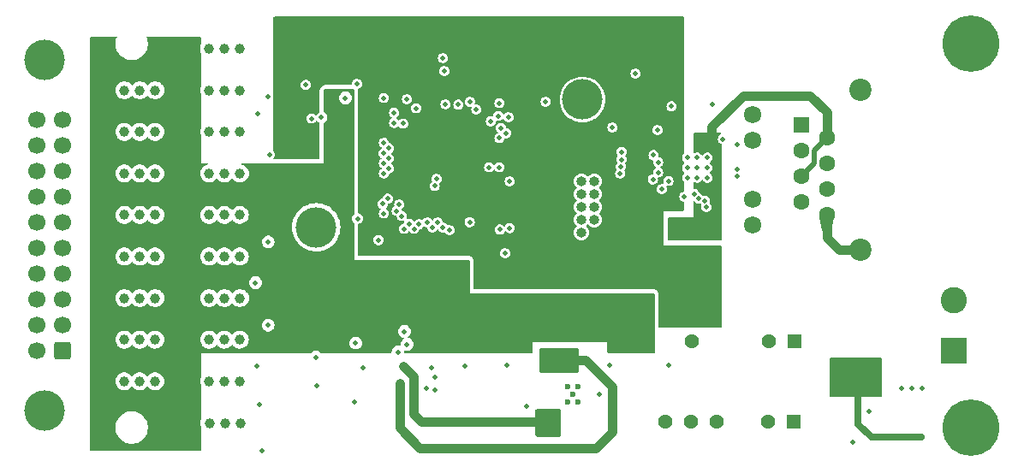
<source format=gbr>
G04 #@! TF.GenerationSoftware,KiCad,Pcbnew,8.0.1*
G04 #@! TF.CreationDate,2024-04-14T22:29:54+02:00*
G04 #@! TF.ProjectId,ETH16CDAQ1,45544831-3643-4444-9151-312e6b696361,rev?*
G04 #@! TF.SameCoordinates,Original*
G04 #@! TF.FileFunction,Copper,L3,Inr*
G04 #@! TF.FilePolarity,Positive*
%FSLAX46Y46*%
G04 Gerber Fmt 4.6, Leading zero omitted, Abs format (unit mm)*
G04 Created by KiCad (PCBNEW 8.0.1) date 2024-04-14 22:29:54*
%MOMM*%
%LPD*%
G01*
G04 APERTURE LIST*
G04 Aperture macros list*
%AMRoundRect*
0 Rectangle with rounded corners*
0 $1 Rounding radius*
0 $2 $3 $4 $5 $6 $7 $8 $9 X,Y pos of 4 corners*
0 Add a 4 corners polygon primitive as box body*
4,1,4,$2,$3,$4,$5,$6,$7,$8,$9,$2,$3,0*
0 Add four circle primitives for the rounded corners*
1,1,$1+$1,$2,$3*
1,1,$1+$1,$4,$5*
1,1,$1+$1,$6,$7*
1,1,$1+$1,$8,$9*
0 Add four rect primitives between the rounded corners*
20,1,$1+$1,$2,$3,$4,$5,0*
20,1,$1+$1,$4,$5,$6,$7,0*
20,1,$1+$1,$6,$7,$8,$9,0*
20,1,$1+$1,$8,$9,$2,$3,0*%
G04 Aperture macros list end*
G04 #@! TA.AperFunction,ComponentPad*
%ADD10C,5.600000*%
G04 #@! TD*
G04 #@! TA.AperFunction,ComponentPad*
%ADD11R,1.000000X1.000000*%
G04 #@! TD*
G04 #@! TA.AperFunction,ComponentPad*
%ADD12C,1.000000*%
G04 #@! TD*
G04 #@! TA.AperFunction,ComponentPad*
%ADD13RoundRect,0.250000X0.600000X0.600000X-0.600000X0.600000X-0.600000X-0.600000X0.600000X-0.600000X0*%
G04 #@! TD*
G04 #@! TA.AperFunction,ComponentPad*
%ADD14C,1.700000*%
G04 #@! TD*
G04 #@! TA.AperFunction,ComponentPad*
%ADD15C,4.000000*%
G04 #@! TD*
G04 #@! TA.AperFunction,ComponentPad*
%ADD16R,1.430000X1.430000*%
G04 #@! TD*
G04 #@! TA.AperFunction,ComponentPad*
%ADD17C,1.430000*%
G04 #@! TD*
G04 #@! TA.AperFunction,ComponentPad*
%ADD18C,0.600000*%
G04 #@! TD*
G04 #@! TA.AperFunction,ComponentPad*
%ADD19R,2.600000X2.600000*%
G04 #@! TD*
G04 #@! TA.AperFunction,ComponentPad*
%ADD20C,2.600000*%
G04 #@! TD*
G04 #@! TA.AperFunction,HeatsinkPad*
%ADD21C,0.500000*%
G04 #@! TD*
G04 #@! TA.AperFunction,ComponentPad*
%ADD22RoundRect,0.248000X0.552000X-0.552000X0.552000X0.552000X-0.552000X0.552000X-0.552000X-0.552000X0*%
G04 #@! TD*
G04 #@! TA.AperFunction,ComponentPad*
%ADD23C,1.600000*%
G04 #@! TD*
G04 #@! TA.AperFunction,ComponentPad*
%ADD24C,1.720000*%
G04 #@! TD*
G04 #@! TA.AperFunction,ComponentPad*
%ADD25C,2.200000*%
G04 #@! TD*
G04 #@! TA.AperFunction,ComponentPad*
%ADD26O,1.000000X1.000000*%
G04 #@! TD*
G04 #@! TA.AperFunction,ViaPad*
%ADD27C,0.500000*%
G04 #@! TD*
G04 #@! TA.AperFunction,Conductor*
%ADD28C,0.889000*%
G04 #@! TD*
G04 #@! TA.AperFunction,Conductor*
%ADD29C,0.508000*%
G04 #@! TD*
G04 #@! TA.AperFunction,Conductor*
%ADD30C,0.635000*%
G04 #@! TD*
G04 APERTURE END LIST*
D10*
G04 #@! TO.N,N/C*
G04 #@! TO.C,H101*
X196500000Y-81500000D03*
G04 #@! TD*
D11*
G04 #@! TO.N,+5V*
G04 #@! TO.C,K415*
X119634000Y-110794800D03*
D12*
G04 #@! TO.N,/Analog/RLY_3*
X121154000Y-110794800D03*
G04 #@! TO.N,/Analog/AIN_3*
X122674000Y-110794800D03*
G04 #@! TO.N,/Analog/D-*
X124194000Y-110794800D03*
G04 #@! TD*
D13*
G04 #@! TO.N,GND2*
G04 #@! TO.C,J401*
X106680000Y-111887000D03*
D14*
X104140000Y-111887000D03*
G04 #@! TO.N,/Analog/AIN_1*
X106680000Y-109347000D03*
G04 #@! TO.N,/Analog/AIN_2*
X104140000Y-109347000D03*
G04 #@! TO.N,/Analog/AIN_3*
X106680000Y-106807000D03*
G04 #@! TO.N,/Analog/AIN_4*
X104140000Y-106807000D03*
G04 #@! TO.N,/Analog/AIN_5*
X106680000Y-104267000D03*
G04 #@! TO.N,/Analog/AIN_6*
X104140000Y-104267000D03*
G04 #@! TO.N,/Analog/AIN_7*
X106680000Y-101727000D03*
G04 #@! TO.N,/Analog/AIN_8*
X104140000Y-101727000D03*
G04 #@! TO.N,/Analog/AIN_9*
X106680000Y-99187000D03*
G04 #@! TO.N,/Analog/AIN_10*
X104140000Y-99187000D03*
G04 #@! TO.N,/Analog/AIN_11*
X106680000Y-96647000D03*
G04 #@! TO.N,/Analog/AIN_12*
X104140000Y-96647000D03*
G04 #@! TO.N,/Analog/AIN_13*
X106680000Y-94107000D03*
G04 #@! TO.N,/Analog/AIN_14*
X104140000Y-94107000D03*
G04 #@! TO.N,/Analog/AIN_15*
X106680000Y-91567000D03*
G04 #@! TO.N,/Analog/AIN_16*
X104140000Y-91567000D03*
G04 #@! TO.N,GND1*
X106680000Y-89027000D03*
X104140000Y-89027000D03*
D15*
G04 #@! TO.N,N/C*
X104880000Y-117792000D03*
X104880000Y-83122000D03*
G04 #@! TD*
D11*
G04 #@! TO.N,+5V*
G04 #@! TO.C,K404*
X111256000Y-102565200D03*
D12*
G04 #@! TO.N,/Analog/RLY_8*
X112776000Y-102565200D03*
G04 #@! TO.N,/Analog/AIN_8*
X114296000Y-102565200D03*
G04 #@! TO.N,/Analog/D+*
X115816000Y-102565200D03*
G04 #@! TD*
D11*
G04 #@! TO.N,+5V*
G04 #@! TO.C,K402*
X111256000Y-110794800D03*
D12*
G04 #@! TO.N,/Analog/RLY_4*
X112776000Y-110794800D03*
G04 #@! TO.N,/Analog/AIN_4*
X114296000Y-110794800D03*
G04 #@! TO.N,/Analog/D+*
X115816000Y-110794800D03*
G04 #@! TD*
D16*
G04 #@! TO.N,Net-(U501-+Vin)*
G04 #@! TO.C,U502*
X179021000Y-110967000D03*
D17*
G04 #@! TO.N,GNDPWR*
X176481000Y-110967000D03*
G04 #@! TO.N,GND*
X168861000Y-110967000D03*
G04 #@! TO.N,+5V*
X163781000Y-110967000D03*
G04 #@! TD*
D18*
G04 #@! TO.N,GND*
G04 #@! TO.C,U504*
X157599000Y-116955000D03*
X157599000Y-115455000D03*
X157099000Y-116205000D03*
X156599000Y-116955000D03*
X156599000Y-115455000D03*
G04 #@! TD*
D19*
G04 #@! TO.N,Net-(J501-Pin_1)*
G04 #@! TO.C,J501*
X194818000Y-111887000D03*
D20*
G04 #@! TO.N,GNDPWR*
X194818000Y-106887000D03*
G04 #@! TD*
D11*
G04 #@! TO.N,+5V*
G04 #@! TO.C,K412*
X119634000Y-98450400D03*
D12*
G04 #@! TO.N,/Analog/RLY_9*
X121154000Y-98450400D03*
G04 #@! TO.N,/Analog/AIN_9*
X122674000Y-98450400D03*
G04 #@! TO.N,/Analog/D-*
X124194000Y-98450400D03*
G04 #@! TD*
D11*
G04 #@! TO.N,+5V*
G04 #@! TO.C,K407*
X111256000Y-90229800D03*
D12*
G04 #@! TO.N,/Analog/RLY_14*
X112776000Y-90229800D03*
G04 #@! TO.N,/Analog/AIN_14*
X114296000Y-90229800D03*
G04 #@! TO.N,/Analog/D+*
X115816000Y-90229800D03*
G04 #@! TD*
D16*
G04 #@! TO.N,Net-(U501-+Vin)*
G04 #@! TO.C,U501*
X178945200Y-118951000D03*
D17*
G04 #@! TO.N,GNDPWR*
X176405200Y-118951000D03*
G04 #@! TO.N,Net-(U501--Vout)*
X171325200Y-118951000D03*
G04 #@! TO.N,GND*
X168785200Y-118951000D03*
G04 #@! TO.N,Net-(U501-+Vout)*
X166245200Y-118951000D03*
G04 #@! TD*
D15*
G04 #@! TO.N,N/C*
G04 #@! TO.C,HS101*
X158067000Y-87025000D03*
X131747000Y-99665000D03*
G04 #@! TD*
D21*
G04 #@! TO.N,GND*
G04 #@! TO.C,U301*
X170418000Y-92772000D03*
X169418000Y-92772000D03*
X168418000Y-92772000D03*
X170418000Y-93772000D03*
X169418000Y-93772000D03*
X168418000Y-93772000D03*
X170418000Y-94772000D03*
X169418000Y-94772000D03*
X168418000Y-94772000D03*
G04 #@! TD*
D22*
G04 #@! TO.N,/Ethernet/ETH_TXP*
G04 #@! TO.C,J301*
X179690000Y-89535000D03*
D23*
G04 #@! TO.N,VCCQ*
X182230000Y-90805000D03*
G04 #@! TO.N,/Ethernet/ETH_TXN*
X179690000Y-92075000D03*
G04 #@! TO.N,/Ethernet/ETH_RXP*
X182230000Y-93345000D03*
G04 #@! TO.N,VCCQ*
X179690000Y-94615000D03*
G04 #@! TO.N,/Ethernet/ETH_RXN*
X182230000Y-95885000D03*
G04 #@! TO.N,unconnected-(J301-NC-Pad7)*
X179690000Y-97155000D03*
G04 #@! TO.N,Earth*
X182230000Y-98425000D03*
D24*
G04 #@! TO.N,Net-(J301-Pad9)*
X174860000Y-88515000D03*
G04 #@! TO.N,/Ethernet/LED1*
X174860000Y-91055000D03*
G04 #@! TO.N,Net-(J301-Pad11)*
X174860000Y-96905000D03*
G04 #@! TO.N,/Ethernet/LED2*
X174860000Y-99445000D03*
D25*
G04 #@! TO.N,Earth*
X185530000Y-86080000D03*
X185530000Y-101880000D03*
G04 #@! TD*
D11*
G04 #@! TO.N,+5V*
G04 #@! TO.C,K403*
X111256000Y-106680000D03*
D12*
G04 #@! TO.N,/Analog/RLY_6*
X112776000Y-106680000D03*
G04 #@! TO.N,/Analog/AIN_6*
X114296000Y-106680000D03*
G04 #@! TO.N,/Analog/D+*
X115816000Y-106680000D03*
G04 #@! TD*
D11*
G04 #@! TO.N,+5V*
G04 #@! TO.C,K416*
X119637600Y-114909600D03*
D12*
G04 #@! TO.N,/Analog/RLY_1*
X121157600Y-114909600D03*
G04 #@! TO.N,/Analog/AIN_1*
X122677600Y-114909600D03*
G04 #@! TO.N,/Analog/D-*
X124197600Y-114909600D03*
G04 #@! TD*
D11*
G04 #@! TO.N,+5V*
G04 #@! TO.C,K405*
X111256000Y-98450400D03*
D12*
G04 #@! TO.N,/Analog/RLY_10*
X112776000Y-98450400D03*
G04 #@! TO.N,/Analog/AIN_10*
X114296000Y-98450400D03*
G04 #@! TO.N,/Analog/D+*
X115816000Y-98450400D03*
G04 #@! TD*
D11*
G04 #@! TO.N,+5V*
G04 #@! TO.C,K410*
X119634000Y-90220800D03*
D12*
G04 #@! TO.N,/Analog/RLY_13*
X121154000Y-90220800D03*
G04 #@! TO.N,/Analog/AIN_13*
X122674000Y-90220800D03*
G04 #@! TO.N,/Analog/D-*
X124194000Y-90220800D03*
G04 #@! TD*
D11*
G04 #@! TO.N,+5V*
G04 #@! TO.C,K409*
X119634000Y-86106000D03*
D12*
G04 #@! TO.N,/Analog/RLY_15*
X121154000Y-86106000D03*
G04 #@! TO.N,/Analog/AIN_15*
X122674000Y-86106000D03*
G04 #@! TO.N,/Analog/D-*
X124194000Y-86106000D03*
G04 #@! TD*
D11*
G04 #@! TO.N,+5V*
G04 #@! TO.C,K411*
X119637600Y-94335600D03*
D12*
G04 #@! TO.N,/Analog/RLY_11*
X121157600Y-94335600D03*
G04 #@! TO.N,/Analog/AIN_11*
X122677600Y-94335600D03*
G04 #@! TO.N,/Analog/D-*
X124197600Y-94335600D03*
G04 #@! TD*
D11*
G04 #@! TO.N,+5V*
G04 #@! TO.C,K418*
X119662500Y-119041900D03*
D12*
G04 #@! TO.N,/Analog/RLY_GND2*
X121182500Y-119041900D03*
G04 #@! TO.N,GND2*
X122702500Y-119041900D03*
G04 #@! TO.N,GND*
X124222500Y-119041900D03*
G04 #@! TD*
D11*
G04 #@! TO.N,+5V*
G04 #@! TO.C,K408*
X111256000Y-86106000D03*
D12*
G04 #@! TO.N,/Analog/RLY_16*
X112776000Y-86106000D03*
G04 #@! TO.N,/Analog/AIN_16*
X114296000Y-86106000D03*
G04 #@! TO.N,/Analog/D+*
X115816000Y-86106000D03*
G04 #@! TD*
D11*
G04 #@! TO.N,+5V*
G04 #@! TO.C,K413*
X119634000Y-102565200D03*
D12*
G04 #@! TO.N,/Analog/RLY_7*
X121154000Y-102565200D03*
G04 #@! TO.N,/Analog/AIN_7*
X122674000Y-102565200D03*
G04 #@! TO.N,/Analog/D-*
X124194000Y-102565200D03*
G04 #@! TD*
D11*
G04 #@! TO.N,+5V*
G04 #@! TO.C,K414*
X119637600Y-106680000D03*
D12*
G04 #@! TO.N,/Analog/RLY_5*
X121157600Y-106680000D03*
G04 #@! TO.N,/Analog/AIN_5*
X122677600Y-106680000D03*
G04 #@! TO.N,/Analog/D-*
X124197600Y-106680000D03*
G04 #@! TD*
D11*
G04 #@! TO.N,+5V*
G04 #@! TO.C,K406*
X111256000Y-94335600D03*
D12*
G04 #@! TO.N,/Analog/RLY_12*
X112776000Y-94335600D03*
G04 #@! TO.N,/Analog/AIN_12*
X114296000Y-94335600D03*
G04 #@! TO.N,/Analog/D+*
X115816000Y-94335600D03*
G04 #@! TD*
D11*
G04 #@! TO.N,+3.3V*
G04 #@! TO.C,J201*
X159248000Y-100189500D03*
D26*
G04 #@! TO.N,/MCU/TMS_SWDIO*
X157978000Y-100189500D03*
G04 #@! TO.N,GND*
X159248000Y-98919500D03*
G04 #@! TO.N,/MCU/TCK_SWCLK*
X157978000Y-98919500D03*
G04 #@! TO.N,GND*
X159248000Y-97649500D03*
G04 #@! TO.N,unconnected-(J201-Pin_6-Pad6)*
X157978000Y-97649500D03*
G04 #@! TO.N,unconnected-(J201-Pin_7-Pad7)*
X159248000Y-96379500D03*
G04 #@! TO.N,unconnected-(J201-Pin_8-Pad8)*
X157978000Y-96379500D03*
G04 #@! TO.N,unconnected-(J201-Pin_9-Pad9)*
X159248000Y-95109500D03*
G04 #@! TO.N,/MCU/NRST*
X157978000Y-95109500D03*
G04 #@! TD*
D10*
G04 #@! TO.N,N/C*
G04 #@! TO.C,H102*
X196500000Y-119500000D03*
G04 #@! TD*
D11*
G04 #@! TO.N,+5V*
G04 #@! TO.C,K401*
X111256000Y-114909600D03*
D12*
G04 #@! TO.N,/Analog/RLY_2*
X112776000Y-114909600D03*
G04 #@! TO.N,/Analog/AIN_2*
X114296000Y-114909600D03*
G04 #@! TO.N,/Analog/D+*
X115816000Y-114909600D03*
G04 #@! TD*
D11*
G04 #@! TO.N,+5V*
G04 #@! TO.C,K417*
X119611700Y-81957900D03*
D12*
G04 #@! TO.N,/Analog/RLY_GND1*
X121131700Y-81957900D03*
G04 #@! TO.N,GND1*
X122651700Y-81957900D03*
G04 #@! TO.N,GND*
X124171700Y-81957900D03*
G04 #@! TD*
D27*
G04 #@! TO.N,GND*
X126365000Y-121793000D03*
X146431000Y-113411000D03*
X143454000Y-95575000D03*
X126111000Y-117221000D03*
X127127000Y-92456000D03*
X150876000Y-99754500D03*
X125857000Y-113426000D03*
X161036000Y-89789000D03*
X137895500Y-100938500D03*
X136398000Y-113538000D03*
X143637000Y-94869000D03*
X146939000Y-87249000D03*
X138430000Y-86868000D03*
X126985000Y-109362000D03*
X127000000Y-86741000D03*
X160782000Y-113284000D03*
X140716000Y-111252000D03*
X150407000Y-102235000D03*
X135890000Y-98806000D03*
X134620000Y-86868000D03*
X144272000Y-82931000D03*
X146912500Y-99160500D03*
X154432000Y-87249000D03*
X125730000Y-105156000D03*
X150749000Y-88773000D03*
X132207000Y-88814000D03*
X126985000Y-101107000D03*
X166624000Y-113284000D03*
X125984000Y-88392000D03*
X149860000Y-87376000D03*
X141605000Y-87884000D03*
G04 #@! TO.N,+3.3V*
X150851000Y-104013000D03*
X162941000Y-88519000D03*
X145669000Y-99187000D03*
X166624000Y-93522000D03*
X138557000Y-87757000D03*
X169799000Y-103378000D03*
X137232000Y-99750000D03*
X152629000Y-104013000D03*
X148407000Y-86797000D03*
X150851000Y-104775000D03*
X151384000Y-87122000D03*
X152629000Y-104775000D03*
X171323000Y-103378000D03*
X129933000Y-92444000D03*
X151740000Y-104013000D03*
X161925000Y-98171000D03*
X151765000Y-104775000D03*
X151583000Y-101020000D03*
X170561000Y-103378000D03*
X145907000Y-86741000D03*
G04 #@! TO.N,+5V*
X133157000Y-86360000D03*
G04 #@! TO.N,+3.3VADC*
X139827000Y-112014000D03*
X130709500Y-85571500D03*
G04 #@! TO.N,VCOM*
X131257000Y-88900000D03*
X140462000Y-109982000D03*
G04 #@! TO.N,/MCU/NRST*
X169149924Y-96378404D03*
X144399000Y-84201000D03*
G04 #@! TO.N,Net-(U202-PH0)*
X145790268Y-87536620D03*
G04 #@! TO.N,Net-(U202-PH1)*
X144526000Y-87503000D03*
G04 #@! TO.N,VDDA*
X140716000Y-86995000D03*
G04 #@! TO.N,Net-(C216-Pad1)*
X138430000Y-98298000D03*
G04 #@! TO.N,Net-(C217-Pad1)*
X149907000Y-99902000D03*
G04 #@! TO.N,Net-(U301-XTAL1{slash}CLKIN)*
X166878000Y-87693000D03*
G04 #@! TO.N,Net-(U301-VDDCR)*
X165481000Y-90043000D03*
G04 #@! TO.N,Net-(U301-XTAL2)*
X170910000Y-87535000D03*
G04 #@! TO.N,VCCQ*
X170561000Y-99187000D03*
X170815000Y-90932000D03*
X167894000Y-99187000D03*
X171355500Y-96012000D03*
X169164000Y-99187000D03*
G04 #@! TO.N,VPP*
X154305000Y-118110000D03*
X154305000Y-119634000D03*
X154305000Y-118872000D03*
X140335000Y-113411000D03*
G04 #@! TO.N,VSS*
X154305000Y-112776000D03*
X154305000Y-112014000D03*
X154305000Y-113538000D03*
X139967250Y-115062000D03*
G04 #@! TO.N,Net-(D501-K)*
X186309000Y-115570000D03*
X185293000Y-115570000D03*
X184277000Y-115570000D03*
X187894000Y-120462000D03*
X191577000Y-120462000D03*
G04 #@! TO.N,Net-(U504-NR{slash}SS)*
X159766000Y-116205000D03*
G04 #@! TO.N,Net-(D501-A)*
X186406000Y-117886000D03*
G04 #@! TO.N,Net-(D502-K)*
X184785000Y-120904000D03*
G04 #@! TO.N,Net-(Q501-D)*
X191643000Y-115570000D03*
X189611000Y-115570000D03*
X190627000Y-115570000D03*
G04 #@! TO.N,/Ethernet/ETH_TXP*
X173370213Y-93897000D03*
G04 #@! TO.N,/Ethernet/ETH_TXN*
X173370213Y-94647000D03*
G04 #@! TO.N,/Ethernet/LED2*
X173355000Y-91440000D03*
G04 #@! TO.N,/MCU/MCU_DEF*
X163322000Y-84455000D03*
G04 #@! TO.N,/MCU/I2C1_SDA*
X148844000Y-93726000D03*
G04 #@! TO.N,/MCU/I2C1_SCL*
X149860000Y-93726000D03*
G04 #@! TO.N,/Ethernet/RMII_MDIO*
X149009803Y-89192803D03*
X166568095Y-95081457D03*
G04 #@! TO.N,Net-(U301-RBIAS)*
X171958000Y-90932000D03*
G04 #@! TO.N,Net-(U504-FBP)*
X152527000Y-117348000D03*
G04 #@! TO.N,Net-(U504-FBN)*
X150622000Y-113284000D03*
G04 #@! TO.N,/Ethernet/RMII_RXD0*
X150495000Y-90345000D03*
X161925000Y-92202000D03*
G04 #@! TO.N,/Ethernet/REF_CLK*
X149733000Y-88646000D03*
X161798000Y-94361000D03*
G04 #@! TO.N,/Ethernet/RMII_CRS_DV*
X161861500Y-93662500D03*
X149987000Y-89845000D03*
G04 #@! TO.N,/Ethernet/MODE2*
X165548500Y-94234000D03*
G04 #@! TO.N,/Ethernet/MODE0*
X165100000Y-92526000D03*
G04 #@! TO.N,/Ethernet/MODE1*
X165548500Y-93218000D03*
G04 #@! TO.N,/Ethernet/RMII_RXD1*
X149860000Y-90845000D03*
X161925000Y-92964000D03*
G04 #@! TO.N,/Ethernet/REFCLK0*
X165030000Y-94926000D03*
X165921500Y-95885000D03*
G04 #@! TO.N,/MCU/EEPROM_WP*
X150876000Y-95123000D03*
G04 #@! TO.N,/Ethernet/RMII_MDC*
X168148000Y-96647000D03*
X147574000Y-88011000D03*
G04 #@! TO.N,/Ethernet/RMII_TXEN*
X169585174Y-96829725D03*
X139954000Y-97409000D03*
G04 #@! TO.N,/Ethernet/RMII_TXD1*
X140208000Y-98552000D03*
X170307000Y-97663000D03*
G04 #@! TO.N,/Ethernet/RMII_TXD0*
X139700000Y-98044000D03*
X170180000Y-97028000D03*
G04 #@! TO.N,/Analog/SPI_MOSI*
X142748000Y-99187000D03*
X142621000Y-115570000D03*
G04 #@! TO.N,Net-(U401-IN1+)*
X135636000Y-111125000D03*
G04 #@! TO.N,/Analog/SPI_SCLK*
X143764000Y-99187000D03*
X143510000Y-114513000D03*
G04 #@! TO.N,/Analog/SPI_~{CS}*
X143129000Y-113538000D03*
X144272000Y-99695000D03*
G04 #@! TO.N,/Analog/SPI_MISO*
X143516971Y-115777544D03*
X143256000Y-99695000D03*
G04 #@! TO.N,Net-(U401-IN1-)*
X135509000Y-116967000D03*
G04 #@! TO.N,/Analog/D+*
X131699000Y-112522000D03*
G04 #@! TO.N,/Analog/D-*
X131826000Y-115316000D03*
G04 #@! TO.N,/MCU/RELAY5*
X138303000Y-97345000D03*
G04 #@! TO.N,/MCU/RELAY8*
X138930000Y-93845000D03*
G04 #@! TO.N,/MCU/RELAY7*
X138430000Y-94345000D03*
G04 #@! TO.N,/MCU/RELAY6*
X138811000Y-96845000D03*
G04 #@! TO.N,/MCU/RELAY9*
X138430000Y-93345000D03*
G04 #@! TO.N,/MCU/RELAY10*
X138930000Y-92845000D03*
G04 #@! TO.N,/MCU/RELAY11*
X138414000Y-92345000D03*
G04 #@! TO.N,/MCU/RELAY12*
X138938000Y-91845000D03*
G04 #@! TO.N,/MCU/RELAY14*
X139446000Y-89345000D03*
G04 #@! TO.N,/MCU/RELAY15*
X139446000Y-88345000D03*
G04 #@! TO.N,/MCU/RELAY13*
X138430000Y-91313000D03*
G04 #@! TO.N,/MCU/RELAY16*
X140335000Y-89404500D03*
G04 #@! TO.N,/MCU/RELAY3*
X140407000Y-99822000D03*
G04 #@! TO.N,/MCU/RELAY2*
X141407000Y-99822000D03*
G04 #@! TO.N,/MCU/RELAY4*
X140907000Y-99314000D03*
G04 #@! TO.N,/MCU/RELAY1*
X141907000Y-99362000D03*
G04 #@! TO.N,/Analog/GND1_CTR*
X135763000Y-85471000D03*
G04 #@! TO.N,/Analog/GND2_CTR*
X144907000Y-99949000D03*
G04 #@! TD*
D28*
G04 #@! TO.N,VCCQ*
X173926500Y-86614000D02*
X180594000Y-86614000D01*
D29*
X180975000Y-92060000D02*
X180975000Y-93330000D01*
D28*
X180594000Y-86614000D02*
X182230000Y-88250000D01*
X170815000Y-90932000D02*
X170815000Y-89725500D01*
D29*
X182230000Y-90805000D02*
X180975000Y-92060000D01*
D28*
X182230000Y-88250000D02*
X182230000Y-90805000D01*
X170815000Y-89725500D02*
X173926500Y-86614000D01*
D29*
X180975000Y-93330000D02*
X179690000Y-94615000D01*
D28*
G04 #@! TO.N,VPP*
X141351000Y-118110000D02*
X142113000Y-118872000D01*
X142113000Y-118872000D02*
X154305000Y-118872000D01*
X154305000Y-118872000D02*
X154305000Y-119634000D01*
X141351000Y-114427000D02*
X141351000Y-118110000D01*
X140335000Y-113411000D02*
X141351000Y-114427000D01*
G04 #@! TO.N,VSS*
X158369000Y-112776000D02*
X161036000Y-115443000D01*
X141986000Y-121539000D02*
X139967250Y-119520250D01*
X161036000Y-119888000D02*
X159385000Y-121539000D01*
X159385000Y-121539000D02*
X141986000Y-121539000D01*
X154305000Y-112776000D02*
X158369000Y-112776000D01*
X139967250Y-119520250D02*
X139967250Y-115062000D01*
X161036000Y-115443000D02*
X161036000Y-119888000D01*
D30*
G04 #@! TO.N,Net-(D501-K)*
X185293000Y-119126000D02*
X185293000Y-115570000D01*
X187894000Y-120462000D02*
X186629000Y-120462000D01*
X191577000Y-120462000D02*
X187894000Y-120462000D01*
X186629000Y-120462000D02*
X185293000Y-119126000D01*
D28*
G04 #@! TO.N,Earth*
X183414000Y-101880000D02*
X182230000Y-100696000D01*
X182230000Y-100696000D02*
X182230000Y-98425000D01*
X185530000Y-101880000D02*
X183414000Y-101880000D01*
G04 #@! TD*
G04 #@! TA.AperFunction,Conductor*
G04 #@! TO.N,VCCQ*
G36*
X171722306Y-90315306D02*
G01*
X171771581Y-90364581D01*
X171789887Y-90408775D01*
X171771581Y-90452969D01*
X171749999Y-90465778D01*
X171750335Y-90466513D01*
X171746267Y-90468370D01*
X171624226Y-90546801D01*
X171529225Y-90656438D01*
X171529222Y-90656443D01*
X171468958Y-90788402D01*
X171468957Y-90788405D01*
X171448312Y-90932000D01*
X171468957Y-91075594D01*
X171468958Y-91075597D01*
X171529222Y-91207556D01*
X171529225Y-91207561D01*
X171624226Y-91317198D01*
X171746263Y-91395626D01*
X171746268Y-91395629D01*
X171786108Y-91407327D01*
X171823354Y-91437339D01*
X171831000Y-91467294D01*
X171831000Y-100812112D01*
X171812694Y-100856306D01*
X171722306Y-100946694D01*
X171678112Y-100965000D01*
X166649888Y-100965000D01*
X166605694Y-100946694D01*
X166515306Y-100856306D01*
X166497000Y-100812112D01*
X166497000Y-98831888D01*
X166515306Y-98787694D01*
X166605694Y-98697306D01*
X166649888Y-98679000D01*
X168910000Y-98679000D01*
X169037000Y-98679000D01*
X169037000Y-97131148D01*
X169055306Y-97086954D01*
X169099500Y-97068648D01*
X169143694Y-97086954D01*
X169153863Y-97101601D01*
X169153982Y-97101525D01*
X169156117Y-97104848D01*
X169156352Y-97105186D01*
X169156394Y-97105279D01*
X169156399Y-97105286D01*
X169251400Y-97214923D01*
X169372681Y-97292865D01*
X169373442Y-97293354D01*
X169472859Y-97322545D01*
X169512635Y-97334224D01*
X169512637Y-97334225D01*
X169512638Y-97334225D01*
X169657710Y-97334225D01*
X169714900Y-97317432D01*
X169762460Y-97322545D01*
X169779742Y-97336471D01*
X169833173Y-97398133D01*
X169848280Y-97443520D01*
X169842791Y-97465025D01*
X169817958Y-97519402D01*
X169817957Y-97519405D01*
X169797312Y-97663000D01*
X169817957Y-97806594D01*
X169817958Y-97806597D01*
X169878222Y-97938556D01*
X169878225Y-97938561D01*
X169973226Y-98048198D01*
X170095263Y-98126626D01*
X170095268Y-98126629D01*
X170234461Y-98167499D01*
X170234463Y-98167500D01*
X170234464Y-98167500D01*
X170379537Y-98167500D01*
X170379537Y-98167499D01*
X170518732Y-98126629D01*
X170564535Y-98097192D01*
X170640773Y-98048198D01*
X170735774Y-97938561D01*
X170735777Y-97938558D01*
X170796042Y-97806596D01*
X170816688Y-97663000D01*
X170796042Y-97519404D01*
X170735777Y-97387442D01*
X170735774Y-97387438D01*
X170653826Y-97292865D01*
X170638719Y-97247477D01*
X170644206Y-97225977D01*
X170669042Y-97171596D01*
X170689688Y-97028000D01*
X170669042Y-96884404D01*
X170608777Y-96752442D01*
X170608774Y-96752438D01*
X170513773Y-96642801D01*
X170391736Y-96564373D01*
X170391727Y-96564369D01*
X170252538Y-96523500D01*
X170252536Y-96523500D01*
X170107464Y-96523500D01*
X170050270Y-96540292D01*
X170002709Y-96535177D01*
X169985430Y-96521252D01*
X169918949Y-96444529D01*
X169918948Y-96444528D01*
X169796910Y-96366098D01*
X169796901Y-96366094D01*
X169690252Y-96334779D01*
X169653005Y-96304764D01*
X169645996Y-96283705D01*
X169638966Y-96234809D01*
X169638965Y-96234806D01*
X169578701Y-96102846D01*
X169514363Y-96028596D01*
X169483697Y-95993205D01*
X169361660Y-95914777D01*
X169361651Y-95914773D01*
X169222462Y-95873904D01*
X169222460Y-95873904D01*
X169099500Y-95873904D01*
X169055306Y-95855598D01*
X169037000Y-95811404D01*
X169037000Y-95241306D01*
X169055306Y-95197112D01*
X169099500Y-95178806D01*
X169133287Y-95188727D01*
X169206268Y-95235629D01*
X169345461Y-95276499D01*
X169345463Y-95276500D01*
X169345464Y-95276500D01*
X169490537Y-95276500D01*
X169490537Y-95276499D01*
X169629732Y-95235629D01*
X169702711Y-95188728D01*
X169751773Y-95157198D01*
X169846774Y-95047561D01*
X169846777Y-95047558D01*
X169861148Y-95016090D01*
X169896158Y-94983494D01*
X169943963Y-94985201D01*
X169974852Y-95016090D01*
X169989222Y-95047556D01*
X169989225Y-95047561D01*
X170084226Y-95157198D01*
X170206263Y-95235626D01*
X170206268Y-95235629D01*
X170345461Y-95276499D01*
X170345463Y-95276500D01*
X170345464Y-95276500D01*
X170490537Y-95276500D01*
X170490537Y-95276499D01*
X170629732Y-95235629D01*
X170702711Y-95188728D01*
X170751773Y-95157198D01*
X170846774Y-95047561D01*
X170846777Y-95047558D01*
X170907042Y-94915596D01*
X170927688Y-94772000D01*
X170907042Y-94628404D01*
X170846777Y-94496442D01*
X170846774Y-94496438D01*
X170751773Y-94386801D01*
X170654951Y-94324578D01*
X170627669Y-94285285D01*
X170636163Y-94238210D01*
X170654951Y-94219422D01*
X170751773Y-94157198D01*
X170751775Y-94157196D01*
X170846777Y-94047558D01*
X170907042Y-93915596D01*
X170927688Y-93772000D01*
X170907042Y-93628404D01*
X170846777Y-93496442D01*
X170844278Y-93493558D01*
X170751773Y-93386801D01*
X170654951Y-93324578D01*
X170627669Y-93285285D01*
X170636163Y-93238210D01*
X170654951Y-93219422D01*
X170751773Y-93157198D01*
X170769445Y-93136804D01*
X170846777Y-93047558D01*
X170907042Y-92915596D01*
X170927688Y-92772000D01*
X170907042Y-92628404D01*
X170846777Y-92496442D01*
X170846774Y-92496438D01*
X170751773Y-92386801D01*
X170629736Y-92308373D01*
X170629727Y-92308369D01*
X170490538Y-92267500D01*
X170490536Y-92267500D01*
X170345464Y-92267500D01*
X170345462Y-92267500D01*
X170206272Y-92308369D01*
X170206263Y-92308373D01*
X170084226Y-92386801D01*
X169989225Y-92496438D01*
X169989223Y-92496440D01*
X169974852Y-92527910D01*
X169939841Y-92560505D01*
X169892036Y-92558798D01*
X169861148Y-92527910D01*
X169846776Y-92496440D01*
X169846774Y-92496438D01*
X169751773Y-92386801D01*
X169629736Y-92308373D01*
X169629727Y-92308369D01*
X169490538Y-92267500D01*
X169490536Y-92267500D01*
X169345464Y-92267500D01*
X169345462Y-92267500D01*
X169206272Y-92308369D01*
X169206268Y-92308371D01*
X169133290Y-92355271D01*
X169086214Y-92363764D01*
X169046921Y-92336482D01*
X169037000Y-92302692D01*
X169037000Y-90449888D01*
X169055306Y-90405694D01*
X169145694Y-90315306D01*
X169189888Y-90297000D01*
X171678112Y-90297000D01*
X171722306Y-90315306D01*
G37*
G04 #@! TD.AperFunction*
G04 #@! TD*
G04 #@! TA.AperFunction,Conductor*
G04 #@! TO.N,VPP*
G36*
X155847306Y-117620306D02*
G01*
X155937694Y-117710694D01*
X155956000Y-117754888D01*
X155956000Y-120243112D01*
X155937694Y-120287306D01*
X155847306Y-120377694D01*
X155803112Y-120396000D01*
X153568888Y-120396000D01*
X153524694Y-120377694D01*
X153434306Y-120287306D01*
X153416000Y-120243112D01*
X153416000Y-117754888D01*
X153434306Y-117710694D01*
X153524694Y-117620306D01*
X153568888Y-117602000D01*
X155803112Y-117602000D01*
X155847306Y-117620306D01*
G37*
G04 #@! TD.AperFunction*
G04 #@! TD*
G04 #@! TA.AperFunction,Conductor*
G04 #@! TO.N,+3.3V*
G36*
X168039306Y-78758306D02*
G01*
X168129694Y-78848694D01*
X168148000Y-78892888D01*
X168148000Y-92311689D01*
X168129694Y-92355883D01*
X168119292Y-92364266D01*
X168084225Y-92386803D01*
X168084224Y-92386804D01*
X167989225Y-92496438D01*
X167989222Y-92496443D01*
X167928958Y-92628402D01*
X167928957Y-92628405D01*
X167908312Y-92772000D01*
X167928957Y-92915594D01*
X167928958Y-92915597D01*
X167989222Y-93047556D01*
X167989225Y-93047561D01*
X168084225Y-93157197D01*
X168108026Y-93172492D01*
X168119289Y-93179730D01*
X168146571Y-93219023D01*
X168148000Y-93232309D01*
X168148000Y-93311689D01*
X168129694Y-93355883D01*
X168119292Y-93364266D01*
X168084225Y-93386803D01*
X168084224Y-93386804D01*
X167989225Y-93496438D01*
X167989222Y-93496443D01*
X167928958Y-93628402D01*
X167928957Y-93628405D01*
X167908312Y-93772000D01*
X167928957Y-93915594D01*
X167928958Y-93915597D01*
X167989222Y-94047556D01*
X167989225Y-94047561D01*
X168084225Y-94157197D01*
X168108026Y-94172492D01*
X168119289Y-94179730D01*
X168146571Y-94219023D01*
X168148000Y-94232309D01*
X168148000Y-94311689D01*
X168129694Y-94355883D01*
X168119292Y-94364266D01*
X168084225Y-94386803D01*
X168084224Y-94386804D01*
X167989225Y-94496438D01*
X167989222Y-94496443D01*
X167928958Y-94628402D01*
X167928957Y-94628405D01*
X167908312Y-94772000D01*
X167928957Y-94915594D01*
X167928958Y-94915597D01*
X167989222Y-95047556D01*
X167989225Y-95047561D01*
X168084225Y-95157197D01*
X168108026Y-95172492D01*
X168119289Y-95179730D01*
X168146571Y-95219023D01*
X168148000Y-95232309D01*
X168148000Y-96080000D01*
X168129694Y-96124194D01*
X168085500Y-96142500D01*
X168075462Y-96142500D01*
X167936272Y-96183369D01*
X167936263Y-96183373D01*
X167814226Y-96261801D01*
X167719225Y-96371438D01*
X167719222Y-96371443D01*
X167658958Y-96503402D01*
X167658957Y-96503405D01*
X167638312Y-96647000D01*
X167658957Y-96790594D01*
X167658958Y-96790597D01*
X167719222Y-96922556D01*
X167719225Y-96922561D01*
X167814226Y-97032198D01*
X167936263Y-97110626D01*
X167936268Y-97110629D01*
X168013967Y-97133443D01*
X168075461Y-97151499D01*
X168075463Y-97151500D01*
X168085500Y-97151500D01*
X168129694Y-97169806D01*
X168148000Y-97214000D01*
X168148000Y-97891112D01*
X168129694Y-97935306D01*
X168039306Y-98025694D01*
X167995112Y-98044000D01*
X166116000Y-98044000D01*
X166116000Y-101473000D01*
X168148000Y-101473000D01*
X171678112Y-101473000D01*
X171722306Y-101491306D01*
X171812694Y-101581694D01*
X171831000Y-101625888D01*
X171831000Y-109448112D01*
X171812694Y-109492306D01*
X171722306Y-109582694D01*
X171678112Y-109601000D01*
X165676000Y-109601000D01*
X165631806Y-109582694D01*
X165613500Y-109538500D01*
X165613500Y-106324893D01*
X165612919Y-106310116D01*
X165612308Y-106294562D01*
X165584079Y-106176979D01*
X165565773Y-106132785D01*
X165565770Y-106132777D01*
X165560341Y-106121003D01*
X165553068Y-106105227D01*
X165481991Y-106007397D01*
X165481989Y-106007394D01*
X165481984Y-106007389D01*
X165391618Y-105917024D01*
X165391603Y-105917009D01*
X165369319Y-105896410D01*
X165369312Y-105896406D01*
X165369309Y-105896403D01*
X165266215Y-105833227D01*
X165222021Y-105814921D01*
X165222013Y-105814918D01*
X165193551Y-105804418D01*
X165193541Y-105804415D01*
X165074123Y-105785501D01*
X165074113Y-105785500D01*
X165074112Y-105785500D01*
X165074110Y-105785500D01*
X147388000Y-105785500D01*
X147343806Y-105767194D01*
X147325500Y-105723000D01*
X147325500Y-103022893D01*
X147325500Y-103022888D01*
X147324308Y-102992562D01*
X147296079Y-102874979D01*
X147281460Y-102839688D01*
X147277770Y-102830777D01*
X147271323Y-102816795D01*
X147265068Y-102803227D01*
X147239217Y-102767645D01*
X147193989Y-102705394D01*
X147193984Y-102705389D01*
X147103618Y-102615024D01*
X147103603Y-102615009D01*
X147081319Y-102594410D01*
X147081312Y-102594406D01*
X147081309Y-102594403D01*
X146978215Y-102531227D01*
X146934021Y-102512921D01*
X146927624Y-102510561D01*
X146905551Y-102502418D01*
X146905541Y-102502415D01*
X146786123Y-102483501D01*
X146786113Y-102483500D01*
X146786112Y-102483500D01*
X146786110Y-102483500D01*
X135958000Y-102483500D01*
X135913806Y-102465194D01*
X135895500Y-102421000D01*
X135895500Y-102235000D01*
X149897312Y-102235000D01*
X149917957Y-102378594D01*
X149917958Y-102378597D01*
X149978222Y-102510556D01*
X149978225Y-102510561D01*
X150073226Y-102620198D01*
X150181030Y-102689479D01*
X150195268Y-102698629D01*
X150334461Y-102739499D01*
X150334463Y-102739500D01*
X150334464Y-102739500D01*
X150479537Y-102739500D01*
X150479537Y-102739499D01*
X150618732Y-102698629D01*
X150665328Y-102668683D01*
X150740773Y-102620198D01*
X150740775Y-102620196D01*
X150835777Y-102510558D01*
X150896042Y-102378596D01*
X150916688Y-102235000D01*
X150896042Y-102091404D01*
X150835777Y-101959442D01*
X150835774Y-101959438D01*
X150740773Y-101849801D01*
X150618736Y-101771373D01*
X150618727Y-101771369D01*
X150479538Y-101730500D01*
X150479536Y-101730500D01*
X150334464Y-101730500D01*
X150334462Y-101730500D01*
X150195272Y-101771369D01*
X150195263Y-101771373D01*
X150073226Y-101849801D01*
X149978225Y-101959438D01*
X149978222Y-101959443D01*
X149917958Y-102091402D01*
X149917957Y-102091405D01*
X149897312Y-102235000D01*
X135895500Y-102235000D01*
X135895500Y-100938500D01*
X137385812Y-100938500D01*
X137406457Y-101082094D01*
X137406458Y-101082097D01*
X137466722Y-101214056D01*
X137466725Y-101214061D01*
X137561726Y-101323698D01*
X137683763Y-101402126D01*
X137683768Y-101402129D01*
X137822961Y-101442999D01*
X137822963Y-101443000D01*
X137822964Y-101443000D01*
X137968037Y-101443000D01*
X137968037Y-101442999D01*
X138107232Y-101402129D01*
X138153035Y-101372692D01*
X138229273Y-101323698D01*
X138324274Y-101214061D01*
X138324277Y-101214058D01*
X138384542Y-101082096D01*
X138405188Y-100938500D01*
X138384542Y-100794904D01*
X138324277Y-100662942D01*
X138324239Y-100662898D01*
X138229273Y-100553301D01*
X138107236Y-100474873D01*
X138107227Y-100474869D01*
X137968038Y-100434000D01*
X137968036Y-100434000D01*
X137822964Y-100434000D01*
X137822962Y-100434000D01*
X137683772Y-100474869D01*
X137683763Y-100474873D01*
X137561726Y-100553301D01*
X137466725Y-100662938D01*
X137466722Y-100662943D01*
X137406458Y-100794902D01*
X137406457Y-100794905D01*
X137385812Y-100938500D01*
X135895500Y-100938500D01*
X135895500Y-99373000D01*
X135913806Y-99328806D01*
X135958000Y-99310500D01*
X135962537Y-99310500D01*
X135962537Y-99310499D01*
X136101732Y-99269629D01*
X136181439Y-99218404D01*
X136223773Y-99191198D01*
X136227411Y-99187000D01*
X136318777Y-99081558D01*
X136379042Y-98949596D01*
X136399688Y-98806000D01*
X136379042Y-98662404D01*
X136318777Y-98530442D01*
X136302753Y-98511949D01*
X136223773Y-98420801D01*
X136101736Y-98342373D01*
X136101727Y-98342369D01*
X135962538Y-98301500D01*
X135962536Y-98301500D01*
X135958000Y-98301500D01*
X135913806Y-98283194D01*
X135895500Y-98239000D01*
X135895500Y-97345000D01*
X137793312Y-97345000D01*
X137813957Y-97488594D01*
X137813958Y-97488597D01*
X137874222Y-97620556D01*
X137874225Y-97620561D01*
X137969226Y-97730198D01*
X138092982Y-97809731D01*
X138120264Y-97849024D01*
X138111770Y-97896099D01*
X138098863Y-97909025D01*
X138099602Y-97909878D01*
X138096224Y-97912804D01*
X138001225Y-98022438D01*
X138001222Y-98022443D01*
X137940958Y-98154402D01*
X137940957Y-98154405D01*
X137920312Y-98298000D01*
X137940957Y-98441594D01*
X137940958Y-98441597D01*
X138001222Y-98573556D01*
X138001225Y-98573561D01*
X138096226Y-98683198D01*
X138201027Y-98750549D01*
X138218268Y-98761629D01*
X138355094Y-98801804D01*
X138357461Y-98802499D01*
X138357463Y-98802500D01*
X138357464Y-98802500D01*
X138502537Y-98802500D01*
X138502537Y-98802499D01*
X138641732Y-98761629D01*
X138711672Y-98716681D01*
X138763773Y-98683198D01*
X138764378Y-98682500D01*
X138858777Y-98573558D01*
X138919042Y-98441596D01*
X138939688Y-98298000D01*
X138919042Y-98154404D01*
X138868622Y-98044000D01*
X139190312Y-98044000D01*
X139210957Y-98187594D01*
X139210958Y-98187597D01*
X139271222Y-98319556D01*
X139271225Y-98319561D01*
X139366226Y-98429198D01*
X139488263Y-98507626D01*
X139488268Y-98507629D01*
X139565967Y-98530443D01*
X139627461Y-98548499D01*
X139627463Y-98548500D01*
X139627464Y-98548500D01*
X139643652Y-98548500D01*
X139687846Y-98566806D01*
X139705516Y-98602105D01*
X139718957Y-98695594D01*
X139718958Y-98695597D01*
X139779222Y-98827556D01*
X139779225Y-98827561D01*
X139874226Y-98937198D01*
X139993005Y-99013532D01*
X139996268Y-99015629D01*
X140090866Y-99043405D01*
X140135461Y-99056499D01*
X140135463Y-99056500D01*
X140135464Y-99056500D01*
X140280536Y-99056500D01*
X140368001Y-99030818D01*
X140415561Y-99035931D01*
X140445576Y-99073177D01*
X140442460Y-99116748D01*
X140417959Y-99170399D01*
X140417957Y-99170405D01*
X140404516Y-99263895D01*
X140380107Y-99305034D01*
X140342652Y-99317500D01*
X140334462Y-99317500D01*
X140195272Y-99358369D01*
X140195263Y-99358373D01*
X140073226Y-99436801D01*
X139978225Y-99546438D01*
X139978222Y-99546443D01*
X139917958Y-99678402D01*
X139917957Y-99678405D01*
X139897312Y-99822000D01*
X139917957Y-99965594D01*
X139917958Y-99965597D01*
X139978222Y-100097556D01*
X139978225Y-100097561D01*
X140073226Y-100207198D01*
X140195263Y-100285626D01*
X140195268Y-100285629D01*
X140200605Y-100287196D01*
X140334461Y-100326499D01*
X140334463Y-100326500D01*
X140334464Y-100326500D01*
X140479537Y-100326500D01*
X140479537Y-100326499D01*
X140618732Y-100285629D01*
X140664535Y-100256192D01*
X140740773Y-100207198D01*
X140740775Y-100207196D01*
X140835777Y-100097558D01*
X140850148Y-100066090D01*
X140885158Y-100033494D01*
X140932963Y-100035201D01*
X140963852Y-100066090D01*
X140978222Y-100097556D01*
X140978225Y-100097561D01*
X141073226Y-100207198D01*
X141195263Y-100285626D01*
X141195268Y-100285629D01*
X141200605Y-100287196D01*
X141334461Y-100326499D01*
X141334463Y-100326500D01*
X141334464Y-100326500D01*
X141479537Y-100326500D01*
X141479537Y-100326499D01*
X141618732Y-100285629D01*
X141664535Y-100256192D01*
X141740773Y-100207198D01*
X141740775Y-100207196D01*
X141835777Y-100097558D01*
X141896042Y-99965596D01*
X141902583Y-99920105D01*
X141926992Y-99878966D01*
X141964447Y-99866500D01*
X141979537Y-99866500D01*
X141979537Y-99866499D01*
X142118732Y-99825629D01*
X142223334Y-99758405D01*
X142240773Y-99747198D01*
X142242587Y-99745105D01*
X142335777Y-99637558D01*
X142346690Y-99613661D01*
X142381697Y-99581065D01*
X142429502Y-99582771D01*
X142437331Y-99587046D01*
X142515929Y-99637558D01*
X142536268Y-99650629D01*
X142632123Y-99678774D01*
X142675461Y-99691499D01*
X142675463Y-99691500D01*
X142675464Y-99691500D01*
X142691652Y-99691500D01*
X142735846Y-99709806D01*
X142753516Y-99745105D01*
X142766957Y-99838594D01*
X142766958Y-99838597D01*
X142827222Y-99970556D01*
X142827225Y-99970561D01*
X142922226Y-100080198D01*
X143044263Y-100158626D01*
X143044268Y-100158629D01*
X143127634Y-100183107D01*
X143183461Y-100199499D01*
X143183463Y-100199500D01*
X143183464Y-100199500D01*
X143328537Y-100199500D01*
X143328537Y-100199499D01*
X143467732Y-100158629D01*
X143513535Y-100129192D01*
X143589773Y-100080198D01*
X143589775Y-100080196D01*
X143684777Y-99970558D01*
X143707148Y-99921571D01*
X143742158Y-99888976D01*
X143789963Y-99890683D01*
X143820852Y-99921572D01*
X143843222Y-99970556D01*
X143843225Y-99970561D01*
X143938226Y-100080198D01*
X144060263Y-100158626D01*
X144060268Y-100158629D01*
X144143634Y-100183107D01*
X144199461Y-100199499D01*
X144199463Y-100199500D01*
X144199464Y-100199500D01*
X144344536Y-100199500D01*
X144400363Y-100183107D01*
X144447922Y-100188219D01*
X144474822Y-100217111D01*
X144478223Y-100224558D01*
X144478225Y-100224561D01*
X144573226Y-100334198D01*
X144685731Y-100406500D01*
X144695268Y-100412629D01*
X144834461Y-100453499D01*
X144834463Y-100453500D01*
X144834464Y-100453500D01*
X144979537Y-100453500D01*
X144979537Y-100453499D01*
X145118732Y-100412629D01*
X145164535Y-100383192D01*
X145240773Y-100334198D01*
X145240775Y-100334196D01*
X145335777Y-100224558D01*
X145396042Y-100092596D01*
X145416688Y-99949000D01*
X145409930Y-99902000D01*
X149397312Y-99902000D01*
X149417957Y-100045594D01*
X149417958Y-100045597D01*
X149478222Y-100177556D01*
X149478225Y-100177561D01*
X149573226Y-100287198D01*
X149695263Y-100365626D01*
X149695268Y-100365629D01*
X149834461Y-100406499D01*
X149834463Y-100406500D01*
X149834464Y-100406500D01*
X149979537Y-100406500D01*
X149979537Y-100406499D01*
X150118732Y-100365629D01*
X150167642Y-100334196D01*
X150240773Y-100287198D01*
X150265208Y-100258999D01*
X150335777Y-100177558D01*
X150377954Y-100085202D01*
X150412963Y-100052608D01*
X150460768Y-100054315D01*
X150482039Y-100070238D01*
X150542226Y-100139698D01*
X150647259Y-100207198D01*
X150664268Y-100218129D01*
X150686157Y-100224556D01*
X150803461Y-100258999D01*
X150803463Y-100259000D01*
X150803464Y-100259000D01*
X150948537Y-100259000D01*
X150948537Y-100258999D01*
X151087732Y-100218129D01*
X151132279Y-100189500D01*
X157218726Y-100189500D01*
X157237762Y-100358450D01*
X157237763Y-100358454D01*
X157278499Y-100474873D01*
X157293919Y-100518939D01*
X157293921Y-100518943D01*
X157384374Y-100662898D01*
X157504601Y-100783125D01*
X157648556Y-100873578D01*
X157648559Y-100873579D01*
X157648563Y-100873582D01*
X157809046Y-100929737D01*
X157978000Y-100948774D01*
X158146954Y-100929737D01*
X158307437Y-100873582D01*
X158451400Y-100783124D01*
X158571624Y-100662900D01*
X158662082Y-100518937D01*
X158718237Y-100358454D01*
X158737274Y-100189500D01*
X158718237Y-100020546D01*
X158662082Y-99860063D01*
X158648593Y-99838596D01*
X158571625Y-99716101D01*
X158454218Y-99598694D01*
X158435912Y-99554500D01*
X158454218Y-99510306D01*
X158568806Y-99395718D01*
X158613000Y-99377412D01*
X158657194Y-99395718D01*
X158774601Y-99513125D01*
X158918556Y-99603578D01*
X158918559Y-99603579D01*
X158918563Y-99603582D01*
X159079046Y-99659737D01*
X159248000Y-99678774D01*
X159416954Y-99659737D01*
X159577437Y-99603582D01*
X159721400Y-99513124D01*
X159841624Y-99392900D01*
X159932082Y-99248937D01*
X159988237Y-99088454D01*
X160007274Y-98919500D01*
X159988237Y-98750546D01*
X159932082Y-98590063D01*
X159921711Y-98573558D01*
X159841625Y-98446101D01*
X159724218Y-98328694D01*
X159705912Y-98284500D01*
X159724218Y-98240306D01*
X159780404Y-98184120D01*
X159841624Y-98122900D01*
X159932082Y-97978937D01*
X159988237Y-97818454D01*
X160007274Y-97649500D01*
X159988237Y-97480546D01*
X159932082Y-97320063D01*
X159924898Y-97308630D01*
X159841625Y-97176101D01*
X159724218Y-97058694D01*
X159705912Y-97014500D01*
X159724218Y-96970306D01*
X159771968Y-96922556D01*
X159841624Y-96852900D01*
X159932082Y-96708937D01*
X159988237Y-96548454D01*
X160007274Y-96379500D01*
X159988237Y-96210546D01*
X159932082Y-96050063D01*
X159924898Y-96038630D01*
X159841625Y-95906101D01*
X159820524Y-95885000D01*
X165411812Y-95885000D01*
X165432457Y-96028594D01*
X165432458Y-96028597D01*
X165492722Y-96160556D01*
X165492725Y-96160561D01*
X165587726Y-96270198D01*
X165697119Y-96340500D01*
X165709768Y-96348629D01*
X165787467Y-96371443D01*
X165848961Y-96389499D01*
X165848963Y-96389500D01*
X165848964Y-96389500D01*
X165994037Y-96389500D01*
X165994037Y-96389499D01*
X166133232Y-96348629D01*
X166179035Y-96319192D01*
X166255273Y-96270198D01*
X166255275Y-96270196D01*
X166350277Y-96160558D01*
X166410542Y-96028596D01*
X166431188Y-95885000D01*
X166410542Y-95741404D01*
X166372244Y-95657543D01*
X166370537Y-95609739D01*
X166403133Y-95574728D01*
X166446703Y-95571612D01*
X166474684Y-95579827D01*
X166495558Y-95585957D01*
X166495559Y-95585957D01*
X166640632Y-95585957D01*
X166640632Y-95585956D01*
X166779827Y-95545086D01*
X166837225Y-95508198D01*
X166901868Y-95466655D01*
X166925886Y-95438937D01*
X166996872Y-95357015D01*
X167057137Y-95225053D01*
X167077783Y-95081457D01*
X167057137Y-94937861D01*
X166996872Y-94805899D01*
X166996869Y-94805895D01*
X166901868Y-94696258D01*
X166779831Y-94617830D01*
X166779822Y-94617826D01*
X166640633Y-94576957D01*
X166640631Y-94576957D01*
X166495559Y-94576957D01*
X166495557Y-94576957D01*
X166356367Y-94617826D01*
X166356358Y-94617830D01*
X166234321Y-94696258D01*
X166139320Y-94805895D01*
X166139317Y-94805900D01*
X166079053Y-94937859D01*
X166079052Y-94937862D01*
X166058407Y-95081457D01*
X166079052Y-95225051D01*
X166079053Y-95225054D01*
X166117350Y-95308913D01*
X166119057Y-95356718D01*
X166086461Y-95391728D01*
X166042890Y-95394844D01*
X165994038Y-95380500D01*
X165994036Y-95380500D01*
X165848964Y-95380500D01*
X165848962Y-95380500D01*
X165709772Y-95421369D01*
X165709763Y-95421373D01*
X165587726Y-95499801D01*
X165492725Y-95609438D01*
X165492722Y-95609443D01*
X165432458Y-95741402D01*
X165432457Y-95741405D01*
X165411812Y-95885000D01*
X159820524Y-95885000D01*
X159724218Y-95788694D01*
X159705912Y-95744500D01*
X159724218Y-95700306D01*
X159766981Y-95657543D01*
X159841624Y-95582900D01*
X159932082Y-95438937D01*
X159988237Y-95278454D01*
X160007274Y-95109500D01*
X159988237Y-94940546D01*
X159983147Y-94926000D01*
X164520312Y-94926000D01*
X164540957Y-95069594D01*
X164540958Y-95069597D01*
X164601222Y-95201556D01*
X164601225Y-95201561D01*
X164696226Y-95311198D01*
X164804063Y-95380500D01*
X164818268Y-95389629D01*
X164926373Y-95421371D01*
X164957461Y-95430499D01*
X164957463Y-95430500D01*
X164957464Y-95430500D01*
X165102537Y-95430500D01*
X165102537Y-95430499D01*
X165241732Y-95389629D01*
X165292942Y-95356718D01*
X165363773Y-95311198D01*
X165392146Y-95278454D01*
X165458777Y-95201558D01*
X165519042Y-95069596D01*
X165539688Y-94926000D01*
X165528393Y-94847442D01*
X165522995Y-94809894D01*
X165534825Y-94763545D01*
X165575965Y-94739136D01*
X165584859Y-94738500D01*
X165621037Y-94738500D01*
X165621037Y-94738499D01*
X165760232Y-94697629D01*
X165831873Y-94651588D01*
X165882273Y-94619198D01*
X165882878Y-94618500D01*
X165977277Y-94509558D01*
X166037542Y-94377596D01*
X166058188Y-94234000D01*
X166037542Y-94090404D01*
X165977277Y-93958442D01*
X165959615Y-93938059D01*
X165882273Y-93848801D01*
X165773003Y-93778578D01*
X165745721Y-93739285D01*
X165754215Y-93692210D01*
X165773003Y-93673422D01*
X165882273Y-93603198D01*
X165882275Y-93603196D01*
X165977277Y-93493558D01*
X166037542Y-93361596D01*
X166058188Y-93218000D01*
X166037542Y-93074404D01*
X165977277Y-92942442D01*
X165977274Y-92942438D01*
X165882273Y-92832801D01*
X165760236Y-92754373D01*
X165760227Y-92754369D01*
X165636244Y-92717964D01*
X165598997Y-92687949D01*
X165591988Y-92649103D01*
X165609688Y-92526000D01*
X165589042Y-92382404D01*
X165528777Y-92250442D01*
X165486802Y-92202000D01*
X165433773Y-92140801D01*
X165311736Y-92062373D01*
X165311727Y-92062369D01*
X165172538Y-92021500D01*
X165172536Y-92021500D01*
X165027464Y-92021500D01*
X165027462Y-92021500D01*
X164888272Y-92062369D01*
X164888263Y-92062373D01*
X164766226Y-92140801D01*
X164671225Y-92250438D01*
X164671222Y-92250443D01*
X164610958Y-92382402D01*
X164610957Y-92382405D01*
X164590312Y-92526000D01*
X164610957Y-92669594D01*
X164610958Y-92669597D01*
X164671222Y-92801556D01*
X164671225Y-92801561D01*
X164766226Y-92911198D01*
X164886662Y-92988597D01*
X164888268Y-92989629D01*
X164913120Y-92996926D01*
X165012255Y-93026035D01*
X165049502Y-93056050D01*
X165056511Y-93094897D01*
X165038812Y-93217999D01*
X165059457Y-93361594D01*
X165059458Y-93361597D01*
X165119722Y-93493556D01*
X165119725Y-93493561D01*
X165214726Y-93603198D01*
X165323996Y-93673422D01*
X165351278Y-93712715D01*
X165342784Y-93759790D01*
X165323996Y-93778578D01*
X165214726Y-93848801D01*
X165119725Y-93958438D01*
X165119722Y-93958443D01*
X165059458Y-94090402D01*
X165059457Y-94090405D01*
X165038812Y-94234000D01*
X165055505Y-94350106D01*
X165043675Y-94396455D01*
X165002535Y-94420864D01*
X164993641Y-94421500D01*
X164957462Y-94421500D01*
X164818272Y-94462369D01*
X164818263Y-94462373D01*
X164696226Y-94540801D01*
X164601225Y-94650438D01*
X164601222Y-94650443D01*
X164540958Y-94782402D01*
X164540957Y-94782405D01*
X164520312Y-94926000D01*
X159983147Y-94926000D01*
X159932082Y-94780063D01*
X159923650Y-94766644D01*
X159841625Y-94636101D01*
X159721398Y-94515874D01*
X159577443Y-94425421D01*
X159577439Y-94425419D01*
X159577438Y-94425418D01*
X159577437Y-94425418D01*
X159416954Y-94369263D01*
X159416950Y-94369262D01*
X159343622Y-94361000D01*
X161288312Y-94361000D01*
X161308957Y-94504594D01*
X161308958Y-94504597D01*
X161369222Y-94636556D01*
X161369225Y-94636561D01*
X161464226Y-94746198D01*
X161586263Y-94824626D01*
X161586268Y-94824629D01*
X161725461Y-94865499D01*
X161725463Y-94865500D01*
X161725464Y-94865500D01*
X161870537Y-94865500D01*
X161870537Y-94865499D01*
X162009732Y-94824629D01*
X162055535Y-94795192D01*
X162131773Y-94746198D01*
X162131775Y-94746196D01*
X162226777Y-94636558D01*
X162287042Y-94504596D01*
X162307688Y-94361000D01*
X162287042Y-94217404D01*
X162242813Y-94120556D01*
X162226780Y-94085448D01*
X162226777Y-94085443D01*
X162226777Y-94085442D01*
X162226773Y-94085438D01*
X162224732Y-94082262D01*
X162216234Y-94035187D01*
X162230073Y-94007537D01*
X162246485Y-93988597D01*
X162290277Y-93938058D01*
X162350542Y-93806096D01*
X162371188Y-93662500D01*
X162350542Y-93518904D01*
X162319277Y-93450443D01*
X162290280Y-93386948D01*
X162290277Y-93386943D01*
X162290277Y-93386942D01*
X162290273Y-93386938D01*
X162288232Y-93383762D01*
X162279734Y-93336687D01*
X162293573Y-93309037D01*
X162307970Y-93292422D01*
X162353777Y-93239558D01*
X162414042Y-93107596D01*
X162434688Y-92964000D01*
X162414042Y-92820404D01*
X162353777Y-92688442D01*
X162297874Y-92623927D01*
X162282768Y-92578542D01*
X162297874Y-92542072D01*
X162353777Y-92477558D01*
X162414042Y-92345596D01*
X162434688Y-92202000D01*
X162414042Y-92058404D01*
X162353777Y-91926442D01*
X162314192Y-91880758D01*
X162258773Y-91816801D01*
X162136736Y-91738373D01*
X162136727Y-91738369D01*
X161997538Y-91697500D01*
X161997536Y-91697500D01*
X161852464Y-91697500D01*
X161852462Y-91697500D01*
X161713272Y-91738369D01*
X161713263Y-91738373D01*
X161591226Y-91816801D01*
X161496225Y-91926438D01*
X161496222Y-91926443D01*
X161435958Y-92058402D01*
X161435957Y-92058405D01*
X161415312Y-92202000D01*
X161435957Y-92345594D01*
X161435958Y-92345597D01*
X161496222Y-92477556D01*
X161496225Y-92477561D01*
X161552123Y-92542071D01*
X161567230Y-92587459D01*
X161552123Y-92623929D01*
X161496225Y-92688438D01*
X161496222Y-92688443D01*
X161435958Y-92820402D01*
X161435957Y-92820405D01*
X161415312Y-92964000D01*
X161435957Y-93107594D01*
X161435958Y-93107597D01*
X161496223Y-93239559D01*
X161498270Y-93242744D01*
X161506764Y-93289819D01*
X161492926Y-93317463D01*
X161432725Y-93386938D01*
X161432722Y-93386943D01*
X161372458Y-93518902D01*
X161372457Y-93518905D01*
X161351812Y-93662500D01*
X161372457Y-93806094D01*
X161372458Y-93806097D01*
X161432723Y-93938059D01*
X161434770Y-93941244D01*
X161443264Y-93988319D01*
X161429426Y-94015963D01*
X161369225Y-94085438D01*
X161369222Y-94085443D01*
X161308958Y-94217402D01*
X161308957Y-94217405D01*
X161288312Y-94361000D01*
X159343622Y-94361000D01*
X159248000Y-94350226D01*
X159079049Y-94369262D01*
X159079045Y-94369263D01*
X158918560Y-94425419D01*
X158918556Y-94425421D01*
X158774601Y-94515874D01*
X158774600Y-94515875D01*
X158657194Y-94633282D01*
X158613000Y-94651588D01*
X158568806Y-94633282D01*
X158451398Y-94515874D01*
X158307443Y-94425421D01*
X158307439Y-94425419D01*
X158307438Y-94425418D01*
X158307437Y-94425418D01*
X158146954Y-94369263D01*
X158146950Y-94369262D01*
X157978000Y-94350226D01*
X157809049Y-94369262D01*
X157809045Y-94369263D01*
X157648560Y-94425419D01*
X157648556Y-94425421D01*
X157504601Y-94515874D01*
X157384374Y-94636101D01*
X157293921Y-94780056D01*
X157293919Y-94780060D01*
X157237763Y-94940545D01*
X157237762Y-94940549D01*
X157218726Y-95109500D01*
X157237762Y-95278450D01*
X157237763Y-95278454D01*
X157291282Y-95431405D01*
X157293919Y-95438939D01*
X157293921Y-95438943D01*
X157384374Y-95582898D01*
X157501782Y-95700306D01*
X157520088Y-95744500D01*
X157501782Y-95788694D01*
X157384375Y-95906100D01*
X157384374Y-95906101D01*
X157293921Y-96050056D01*
X157293919Y-96050060D01*
X157237763Y-96210545D01*
X157237762Y-96210549D01*
X157218726Y-96379500D01*
X157237762Y-96548450D01*
X157237763Y-96548454D01*
X157291282Y-96701405D01*
X157293919Y-96708939D01*
X157293921Y-96708943D01*
X157384374Y-96852898D01*
X157501782Y-96970306D01*
X157520088Y-97014500D01*
X157501782Y-97058694D01*
X157384375Y-97176100D01*
X157384374Y-97176101D01*
X157293921Y-97320056D01*
X157293919Y-97320060D01*
X157237763Y-97480545D01*
X157237762Y-97480549D01*
X157218726Y-97649500D01*
X157237762Y-97818450D01*
X157237763Y-97818454D01*
X157293251Y-97977032D01*
X157293919Y-97978939D01*
X157293921Y-97978943D01*
X157384374Y-98122898D01*
X157501782Y-98240306D01*
X157520088Y-98284500D01*
X157501782Y-98328694D01*
X157384375Y-98446100D01*
X157384374Y-98446101D01*
X157293921Y-98590056D01*
X157293919Y-98590060D01*
X157237763Y-98750545D01*
X157237762Y-98750549D01*
X157218726Y-98919500D01*
X157237762Y-99088450D01*
X157237763Y-99088454D01*
X157287771Y-99231371D01*
X157293919Y-99248939D01*
X157293921Y-99248943D01*
X157384374Y-99392898D01*
X157501782Y-99510306D01*
X157520088Y-99554500D01*
X157501782Y-99598694D01*
X157384375Y-99716100D01*
X157384374Y-99716101D01*
X157293921Y-99860056D01*
X157293919Y-99860060D01*
X157237763Y-100020545D01*
X157237762Y-100020549D01*
X157218726Y-100189500D01*
X151132279Y-100189500D01*
X151142227Y-100183107D01*
X151209773Y-100139698D01*
X151246288Y-100097558D01*
X151304777Y-100030058D01*
X151365042Y-99898096D01*
X151385688Y-99754500D01*
X151365042Y-99610904D01*
X151304777Y-99478942D01*
X151289137Y-99460892D01*
X151209773Y-99369301D01*
X151087736Y-99290873D01*
X151087727Y-99290869D01*
X150948538Y-99250000D01*
X150948536Y-99250000D01*
X150803464Y-99250000D01*
X150803462Y-99250000D01*
X150664272Y-99290869D01*
X150664263Y-99290873D01*
X150542226Y-99369301D01*
X150447225Y-99478938D01*
X150447223Y-99478940D01*
X150405046Y-99571296D01*
X150370035Y-99603891D01*
X150322230Y-99602184D01*
X150300960Y-99586261D01*
X150240773Y-99516801D01*
X150118736Y-99438373D01*
X150118727Y-99438369D01*
X149979538Y-99397500D01*
X149979536Y-99397500D01*
X149834464Y-99397500D01*
X149834462Y-99397500D01*
X149695272Y-99438369D01*
X149695263Y-99438373D01*
X149573226Y-99516801D01*
X149478225Y-99626438D01*
X149478222Y-99626443D01*
X149417958Y-99758402D01*
X149417957Y-99758405D01*
X149397312Y-99902000D01*
X145409930Y-99902000D01*
X145396042Y-99805404D01*
X145335777Y-99673442D01*
X145328462Y-99665000D01*
X145240773Y-99563801D01*
X145118736Y-99485373D01*
X145118727Y-99485369D01*
X144979538Y-99444500D01*
X144979536Y-99444500D01*
X144834464Y-99444500D01*
X144778635Y-99460892D01*
X144731074Y-99455778D01*
X144704177Y-99426887D01*
X144700777Y-99419442D01*
X144700773Y-99419438D01*
X144700773Y-99419436D01*
X144605773Y-99309801D01*
X144483736Y-99231373D01*
X144483727Y-99231369D01*
X144344538Y-99190500D01*
X144344536Y-99190500D01*
X144328348Y-99190500D01*
X144284154Y-99172194D01*
X144278300Y-99160500D01*
X146402812Y-99160500D01*
X146423457Y-99304094D01*
X146423458Y-99304097D01*
X146483722Y-99436056D01*
X146483725Y-99436061D01*
X146578726Y-99545698D01*
X146700763Y-99624126D01*
X146700768Y-99624129D01*
X146822040Y-99659737D01*
X146839961Y-99664999D01*
X146839963Y-99665000D01*
X146839964Y-99665000D01*
X146985037Y-99665000D01*
X146985037Y-99664999D01*
X147124232Y-99624129D01*
X147188586Y-99582771D01*
X147246273Y-99545698D01*
X147271310Y-99516804D01*
X147341277Y-99436058D01*
X147401542Y-99304096D01*
X147422188Y-99160500D01*
X147401542Y-99016904D01*
X147341277Y-98884942D01*
X147338246Y-98881444D01*
X147246273Y-98775301D01*
X147124236Y-98696873D01*
X147124227Y-98696869D01*
X146985038Y-98656000D01*
X146985036Y-98656000D01*
X146839964Y-98656000D01*
X146839962Y-98656000D01*
X146700772Y-98696869D01*
X146700763Y-98696873D01*
X146578726Y-98775301D01*
X146483725Y-98884938D01*
X146483722Y-98884943D01*
X146423458Y-99016902D01*
X146423457Y-99016905D01*
X146402812Y-99160500D01*
X144278300Y-99160500D01*
X144266484Y-99136895D01*
X144260304Y-99093912D01*
X144253042Y-99043404D01*
X144192777Y-98911442D01*
X144181451Y-98898371D01*
X144097773Y-98801801D01*
X143975736Y-98723373D01*
X143975727Y-98723369D01*
X143836538Y-98682500D01*
X143836536Y-98682500D01*
X143691464Y-98682500D01*
X143691462Y-98682500D01*
X143552272Y-98723369D01*
X143552263Y-98723373D01*
X143430226Y-98801801D01*
X143335225Y-98911438D01*
X143335222Y-98911443D01*
X143312852Y-98960427D01*
X143277842Y-98993023D01*
X143230037Y-98991316D01*
X143199148Y-98960427D01*
X143184706Y-98928804D01*
X143176777Y-98911442D01*
X143165451Y-98898371D01*
X143081773Y-98801801D01*
X142959736Y-98723373D01*
X142959727Y-98723369D01*
X142820538Y-98682500D01*
X142820536Y-98682500D01*
X142675464Y-98682500D01*
X142675462Y-98682500D01*
X142536272Y-98723369D01*
X142536263Y-98723373D01*
X142414226Y-98801801D01*
X142319225Y-98911438D01*
X142319221Y-98911444D01*
X142308308Y-98935339D01*
X142273296Y-98967934D01*
X142225492Y-98966225D01*
X142217667Y-98961952D01*
X142118736Y-98898373D01*
X142118727Y-98898369D01*
X141979538Y-98857500D01*
X141979536Y-98857500D01*
X141834464Y-98857500D01*
X141834462Y-98857500D01*
X141695272Y-98898369D01*
X141695263Y-98898373D01*
X141573226Y-98976801D01*
X141478225Y-99086438D01*
X141478222Y-99086442D01*
X141474811Y-99093912D01*
X141439799Y-99126506D01*
X141391994Y-99124797D01*
X141361108Y-99093909D01*
X141344023Y-99056499D01*
X141335777Y-99038442D01*
X141335774Y-99038438D01*
X141240773Y-98928801D01*
X141118736Y-98850373D01*
X141118727Y-98850369D01*
X140979538Y-98809500D01*
X140979536Y-98809500D01*
X140834464Y-98809500D01*
X140834462Y-98809500D01*
X140746999Y-98835181D01*
X140699438Y-98830068D01*
X140669423Y-98792821D01*
X140672538Y-98749250D01*
X140697042Y-98695596D01*
X140717688Y-98552000D01*
X140697042Y-98408404D01*
X140636777Y-98276442D01*
X140636774Y-98276438D01*
X140541773Y-98166801D01*
X140419736Y-98088373D01*
X140419727Y-98088369D01*
X140280538Y-98047500D01*
X140280536Y-98047500D01*
X140264348Y-98047500D01*
X140220154Y-98029194D01*
X140202484Y-97993895D01*
X140194060Y-97935306D01*
X140189130Y-97901019D01*
X140200960Y-97854672D01*
X140217200Y-97839551D01*
X140287775Y-97794196D01*
X140382777Y-97684558D01*
X140443042Y-97552596D01*
X140463688Y-97409000D01*
X140443042Y-97265404D01*
X140382777Y-97133442D01*
X140382774Y-97133438D01*
X140287773Y-97023801D01*
X140165736Y-96945373D01*
X140165727Y-96945369D01*
X140026538Y-96904500D01*
X140026536Y-96904500D01*
X139881464Y-96904500D01*
X139881462Y-96904500D01*
X139742272Y-96945369D01*
X139742263Y-96945373D01*
X139620226Y-97023801D01*
X139525225Y-97133438D01*
X139525222Y-97133443D01*
X139464958Y-97265402D01*
X139464957Y-97265405D01*
X139444312Y-97408999D01*
X139464869Y-97551977D01*
X139453039Y-97598327D01*
X139436796Y-97613450D01*
X139366223Y-97658805D01*
X139271225Y-97768438D01*
X139271222Y-97768443D01*
X139210958Y-97900402D01*
X139210957Y-97900405D01*
X139190312Y-98044000D01*
X138868622Y-98044000D01*
X138858777Y-98022442D01*
X138858774Y-98022438D01*
X138763773Y-97912801D01*
X138640017Y-97833268D01*
X138612735Y-97793975D01*
X138621229Y-97746900D01*
X138634150Y-97733994D01*
X138633396Y-97733124D01*
X138636770Y-97730198D01*
X138636775Y-97730196D01*
X138731777Y-97620558D01*
X138792042Y-97488596D01*
X138803486Y-97409000D01*
X138804334Y-97403105D01*
X138828743Y-97361966D01*
X138866198Y-97349500D01*
X138883537Y-97349500D01*
X138883537Y-97349499D01*
X139022732Y-97308629D01*
X139068535Y-97279192D01*
X139144773Y-97230198D01*
X139158809Y-97214000D01*
X139239777Y-97120558D01*
X139300042Y-96988596D01*
X139320688Y-96845000D01*
X139300042Y-96701404D01*
X139239777Y-96569442D01*
X139221591Y-96548454D01*
X139144773Y-96459801D01*
X139022736Y-96381373D01*
X139022727Y-96381369D01*
X138883538Y-96340500D01*
X138883536Y-96340500D01*
X138738464Y-96340500D01*
X138738462Y-96340500D01*
X138599272Y-96381369D01*
X138599263Y-96381373D01*
X138477226Y-96459801D01*
X138382225Y-96569438D01*
X138382222Y-96569443D01*
X138321958Y-96701402D01*
X138321957Y-96701405D01*
X138309666Y-96786895D01*
X138285257Y-96828034D01*
X138247802Y-96840500D01*
X138230462Y-96840500D01*
X138091272Y-96881369D01*
X138091263Y-96881373D01*
X137969226Y-96959801D01*
X137874225Y-97069438D01*
X137874222Y-97069443D01*
X137813958Y-97201402D01*
X137813957Y-97201405D01*
X137793312Y-97345000D01*
X135895500Y-97345000D01*
X135895500Y-95575000D01*
X142944312Y-95575000D01*
X142964957Y-95718594D01*
X142964958Y-95718597D01*
X143025222Y-95850556D01*
X143025225Y-95850561D01*
X143120226Y-95960198D01*
X143242263Y-96038626D01*
X143242268Y-96038629D01*
X143381461Y-96079499D01*
X143381463Y-96079500D01*
X143381464Y-96079500D01*
X143526537Y-96079500D01*
X143526537Y-96079499D01*
X143665732Y-96038629D01*
X143753901Y-95981966D01*
X143787773Y-95960198D01*
X143787775Y-95960196D01*
X143882777Y-95850558D01*
X143943042Y-95718596D01*
X143963688Y-95575000D01*
X143943042Y-95431404D01*
X143909265Y-95357444D01*
X143907559Y-95309641D01*
X143932328Y-95278904D01*
X143970775Y-95254196D01*
X144065777Y-95144558D01*
X144075622Y-95123000D01*
X150366312Y-95123000D01*
X150386957Y-95266594D01*
X150386958Y-95266597D01*
X150447222Y-95398556D01*
X150447225Y-95398561D01*
X150542226Y-95508198D01*
X150663222Y-95585957D01*
X150664268Y-95586629D01*
X150741967Y-95609443D01*
X150803461Y-95627499D01*
X150803463Y-95627500D01*
X150803464Y-95627500D01*
X150948537Y-95627500D01*
X150948537Y-95627499D01*
X151087732Y-95586629D01*
X151152374Y-95545086D01*
X151209773Y-95508198D01*
X151209775Y-95508196D01*
X151304777Y-95398558D01*
X151365042Y-95266596D01*
X151385688Y-95123000D01*
X151365042Y-94979404D01*
X151304777Y-94847442D01*
X151304774Y-94847438D01*
X151209773Y-94737801D01*
X151087736Y-94659373D01*
X151087727Y-94659369D01*
X150948538Y-94618500D01*
X150948536Y-94618500D01*
X150803464Y-94618500D01*
X150803462Y-94618500D01*
X150664272Y-94659369D01*
X150664263Y-94659373D01*
X150542226Y-94737801D01*
X150447225Y-94847438D01*
X150447222Y-94847443D01*
X150386958Y-94979402D01*
X150386957Y-94979405D01*
X150366312Y-95123000D01*
X144075622Y-95123000D01*
X144126042Y-95012596D01*
X144146688Y-94869000D01*
X144126042Y-94725404D01*
X144065777Y-94593442D01*
X144020166Y-94540804D01*
X143970773Y-94483801D01*
X143848736Y-94405373D01*
X143848727Y-94405369D01*
X143709538Y-94364500D01*
X143709536Y-94364500D01*
X143564464Y-94364500D01*
X143564462Y-94364500D01*
X143425272Y-94405369D01*
X143425263Y-94405373D01*
X143303226Y-94483801D01*
X143208225Y-94593438D01*
X143208222Y-94593443D01*
X143147958Y-94725402D01*
X143147957Y-94725405D01*
X143127312Y-94869000D01*
X143147957Y-95012594D01*
X143147958Y-95012597D01*
X143181733Y-95086554D01*
X143183440Y-95134359D01*
X143158672Y-95165095D01*
X143120223Y-95189805D01*
X143025225Y-95299438D01*
X143025222Y-95299443D01*
X142964958Y-95431402D01*
X142964957Y-95431405D01*
X142944312Y-95575000D01*
X135895500Y-95575000D01*
X135895500Y-92345000D01*
X137904312Y-92345000D01*
X137924957Y-92488594D01*
X137924958Y-92488597D01*
X137985222Y-92620556D01*
X137985225Y-92620561D01*
X138080226Y-92730198D01*
X138185048Y-92797563D01*
X138212330Y-92836856D01*
X138203836Y-92883931D01*
X138185048Y-92902719D01*
X138096226Y-92959801D01*
X138001225Y-93069438D01*
X138001222Y-93069443D01*
X137940958Y-93201402D01*
X137940957Y-93201405D01*
X137920312Y-93345000D01*
X137940957Y-93488594D01*
X137940958Y-93488597D01*
X138001222Y-93620556D01*
X138001225Y-93620561D01*
X138096226Y-93730198D01*
X138193048Y-93792422D01*
X138220330Y-93831715D01*
X138211836Y-93878790D01*
X138193048Y-93897578D01*
X138096226Y-93959801D01*
X138001225Y-94069438D01*
X138001222Y-94069443D01*
X137940958Y-94201402D01*
X137940957Y-94201405D01*
X137920312Y-94345000D01*
X137940957Y-94488594D01*
X137940958Y-94488597D01*
X138001222Y-94620556D01*
X138001225Y-94620561D01*
X138096226Y-94730198D01*
X138218263Y-94808626D01*
X138218268Y-94808629D01*
X138357461Y-94849499D01*
X138357463Y-94849500D01*
X138357464Y-94849500D01*
X138502537Y-94849500D01*
X138502537Y-94849499D01*
X138641732Y-94808629D01*
X138698727Y-94772000D01*
X138763773Y-94730198D01*
X138788251Y-94701949D01*
X138858777Y-94620558D01*
X138919042Y-94488596D01*
X138928125Y-94425421D01*
X138931334Y-94403105D01*
X138955743Y-94361966D01*
X138993198Y-94349500D01*
X139002537Y-94349500D01*
X139002537Y-94349499D01*
X139141732Y-94308629D01*
X139198727Y-94272000D01*
X139263773Y-94230198D01*
X139280130Y-94211321D01*
X139358777Y-94120558D01*
X139419042Y-93988596D01*
X139439688Y-93845000D01*
X139422578Y-93726000D01*
X148334312Y-93726000D01*
X148354957Y-93869594D01*
X148354958Y-93869597D01*
X148415222Y-94001556D01*
X148415225Y-94001561D01*
X148510226Y-94111198D01*
X148617506Y-94180142D01*
X148632268Y-94189629D01*
X148771461Y-94230499D01*
X148771463Y-94230500D01*
X148771464Y-94230500D01*
X148916537Y-94230500D01*
X148916537Y-94230499D01*
X149055732Y-94189629D01*
X149143599Y-94133160D01*
X149177773Y-94111198D01*
X149177775Y-94111196D01*
X149272777Y-94001558D01*
X149295148Y-93952571D01*
X149330158Y-93919976D01*
X149377963Y-93921683D01*
X149408851Y-93952571D01*
X149419234Y-93975306D01*
X149431222Y-94001556D01*
X149431225Y-94001561D01*
X149526226Y-94111198D01*
X149633506Y-94180142D01*
X149648268Y-94189629D01*
X149787461Y-94230499D01*
X149787463Y-94230500D01*
X149787464Y-94230500D01*
X149932537Y-94230500D01*
X149932537Y-94230499D01*
X150071732Y-94189629D01*
X150159599Y-94133160D01*
X150193773Y-94111198D01*
X150193775Y-94111196D01*
X150288777Y-94001558D01*
X150349042Y-93869596D01*
X150369688Y-93726000D01*
X150349042Y-93582404D01*
X150288777Y-93450442D01*
X150288774Y-93450438D01*
X150193773Y-93340801D01*
X150071736Y-93262373D01*
X150071727Y-93262369D01*
X149932538Y-93221500D01*
X149932536Y-93221500D01*
X149787464Y-93221500D01*
X149787462Y-93221500D01*
X149648272Y-93262369D01*
X149648263Y-93262373D01*
X149526226Y-93340801D01*
X149431225Y-93450438D01*
X149431222Y-93450443D01*
X149408852Y-93499427D01*
X149373842Y-93532023D01*
X149326037Y-93530316D01*
X149295148Y-93499427D01*
X149272777Y-93450443D01*
X149272777Y-93450442D01*
X149272774Y-93450438D01*
X149177773Y-93340801D01*
X149055736Y-93262373D01*
X149055727Y-93262369D01*
X148916538Y-93221500D01*
X148916536Y-93221500D01*
X148771464Y-93221500D01*
X148771462Y-93221500D01*
X148632272Y-93262369D01*
X148632263Y-93262373D01*
X148510226Y-93340801D01*
X148415225Y-93450438D01*
X148415222Y-93450443D01*
X148354958Y-93582402D01*
X148354957Y-93582405D01*
X148334312Y-93726000D01*
X139422578Y-93726000D01*
X139419042Y-93701404D01*
X139358777Y-93569442D01*
X139358774Y-93569438D01*
X139263773Y-93459801D01*
X139166951Y-93397578D01*
X139139669Y-93358285D01*
X139148163Y-93311210D01*
X139166951Y-93292422D01*
X139263773Y-93230198D01*
X139274343Y-93218000D01*
X139358777Y-93120558D01*
X139419042Y-92988596D01*
X139439688Y-92845000D01*
X139419042Y-92701404D01*
X139358777Y-92569442D01*
X139358774Y-92569438D01*
X139263773Y-92459801D01*
X139170951Y-92400148D01*
X139143669Y-92360855D01*
X139152163Y-92313780D01*
X139170947Y-92294994D01*
X139271775Y-92230196D01*
X139366777Y-92120558D01*
X139427042Y-91988596D01*
X139447688Y-91845000D01*
X139427042Y-91701404D01*
X139366777Y-91569442D01*
X139366774Y-91569438D01*
X139271773Y-91459801D01*
X139149736Y-91381373D01*
X139149727Y-91381369D01*
X139010538Y-91340500D01*
X139010536Y-91340500D01*
X138997799Y-91340500D01*
X138953605Y-91322194D01*
X138935935Y-91286895D01*
X138919042Y-91169405D01*
X138919041Y-91169402D01*
X138858777Y-91037443D01*
X138858777Y-91037442D01*
X138767411Y-90932000D01*
X138763773Y-90927801D01*
X138641736Y-90849373D01*
X138641727Y-90849369D01*
X138626847Y-90845000D01*
X149350312Y-90845000D01*
X149370957Y-90988594D01*
X149370958Y-90988597D01*
X149431222Y-91120556D01*
X149431225Y-91120561D01*
X149526226Y-91230198D01*
X149648263Y-91308626D01*
X149648268Y-91308629D01*
X149787461Y-91349499D01*
X149787463Y-91349500D01*
X149787464Y-91349500D01*
X149932537Y-91349500D01*
X149932537Y-91349499D01*
X150071732Y-91308629D01*
X150117535Y-91279192D01*
X150193773Y-91230198D01*
X150213391Y-91207558D01*
X150288777Y-91120558D01*
X150349042Y-90988596D01*
X150361334Y-90903105D01*
X150385743Y-90861966D01*
X150423198Y-90849500D01*
X150567537Y-90849500D01*
X150567537Y-90849499D01*
X150706732Y-90808629D01*
X150752535Y-90779192D01*
X150828773Y-90730198D01*
X150828775Y-90730196D01*
X150923777Y-90620558D01*
X150984042Y-90488596D01*
X151004688Y-90345000D01*
X150984042Y-90201404D01*
X150923777Y-90069442D01*
X150919545Y-90064558D01*
X150828773Y-89959801D01*
X150706736Y-89881373D01*
X150706727Y-89881369D01*
X150567538Y-89840500D01*
X150567536Y-89840500D01*
X150550198Y-89840500D01*
X150506004Y-89822194D01*
X150489388Y-89789000D01*
X160526312Y-89789000D01*
X160546957Y-89932594D01*
X160546958Y-89932597D01*
X160607222Y-90064556D01*
X160607225Y-90064561D01*
X160702226Y-90174198D01*
X160824263Y-90252626D01*
X160824268Y-90252629D01*
X160867334Y-90265274D01*
X160963461Y-90293499D01*
X160963463Y-90293500D01*
X160963464Y-90293500D01*
X161108537Y-90293500D01*
X161108537Y-90293499D01*
X161247732Y-90252629D01*
X161297260Y-90220799D01*
X161369773Y-90174198D01*
X161416250Y-90120561D01*
X161464777Y-90064558D01*
X161474622Y-90043000D01*
X164971312Y-90043000D01*
X164991957Y-90186594D01*
X164991958Y-90186597D01*
X165052222Y-90318556D01*
X165052225Y-90318561D01*
X165147226Y-90428198D01*
X165252855Y-90496081D01*
X165269268Y-90506629D01*
X165406094Y-90546804D01*
X165408461Y-90547499D01*
X165408463Y-90547500D01*
X165408464Y-90547500D01*
X165553537Y-90547500D01*
X165553537Y-90547499D01*
X165692732Y-90506629D01*
X165760375Y-90463157D01*
X165814773Y-90428198D01*
X165831604Y-90408774D01*
X165909777Y-90318558D01*
X165970042Y-90186596D01*
X165990688Y-90043000D01*
X165970042Y-89899404D01*
X165909777Y-89767442D01*
X165877505Y-89730198D01*
X165814773Y-89657801D01*
X165692736Y-89579373D01*
X165692727Y-89579369D01*
X165553538Y-89538500D01*
X165553536Y-89538500D01*
X165408464Y-89538500D01*
X165408462Y-89538500D01*
X165269272Y-89579369D01*
X165269263Y-89579373D01*
X165147226Y-89657801D01*
X165052225Y-89767438D01*
X165052222Y-89767443D01*
X164991958Y-89899402D01*
X164991957Y-89899405D01*
X164971312Y-90043000D01*
X161474622Y-90043000D01*
X161525042Y-89932596D01*
X161545688Y-89789000D01*
X161525042Y-89645404D01*
X161464777Y-89513442D01*
X161443248Y-89488596D01*
X161369773Y-89403801D01*
X161247736Y-89325373D01*
X161247727Y-89325369D01*
X161108538Y-89284500D01*
X161108536Y-89284500D01*
X160963464Y-89284500D01*
X160963462Y-89284500D01*
X160824272Y-89325369D01*
X160824263Y-89325373D01*
X160702226Y-89403801D01*
X160607225Y-89513438D01*
X160607222Y-89513443D01*
X160546958Y-89645402D01*
X160546957Y-89645405D01*
X160526312Y-89789000D01*
X150489388Y-89789000D01*
X150488334Y-89786895D01*
X150476042Y-89701405D01*
X150476041Y-89701402D01*
X150469315Y-89686674D01*
X150415777Y-89569442D01*
X150415774Y-89569438D01*
X150320773Y-89459801D01*
X150198736Y-89381373D01*
X150198727Y-89381369D01*
X150059538Y-89340500D01*
X150059536Y-89340500D01*
X149914464Y-89340500D01*
X149914462Y-89340500D01*
X149775272Y-89381369D01*
X149775263Y-89381373D01*
X149653226Y-89459801D01*
X149558225Y-89569438D01*
X149558222Y-89569443D01*
X149497958Y-89701402D01*
X149497957Y-89701405D01*
X149477312Y-89845000D01*
X149497957Y-89988594D01*
X149497958Y-89988597D01*
X149558222Y-90120556D01*
X149558225Y-90120561D01*
X149653226Y-90230198D01*
X149698001Y-90258973D01*
X149725283Y-90298266D01*
X149716789Y-90345341D01*
X149681820Y-90371519D01*
X149648270Y-90381370D01*
X149648263Y-90381373D01*
X149526226Y-90459801D01*
X149431225Y-90569438D01*
X149431222Y-90569443D01*
X149370958Y-90701402D01*
X149370957Y-90701405D01*
X149350312Y-90845000D01*
X138626847Y-90845000D01*
X138502538Y-90808500D01*
X138502536Y-90808500D01*
X138357464Y-90808500D01*
X138357462Y-90808500D01*
X138218272Y-90849369D01*
X138218263Y-90849373D01*
X138096226Y-90927801D01*
X138001225Y-91037438D01*
X138001222Y-91037443D01*
X137940958Y-91169402D01*
X137940957Y-91169405D01*
X137920312Y-91313000D01*
X137940957Y-91456594D01*
X137940958Y-91456597D01*
X138001222Y-91588556D01*
X138001225Y-91588561D01*
X138096226Y-91698198D01*
X138210607Y-91771706D01*
X138237889Y-91810999D01*
X138229395Y-91858074D01*
X138205768Y-91878549D01*
X138206028Y-91878954D01*
X138203219Y-91880758D01*
X138202789Y-91881132D01*
X138202270Y-91881369D01*
X138080226Y-91959801D01*
X137985225Y-92069438D01*
X137985222Y-92069443D01*
X137924958Y-92201402D01*
X137924957Y-92201405D01*
X137904312Y-92345000D01*
X135895500Y-92345000D01*
X135895500Y-89345000D01*
X138936312Y-89345000D01*
X138956957Y-89488594D01*
X138956958Y-89488597D01*
X139017222Y-89620556D01*
X139017225Y-89620561D01*
X139112226Y-89730198D01*
X139234263Y-89808626D01*
X139234268Y-89808629D01*
X139373461Y-89849499D01*
X139373463Y-89849500D01*
X139373464Y-89849500D01*
X139518537Y-89849500D01*
X139518537Y-89849499D01*
X139657732Y-89808629D01*
X139721826Y-89767438D01*
X139779773Y-89730198D01*
X139804723Y-89701405D01*
X139817487Y-89686673D01*
X139860262Y-89665262D01*
X139905650Y-89680369D01*
X139911955Y-89686674D01*
X140001226Y-89789698D01*
X140123263Y-89868126D01*
X140123268Y-89868129D01*
X140229776Y-89899402D01*
X140262461Y-89908999D01*
X140262463Y-89909000D01*
X140262464Y-89909000D01*
X140407537Y-89909000D01*
X140407537Y-89908999D01*
X140546732Y-89868129D01*
X140618208Y-89822194D01*
X140668773Y-89789698D01*
X140688058Y-89767442D01*
X140763777Y-89680058D01*
X140824042Y-89548096D01*
X140844688Y-89404500D01*
X140824042Y-89260904D01*
X140792941Y-89192803D01*
X148500115Y-89192803D01*
X148520760Y-89336397D01*
X148520761Y-89336400D01*
X148581025Y-89468359D01*
X148581028Y-89468364D01*
X148676029Y-89578001D01*
X148798066Y-89656429D01*
X148798071Y-89656432D01*
X148937264Y-89697302D01*
X148937266Y-89697303D01*
X148937267Y-89697303D01*
X149082340Y-89697303D01*
X149082340Y-89697302D01*
X149221535Y-89656432D01*
X149284636Y-89615879D01*
X149343576Y-89578001D01*
X149350992Y-89569443D01*
X149438580Y-89468361D01*
X149498845Y-89336399D01*
X149519491Y-89192803D01*
X149519491Y-89192801D01*
X149519491Y-89192597D01*
X149519536Y-89192488D01*
X149520127Y-89188378D01*
X149521176Y-89188528D01*
X149537797Y-89148403D01*
X149581991Y-89130097D01*
X149599599Y-89132629D01*
X149660461Y-89150499D01*
X149660463Y-89150500D01*
X149660464Y-89150500D01*
X149805537Y-89150500D01*
X149805537Y-89150499D01*
X149944732Y-89109629D01*
X150017560Y-89062825D01*
X150066773Y-89031198D01*
X150163870Y-88919143D01*
X150206645Y-88897731D01*
X150252033Y-88912838D01*
X150267956Y-88934109D01*
X150320222Y-89048556D01*
X150320225Y-89048561D01*
X150415226Y-89158198D01*
X150537263Y-89236626D01*
X150537268Y-89236629D01*
X150676461Y-89277499D01*
X150676463Y-89277500D01*
X150676464Y-89277500D01*
X150821537Y-89277500D01*
X150821537Y-89277499D01*
X150960732Y-89236629D01*
X151018975Y-89199198D01*
X151082773Y-89158198D01*
X151082775Y-89158196D01*
X151177777Y-89048558D01*
X151238042Y-88916596D01*
X151258688Y-88773000D01*
X151238042Y-88629404D01*
X151177777Y-88497442D01*
X151170112Y-88488596D01*
X151082773Y-88387801D01*
X150960736Y-88309373D01*
X150960727Y-88309369D01*
X150821538Y-88268500D01*
X150821536Y-88268500D01*
X150676464Y-88268500D01*
X150676462Y-88268500D01*
X150537272Y-88309369D01*
X150537263Y-88309373D01*
X150415226Y-88387801D01*
X150318129Y-88499856D01*
X150275353Y-88521268D01*
X150229966Y-88506161D01*
X150214044Y-88484892D01*
X150161777Y-88370442D01*
X150161774Y-88370438D01*
X150066773Y-88260801D01*
X149944736Y-88182373D01*
X149944727Y-88182369D01*
X149805538Y-88141500D01*
X149805536Y-88141500D01*
X149660464Y-88141500D01*
X149660462Y-88141500D01*
X149521272Y-88182369D01*
X149521263Y-88182373D01*
X149399226Y-88260801D01*
X149304225Y-88370438D01*
X149304222Y-88370443D01*
X149243958Y-88502402D01*
X149243957Y-88502405D01*
X149223312Y-88646001D01*
X149223312Y-88646205D01*
X149223267Y-88646313D01*
X149222676Y-88650425D01*
X149221626Y-88650274D01*
X149205006Y-88690399D01*
X149160812Y-88708705D01*
X149143205Y-88706174D01*
X149082339Y-88688303D01*
X148937267Y-88688303D01*
X148937265Y-88688303D01*
X148798075Y-88729172D01*
X148798066Y-88729176D01*
X148676029Y-88807604D01*
X148581028Y-88917241D01*
X148581025Y-88917246D01*
X148520761Y-89049205D01*
X148520760Y-89049208D01*
X148500115Y-89192803D01*
X140792941Y-89192803D01*
X140763777Y-89128942D01*
X140763774Y-89128938D01*
X140668773Y-89019301D01*
X140546736Y-88940873D01*
X140546727Y-88940869D01*
X140407538Y-88900000D01*
X140407536Y-88900000D01*
X140262464Y-88900000D01*
X140262462Y-88900000D01*
X140123272Y-88940869D01*
X140123263Y-88940873D01*
X140001226Y-89019301D01*
X139963513Y-89062825D01*
X139920737Y-89084237D01*
X139875350Y-89069130D01*
X139869045Y-89062825D01*
X139779773Y-88959801D01*
X139682951Y-88897578D01*
X139655669Y-88858285D01*
X139664163Y-88811210D01*
X139682951Y-88792422D01*
X139779773Y-88730198D01*
X139780659Y-88729176D01*
X139874777Y-88620558D01*
X139935042Y-88488596D01*
X139955688Y-88345000D01*
X139935042Y-88201404D01*
X139874777Y-88069442D01*
X139850235Y-88041119D01*
X139779773Y-87959801D01*
X139661824Y-87884000D01*
X141095312Y-87884000D01*
X141115957Y-88027594D01*
X141115958Y-88027597D01*
X141176222Y-88159556D01*
X141176225Y-88159561D01*
X141271226Y-88269198D01*
X141389177Y-88345000D01*
X141393268Y-88347629D01*
X141530094Y-88387804D01*
X141532461Y-88388499D01*
X141532463Y-88388500D01*
X141532464Y-88388500D01*
X141677537Y-88388500D01*
X141677537Y-88388499D01*
X141816732Y-88347629D01*
X141876265Y-88309369D01*
X141938773Y-88269198D01*
X141939378Y-88268500D01*
X142033777Y-88159558D01*
X142094042Y-88027596D01*
X142114688Y-87884000D01*
X142094042Y-87740404D01*
X142033777Y-87608442D01*
X142033774Y-87608438D01*
X141942411Y-87503000D01*
X144016312Y-87503000D01*
X144036957Y-87646594D01*
X144036958Y-87646597D01*
X144097222Y-87778556D01*
X144097225Y-87778561D01*
X144192226Y-87888198D01*
X144303648Y-87959804D01*
X144314268Y-87966629D01*
X144453461Y-88007499D01*
X144453463Y-88007500D01*
X144453464Y-88007500D01*
X144598537Y-88007500D01*
X144598537Y-88007499D01*
X144737732Y-87966629D01*
X144807462Y-87921816D01*
X144859773Y-87888198D01*
X144865689Y-87881371D01*
X144954777Y-87778558D01*
X145015042Y-87646596D01*
X145030854Y-87536620D01*
X145280580Y-87536620D01*
X145301225Y-87680214D01*
X145301226Y-87680217D01*
X145361490Y-87812176D01*
X145361493Y-87812181D01*
X145456494Y-87921818D01*
X145576015Y-87998629D01*
X145578536Y-88000249D01*
X145712215Y-88039500D01*
X145717729Y-88041119D01*
X145717731Y-88041120D01*
X145717732Y-88041120D01*
X145862805Y-88041120D01*
X145862805Y-88041119D01*
X146002000Y-88000249D01*
X146064938Y-87959801D01*
X146124041Y-87921818D01*
X146124043Y-87921816D01*
X146219045Y-87812178D01*
X146279310Y-87680216D01*
X146299956Y-87536620D01*
X146279310Y-87393024D01*
X146219045Y-87261062D01*
X146219042Y-87261058D01*
X146208594Y-87249000D01*
X146429312Y-87249000D01*
X146449957Y-87392594D01*
X146449958Y-87392597D01*
X146510222Y-87524556D01*
X146510225Y-87524561D01*
X146605226Y-87634198D01*
X146727263Y-87712626D01*
X146727268Y-87712629D01*
X146821866Y-87740405D01*
X146866461Y-87753499D01*
X146866463Y-87753500D01*
X146866464Y-87753500D01*
X147011535Y-87753500D01*
X147011536Y-87753500D01*
X147025086Y-87749521D01*
X147072647Y-87754631D01*
X147102664Y-87791876D01*
X147099550Y-87835450D01*
X147084957Y-87867405D01*
X147064312Y-88011000D01*
X147084957Y-88154594D01*
X147084958Y-88154597D01*
X147145222Y-88286556D01*
X147145225Y-88286561D01*
X147240226Y-88396198D01*
X147362263Y-88474626D01*
X147362268Y-88474629D01*
X147499094Y-88514804D01*
X147501461Y-88515499D01*
X147501463Y-88515500D01*
X147501464Y-88515500D01*
X147646537Y-88515500D01*
X147646537Y-88515499D01*
X147785732Y-88474629D01*
X147845265Y-88436369D01*
X147907773Y-88396198D01*
X147908378Y-88395500D01*
X148002777Y-88286558D01*
X148063042Y-88154596D01*
X148083688Y-88011000D01*
X148063042Y-87867404D01*
X148002777Y-87735442D01*
X148002774Y-87735438D01*
X147907773Y-87625801D01*
X147785736Y-87547373D01*
X147785727Y-87547369D01*
X147646538Y-87506500D01*
X147646536Y-87506500D01*
X147501464Y-87506500D01*
X147501462Y-87506500D01*
X147487910Y-87510479D01*
X147440348Y-87505366D01*
X147410334Y-87468119D01*
X147413450Y-87424547D01*
X147428042Y-87392596D01*
X147430428Y-87376000D01*
X149350312Y-87376000D01*
X149370957Y-87519594D01*
X149370958Y-87519597D01*
X149431222Y-87651556D01*
X149431225Y-87651561D01*
X149526226Y-87761198D01*
X149643550Y-87836597D01*
X149648268Y-87839629D01*
X149742866Y-87867405D01*
X149787461Y-87880499D01*
X149787463Y-87880500D01*
X149787464Y-87880500D01*
X149932537Y-87880500D01*
X149932537Y-87880499D01*
X150071732Y-87839629D01*
X150117535Y-87810192D01*
X150193773Y-87761198D01*
X150193775Y-87761196D01*
X150288777Y-87651558D01*
X150349042Y-87519596D01*
X150369688Y-87376000D01*
X150351428Y-87249000D01*
X153922312Y-87249000D01*
X153942957Y-87392594D01*
X153942958Y-87392597D01*
X154003222Y-87524556D01*
X154003225Y-87524561D01*
X154098226Y-87634198D01*
X154220263Y-87712626D01*
X154220268Y-87712629D01*
X154314866Y-87740405D01*
X154359461Y-87753499D01*
X154359463Y-87753500D01*
X154359464Y-87753500D01*
X154504537Y-87753500D01*
X154504537Y-87753499D01*
X154643732Y-87712629D01*
X154696688Y-87678596D01*
X154765773Y-87634198D01*
X154765775Y-87634196D01*
X154860777Y-87524558D01*
X154921042Y-87392596D01*
X154941688Y-87249000D01*
X154921042Y-87105404D01*
X154884324Y-87025002D01*
X155807663Y-87025002D01*
X155826991Y-87319894D01*
X155826993Y-87319911D01*
X155884648Y-87609760D01*
X155946468Y-87791876D01*
X155979645Y-87889611D01*
X156110357Y-88154669D01*
X156110358Y-88154671D01*
X156274549Y-88400400D01*
X156299459Y-88428804D01*
X156469407Y-88622593D01*
X156602030Y-88738900D01*
X156691599Y-88817450D01*
X156691601Y-88817451D01*
X156691603Y-88817453D01*
X156937331Y-88981643D01*
X157202389Y-89112355D01*
X157482241Y-89207352D01*
X157772097Y-89265008D01*
X157999518Y-89279914D01*
X158066998Y-89284337D01*
X158067000Y-89284337D01*
X158067002Y-89284337D01*
X158120618Y-89280822D01*
X158361903Y-89265008D01*
X158651759Y-89207352D01*
X158931611Y-89112355D01*
X159196669Y-88981643D01*
X159442397Y-88817453D01*
X159664593Y-88622593D01*
X159859453Y-88400397D01*
X160023643Y-88154669D01*
X160154355Y-87889611D01*
X160221095Y-87693000D01*
X166368312Y-87693000D01*
X166388957Y-87836594D01*
X166388958Y-87836597D01*
X166449222Y-87968556D01*
X166449225Y-87968561D01*
X166544226Y-88078198D01*
X166663106Y-88154597D01*
X166666268Y-88156629D01*
X166801493Y-88196334D01*
X166805461Y-88197499D01*
X166805463Y-88197500D01*
X166805464Y-88197500D01*
X166950537Y-88197500D01*
X166950537Y-88197499D01*
X167089732Y-88156629D01*
X167135535Y-88127192D01*
X167211773Y-88078198D01*
X167211775Y-88078196D01*
X167306777Y-87968558D01*
X167367042Y-87836596D01*
X167387688Y-87693000D01*
X167367042Y-87549404D01*
X167306777Y-87417442D01*
X167285248Y-87392596D01*
X167211773Y-87307801D01*
X167089736Y-87229373D01*
X167089727Y-87229369D01*
X166950538Y-87188500D01*
X166950536Y-87188500D01*
X166805464Y-87188500D01*
X166805462Y-87188500D01*
X166666272Y-87229369D01*
X166666263Y-87229373D01*
X166544226Y-87307801D01*
X166449225Y-87417438D01*
X166449222Y-87417443D01*
X166388958Y-87549402D01*
X166388957Y-87549405D01*
X166368312Y-87693000D01*
X160221095Y-87693000D01*
X160249352Y-87609759D01*
X160307008Y-87319903D01*
X160323191Y-87072993D01*
X160326337Y-87025002D01*
X160326337Y-87024997D01*
X160316276Y-86871500D01*
X160307008Y-86730097D01*
X160249352Y-86440241D01*
X160154355Y-86160389D01*
X160023643Y-85895332D01*
X159859453Y-85649603D01*
X159859451Y-85649601D01*
X159859450Y-85649599D01*
X159787411Y-85567455D01*
X159664593Y-85427407D01*
X159514687Y-85295943D01*
X159442400Y-85232549D01*
X159196671Y-85068358D01*
X159193917Y-85067000D01*
X158931611Y-84937645D01*
X158875583Y-84918626D01*
X158651760Y-84842648D01*
X158361911Y-84784993D01*
X158361894Y-84784991D01*
X158067002Y-84765663D01*
X158066998Y-84765663D01*
X157772105Y-84784991D01*
X157772088Y-84784993D01*
X157482239Y-84842648D01*
X157202391Y-84937644D01*
X156937329Y-85068358D01*
X156691599Y-85232549D01*
X156469407Y-85427407D01*
X156274549Y-85649599D01*
X156110358Y-85895329D01*
X155979644Y-86160391D01*
X155884648Y-86440239D01*
X155826993Y-86730088D01*
X155826991Y-86730105D01*
X155807663Y-87024997D01*
X155807663Y-87025002D01*
X154884324Y-87025002D01*
X154860777Y-86973442D01*
X154860774Y-86973438D01*
X154765773Y-86863801D01*
X154643736Y-86785373D01*
X154643727Y-86785369D01*
X154504538Y-86744500D01*
X154504536Y-86744500D01*
X154359464Y-86744500D01*
X154359462Y-86744500D01*
X154220272Y-86785369D01*
X154220263Y-86785373D01*
X154098226Y-86863801D01*
X154003225Y-86973438D01*
X154003222Y-86973443D01*
X153942958Y-87105402D01*
X153942957Y-87105405D01*
X153922312Y-87249000D01*
X150351428Y-87249000D01*
X150349042Y-87232404D01*
X150288777Y-87100442D01*
X150288774Y-87100438D01*
X150193773Y-86990801D01*
X150071736Y-86912373D01*
X150071727Y-86912369D01*
X149932538Y-86871500D01*
X149932536Y-86871500D01*
X149787464Y-86871500D01*
X149787462Y-86871500D01*
X149648272Y-86912369D01*
X149648263Y-86912373D01*
X149526226Y-86990801D01*
X149431225Y-87100438D01*
X149431222Y-87100443D01*
X149370958Y-87232402D01*
X149370957Y-87232405D01*
X149350312Y-87376000D01*
X147430428Y-87376000D01*
X147448688Y-87249000D01*
X147428042Y-87105404D01*
X147367777Y-86973442D01*
X147367774Y-86973438D01*
X147272773Y-86863801D01*
X147150736Y-86785373D01*
X147150727Y-86785369D01*
X147011538Y-86744500D01*
X147011536Y-86744500D01*
X146866464Y-86744500D01*
X146866462Y-86744500D01*
X146727272Y-86785369D01*
X146727263Y-86785373D01*
X146605226Y-86863801D01*
X146510225Y-86973438D01*
X146510222Y-86973443D01*
X146449958Y-87105402D01*
X146449957Y-87105405D01*
X146429312Y-87249000D01*
X146208594Y-87249000D01*
X146124041Y-87151421D01*
X146002004Y-87072993D01*
X146001995Y-87072989D01*
X145862806Y-87032120D01*
X145862804Y-87032120D01*
X145717732Y-87032120D01*
X145717730Y-87032120D01*
X145578540Y-87072989D01*
X145578531Y-87072993D01*
X145456494Y-87151421D01*
X145361493Y-87261058D01*
X145361490Y-87261063D01*
X145301226Y-87393022D01*
X145301225Y-87393025D01*
X145280580Y-87536620D01*
X145030854Y-87536620D01*
X145035688Y-87503000D01*
X145015042Y-87359404D01*
X144954777Y-87227442D01*
X144954774Y-87227438D01*
X144859773Y-87117801D01*
X144737736Y-87039373D01*
X144737727Y-87039369D01*
X144598538Y-86998500D01*
X144598536Y-86998500D01*
X144453464Y-86998500D01*
X144453462Y-86998500D01*
X144314272Y-87039369D01*
X144314263Y-87039373D01*
X144192226Y-87117801D01*
X144097225Y-87227438D01*
X144097222Y-87227443D01*
X144036958Y-87359402D01*
X144036957Y-87359405D01*
X144016312Y-87503000D01*
X141942411Y-87503000D01*
X141938773Y-87498801D01*
X141816736Y-87420373D01*
X141816727Y-87420369D01*
X141677538Y-87379500D01*
X141677536Y-87379500D01*
X141532464Y-87379500D01*
X141532462Y-87379500D01*
X141393272Y-87420369D01*
X141393263Y-87420373D01*
X141271226Y-87498801D01*
X141176225Y-87608438D01*
X141176222Y-87608443D01*
X141115958Y-87740402D01*
X141115957Y-87740405D01*
X141095312Y-87884000D01*
X139661824Y-87884000D01*
X139657736Y-87881373D01*
X139657727Y-87881369D01*
X139518538Y-87840500D01*
X139518536Y-87840500D01*
X139373464Y-87840500D01*
X139373462Y-87840500D01*
X139234272Y-87881369D01*
X139234263Y-87881373D01*
X139112226Y-87959801D01*
X139017225Y-88069438D01*
X139017222Y-88069443D01*
X138956958Y-88201402D01*
X138956957Y-88201405D01*
X138936312Y-88345000D01*
X138956957Y-88488594D01*
X138956958Y-88488597D01*
X139017222Y-88620556D01*
X139017225Y-88620561D01*
X139112226Y-88730198D01*
X139209048Y-88792422D01*
X139236330Y-88831715D01*
X139227836Y-88878790D01*
X139209048Y-88897578D01*
X139112226Y-88959801D01*
X139017225Y-89069438D01*
X139017222Y-89069443D01*
X138956958Y-89201402D01*
X138956957Y-89201405D01*
X138936312Y-89345000D01*
X135895500Y-89345000D01*
X135895500Y-86868000D01*
X137920312Y-86868000D01*
X137940957Y-87011594D01*
X137940958Y-87011597D01*
X138001222Y-87143556D01*
X138001225Y-87143561D01*
X138096226Y-87253198D01*
X138218263Y-87331626D01*
X138218268Y-87331629D01*
X138312866Y-87359405D01*
X138357461Y-87372499D01*
X138357463Y-87372500D01*
X138357464Y-87372500D01*
X138502537Y-87372500D01*
X138502537Y-87372499D01*
X138641732Y-87331629D01*
X138687535Y-87302192D01*
X138763773Y-87253198D01*
X138767411Y-87249000D01*
X138858777Y-87143558D01*
X138919042Y-87011596D01*
X138921428Y-86995000D01*
X140206312Y-86995000D01*
X140226957Y-87138594D01*
X140226958Y-87138597D01*
X140287222Y-87270556D01*
X140287225Y-87270561D01*
X140382226Y-87380198D01*
X140504263Y-87458626D01*
X140504268Y-87458629D01*
X140641094Y-87498804D01*
X140643461Y-87499499D01*
X140643463Y-87499500D01*
X140643464Y-87499500D01*
X140788537Y-87499500D01*
X140788537Y-87499499D01*
X140927732Y-87458629D01*
X140991826Y-87417438D01*
X141049773Y-87380198D01*
X141053411Y-87376000D01*
X141144777Y-87270558D01*
X141205042Y-87138596D01*
X141225688Y-86995000D01*
X141205042Y-86851404D01*
X141144777Y-86719442D01*
X141144774Y-86719438D01*
X141049773Y-86609801D01*
X140927736Y-86531373D01*
X140927727Y-86531369D01*
X140788538Y-86490500D01*
X140788536Y-86490500D01*
X140643464Y-86490500D01*
X140643462Y-86490500D01*
X140504272Y-86531369D01*
X140504263Y-86531373D01*
X140382226Y-86609801D01*
X140287225Y-86719438D01*
X140287222Y-86719443D01*
X140226958Y-86851402D01*
X140226957Y-86851405D01*
X140206312Y-86995000D01*
X138921428Y-86995000D01*
X138939688Y-86868000D01*
X138919042Y-86724404D01*
X138858777Y-86592442D01*
X138858774Y-86592438D01*
X138763773Y-86482801D01*
X138641736Y-86404373D01*
X138641727Y-86404369D01*
X138502538Y-86363500D01*
X138502536Y-86363500D01*
X138357464Y-86363500D01*
X138357462Y-86363500D01*
X138218272Y-86404369D01*
X138218263Y-86404373D01*
X138096226Y-86482801D01*
X138001225Y-86592438D01*
X138001222Y-86592443D01*
X137940958Y-86724402D01*
X137940957Y-86724405D01*
X137920312Y-86868000D01*
X135895500Y-86868000D01*
X135895500Y-86131893D01*
X135895500Y-86131888D01*
X135894308Y-86101562D01*
X135888171Y-86075999D01*
X135876045Y-86025489D01*
X135883528Y-85978243D01*
X135919209Y-85950931D01*
X135974732Y-85934629D01*
X136035879Y-85895332D01*
X136096773Y-85856198D01*
X136098328Y-85854404D01*
X136191777Y-85746558D01*
X136252042Y-85614596D01*
X136272688Y-85471000D01*
X136252042Y-85327404D01*
X136191777Y-85195442D01*
X136183859Y-85186304D01*
X136096773Y-85085801D01*
X135974736Y-85007373D01*
X135974727Y-85007369D01*
X135835538Y-84966500D01*
X135835536Y-84966500D01*
X135690464Y-84966500D01*
X135690462Y-84966500D01*
X135551272Y-85007369D01*
X135551263Y-85007373D01*
X135429226Y-85085801D01*
X135334225Y-85195438D01*
X135334222Y-85195443D01*
X135273958Y-85327402D01*
X135273957Y-85327405D01*
X135253312Y-85471000D01*
X135260516Y-85521106D01*
X135248686Y-85567455D01*
X135207546Y-85591864D01*
X135198652Y-85592500D01*
X132613888Y-85592500D01*
X132595692Y-85593215D01*
X132583558Y-85593692D01*
X132583557Y-85593692D01*
X132465984Y-85621919D01*
X132465982Y-85621920D01*
X132465980Y-85621920D01*
X132465979Y-85621921D01*
X132459090Y-85624774D01*
X132421777Y-85640229D01*
X132394229Y-85652931D01*
X132394224Y-85652933D01*
X132296394Y-85724010D01*
X132296389Y-85724015D01*
X132206024Y-85814381D01*
X132206011Y-85814394D01*
X132206009Y-85814397D01*
X132185410Y-85836681D01*
X132185409Y-85836683D01*
X132185403Y-85836690D01*
X132122227Y-85939784D01*
X132103918Y-85983986D01*
X132093418Y-86012448D01*
X132093415Y-86012458D01*
X132074501Y-86131876D01*
X132074500Y-86131890D01*
X132074500Y-88196341D01*
X132078900Y-88254487D01*
X132081075Y-88268776D01*
X132069626Y-88315221D01*
X132036895Y-88338147D01*
X131995267Y-88350370D01*
X131873226Y-88428801D01*
X131778225Y-88538438D01*
X131778223Y-88538441D01*
X131760996Y-88576163D01*
X131725985Y-88608759D01*
X131678180Y-88607051D01*
X131656910Y-88591128D01*
X131590773Y-88514801D01*
X131468736Y-88436373D01*
X131468727Y-88436369D01*
X131329538Y-88395500D01*
X131329536Y-88395500D01*
X131184464Y-88395500D01*
X131184462Y-88395500D01*
X131045272Y-88436369D01*
X131045263Y-88436373D01*
X130923226Y-88514801D01*
X130828225Y-88624438D01*
X130828222Y-88624443D01*
X130767958Y-88756402D01*
X130767957Y-88756405D01*
X130747312Y-88900000D01*
X130767957Y-89043594D01*
X130767958Y-89043597D01*
X130828222Y-89175556D01*
X130828225Y-89175561D01*
X130923226Y-89285198D01*
X131045263Y-89363626D01*
X131045268Y-89363629D01*
X131182094Y-89403804D01*
X131184461Y-89404499D01*
X131184463Y-89404500D01*
X131184464Y-89404500D01*
X131329537Y-89404500D01*
X131329537Y-89404499D01*
X131468732Y-89363629D01*
X131534692Y-89321239D01*
X131590773Y-89285198D01*
X131597332Y-89277629D01*
X131685777Y-89175558D01*
X131703003Y-89137837D01*
X131738013Y-89105242D01*
X131785818Y-89106949D01*
X131807089Y-89122872D01*
X131873226Y-89199198D01*
X131995067Y-89277500D01*
X131995268Y-89277629D01*
X132041574Y-89291225D01*
X132078820Y-89321239D01*
X132085697Y-89360970D01*
X132074500Y-89431662D01*
X132074500Y-92896000D01*
X132056194Y-92940194D01*
X132012000Y-92958500D01*
X127570500Y-92958500D01*
X127526306Y-92940194D01*
X127508000Y-92896000D01*
X127508000Y-92810006D01*
X127523265Y-92769078D01*
X127555777Y-92731558D01*
X127616042Y-92599596D01*
X127636688Y-92456000D01*
X127616042Y-92312404D01*
X127565622Y-92202000D01*
X127555778Y-92180444D01*
X127555776Y-92180441D01*
X127523265Y-92142920D01*
X127508000Y-92101992D01*
X127508000Y-86757211D01*
X127508636Y-86748317D01*
X127509688Y-86740999D01*
X127509688Y-86740998D01*
X127508636Y-86733681D01*
X127508000Y-86724788D01*
X127508000Y-85571500D01*
X130199812Y-85571500D01*
X130220457Y-85715094D01*
X130220458Y-85715097D01*
X130280722Y-85847056D01*
X130280725Y-85847061D01*
X130375726Y-85956698D01*
X130497763Y-86035126D01*
X130497768Y-86035129D01*
X130636961Y-86075999D01*
X130636963Y-86076000D01*
X130636964Y-86076000D01*
X130782037Y-86076000D01*
X130782037Y-86075999D01*
X130921232Y-86035129D01*
X130971983Y-86002513D01*
X131043273Y-85956698D01*
X131049026Y-85950059D01*
X131138277Y-85847058D01*
X131198542Y-85715096D01*
X131219188Y-85571500D01*
X131198542Y-85427904D01*
X131138277Y-85295942D01*
X131083345Y-85232547D01*
X131043273Y-85186301D01*
X130921236Y-85107873D01*
X130921227Y-85107869D01*
X130782038Y-85067000D01*
X130782036Y-85067000D01*
X130636964Y-85067000D01*
X130636962Y-85067000D01*
X130497772Y-85107869D01*
X130497763Y-85107873D01*
X130375726Y-85186301D01*
X130280725Y-85295938D01*
X130280722Y-85295943D01*
X130220458Y-85427902D01*
X130220457Y-85427905D01*
X130199812Y-85571500D01*
X127508000Y-85571500D01*
X127508000Y-84201000D01*
X143889312Y-84201000D01*
X143909957Y-84344594D01*
X143909958Y-84344597D01*
X143970222Y-84476556D01*
X143970225Y-84476561D01*
X144065226Y-84586198D01*
X144187263Y-84664626D01*
X144187268Y-84664629D01*
X144326461Y-84705499D01*
X144326463Y-84705500D01*
X144326464Y-84705500D01*
X144471537Y-84705500D01*
X144471537Y-84705499D01*
X144610732Y-84664629D01*
X144656535Y-84635192D01*
X144732773Y-84586198D01*
X144827774Y-84476561D01*
X144827777Y-84476558D01*
X144837622Y-84455000D01*
X162812312Y-84455000D01*
X162832957Y-84598594D01*
X162832958Y-84598597D01*
X162893222Y-84730556D01*
X162893225Y-84730561D01*
X162988226Y-84840198D01*
X163110263Y-84918626D01*
X163110268Y-84918629D01*
X163175032Y-84937645D01*
X163249461Y-84959499D01*
X163249463Y-84959500D01*
X163249464Y-84959500D01*
X163394537Y-84959500D01*
X163394537Y-84959499D01*
X163533732Y-84918629D01*
X163579535Y-84889192D01*
X163655773Y-84840198D01*
X163655775Y-84840196D01*
X163750777Y-84730558D01*
X163811042Y-84598596D01*
X163831688Y-84455000D01*
X163811042Y-84311404D01*
X163750777Y-84179442D01*
X163750774Y-84179438D01*
X163655773Y-84069801D01*
X163533736Y-83991373D01*
X163533727Y-83991369D01*
X163394538Y-83950500D01*
X163394536Y-83950500D01*
X163249464Y-83950500D01*
X163249462Y-83950500D01*
X163110272Y-83991369D01*
X163110263Y-83991373D01*
X162988226Y-84069801D01*
X162893225Y-84179438D01*
X162893222Y-84179443D01*
X162832958Y-84311402D01*
X162832957Y-84311405D01*
X162812312Y-84455000D01*
X144837622Y-84455000D01*
X144888042Y-84344596D01*
X144908688Y-84201000D01*
X144888042Y-84057404D01*
X144827777Y-83925442D01*
X144827774Y-83925438D01*
X144732773Y-83815801D01*
X144610736Y-83737373D01*
X144610727Y-83737369D01*
X144471538Y-83696500D01*
X144471536Y-83696500D01*
X144326464Y-83696500D01*
X144326462Y-83696500D01*
X144187272Y-83737369D01*
X144187263Y-83737373D01*
X144065226Y-83815801D01*
X143970225Y-83925438D01*
X143970222Y-83925443D01*
X143909958Y-84057402D01*
X143909957Y-84057405D01*
X143889312Y-84201000D01*
X127508000Y-84201000D01*
X127508000Y-82931000D01*
X143762312Y-82931000D01*
X143782957Y-83074594D01*
X143782958Y-83074597D01*
X143843222Y-83206556D01*
X143843225Y-83206561D01*
X143938226Y-83316198D01*
X144060263Y-83394626D01*
X144060268Y-83394629D01*
X144199461Y-83435499D01*
X144199463Y-83435500D01*
X144199464Y-83435500D01*
X144344537Y-83435500D01*
X144344537Y-83435499D01*
X144483732Y-83394629D01*
X144529535Y-83365192D01*
X144605773Y-83316198D01*
X144700774Y-83206561D01*
X144700777Y-83206558D01*
X144761042Y-83074596D01*
X144781688Y-82931000D01*
X144761042Y-82787404D01*
X144700777Y-82655442D01*
X144700774Y-82655438D01*
X144605773Y-82545801D01*
X144483736Y-82467373D01*
X144483727Y-82467369D01*
X144344538Y-82426500D01*
X144344536Y-82426500D01*
X144199464Y-82426500D01*
X144199462Y-82426500D01*
X144060272Y-82467369D01*
X144060263Y-82467373D01*
X143938226Y-82545801D01*
X143843225Y-82655438D01*
X143843222Y-82655443D01*
X143782958Y-82787402D01*
X143782957Y-82787405D01*
X143762312Y-82931000D01*
X127508000Y-82931000D01*
X127508000Y-78892888D01*
X127526306Y-78848694D01*
X127616694Y-78758306D01*
X127660888Y-78740000D01*
X167995112Y-78740000D01*
X168039306Y-78758306D01*
G37*
G04 #@! TD.AperFunction*
G04 #@! TD*
G04 #@! TA.AperFunction,Conductor*
G04 #@! TO.N,VSS*
G36*
X157625306Y-111651306D02*
G01*
X157715694Y-111741694D01*
X157734000Y-111785888D01*
X157734000Y-113893112D01*
X157715694Y-113937306D01*
X157625306Y-114027694D01*
X157581112Y-114046000D01*
X153949888Y-114046000D01*
X153905694Y-114027694D01*
X153815306Y-113937306D01*
X153797000Y-113893112D01*
X153797000Y-111785888D01*
X153815306Y-111741694D01*
X153905694Y-111651306D01*
X153949888Y-111633000D01*
X157581112Y-111633000D01*
X157625306Y-111651306D01*
G37*
G04 #@! TD.AperFunction*
G04 #@! TD*
G04 #@! TA.AperFunction,Conductor*
G04 #@! TO.N,+5V*
G36*
X112007875Y-80790306D02*
G01*
X112026181Y-80834500D01*
X112019369Y-80862874D01*
X112009347Y-80882543D01*
X112009343Y-80882551D01*
X111931107Y-81123336D01*
X111891500Y-81373406D01*
X111891500Y-81626593D01*
X111931107Y-81876663D01*
X112009343Y-82117448D01*
X112009344Y-82117451D01*
X112021947Y-82142185D01*
X112124287Y-82343038D01*
X112124290Y-82343042D01*
X112273104Y-82547867D01*
X112273111Y-82547875D01*
X112452124Y-82726888D01*
X112452132Y-82726895D01*
X112656962Y-82875713D01*
X112882550Y-82990656D01*
X113123342Y-83068894D01*
X113373408Y-83108500D01*
X113373410Y-83108500D01*
X113626590Y-83108500D01*
X113626592Y-83108500D01*
X113876658Y-83068894D01*
X114117450Y-82990656D01*
X114343038Y-82875713D01*
X114547868Y-82726895D01*
X114726895Y-82547868D01*
X114875713Y-82343038D01*
X114990656Y-82117450D01*
X115068894Y-81876658D01*
X115108500Y-81626592D01*
X115108500Y-81373408D01*
X115068894Y-81123342D01*
X114990656Y-80882550D01*
X114980631Y-80862874D01*
X114976878Y-80815186D01*
X115007945Y-80778812D01*
X115036319Y-80772000D01*
X120243112Y-80772000D01*
X120287306Y-80790306D01*
X120377694Y-80880694D01*
X120396000Y-80924888D01*
X120396000Y-81452421D01*
X120387627Y-81483670D01*
X120321973Y-81597388D01*
X120321973Y-81597389D01*
X120264713Y-81773614D01*
X120245344Y-81957900D01*
X120264713Y-82142185D01*
X120315828Y-82299500D01*
X120321974Y-82318413D01*
X120387627Y-82432129D01*
X120396000Y-82463377D01*
X120396000Y-85639146D01*
X120387627Y-85670395D01*
X120344273Y-85745487D01*
X120344273Y-85745489D01*
X120287013Y-85921714D01*
X120267644Y-86106000D01*
X120287013Y-86290285D01*
X120337660Y-86446160D01*
X120344274Y-86466513D01*
X120387627Y-86541604D01*
X120396000Y-86572852D01*
X120396000Y-89753946D01*
X120387627Y-89785195D01*
X120344273Y-89860287D01*
X120344273Y-89860289D01*
X120287013Y-90036514D01*
X120267644Y-90220800D01*
X120287013Y-90405085D01*
X120333895Y-90549372D01*
X120344274Y-90581313D01*
X120387627Y-90656404D01*
X120396000Y-90687652D01*
X120396000Y-93345000D01*
X120523000Y-93345000D01*
X120983578Y-93345000D01*
X121027772Y-93363306D01*
X121046078Y-93407500D01*
X121027772Y-93451694D01*
X120996572Y-93468634D01*
X120883705Y-93492623D01*
X120883689Y-93492629D01*
X120714423Y-93567992D01*
X120564508Y-93676911D01*
X120440522Y-93814614D01*
X120347872Y-93975091D01*
X120290613Y-94151314D01*
X120271244Y-94335600D01*
X120290613Y-94519885D01*
X120334787Y-94655838D01*
X120347874Y-94696113D01*
X120440523Y-94856587D01*
X120451700Y-94869000D01*
X120564508Y-94994288D01*
X120564511Y-94994290D01*
X120564512Y-94994291D01*
X120714422Y-95103207D01*
X120758878Y-95123000D01*
X120883689Y-95178570D01*
X120883693Y-95178571D01*
X120883701Y-95178575D01*
X120883704Y-95178575D01*
X120883705Y-95178576D01*
X121064951Y-95217100D01*
X121250249Y-95217100D01*
X121431494Y-95178576D01*
X121431493Y-95178576D01*
X121431499Y-95178575D01*
X121600778Y-95103207D01*
X121750688Y-94994291D01*
X121871154Y-94860499D01*
X121914329Y-94839906D01*
X121959420Y-94855873D01*
X121964039Y-94860492D01*
X121971700Y-94869000D01*
X122084508Y-94994288D01*
X122084511Y-94994290D01*
X122084512Y-94994291D01*
X122234422Y-95103207D01*
X122278878Y-95123000D01*
X122403689Y-95178570D01*
X122403693Y-95178571D01*
X122403701Y-95178575D01*
X122403704Y-95178575D01*
X122403705Y-95178576D01*
X122584951Y-95217100D01*
X122770249Y-95217100D01*
X122951494Y-95178576D01*
X122951493Y-95178576D01*
X122951499Y-95178575D01*
X123120778Y-95103207D01*
X123270688Y-94994291D01*
X123391154Y-94860499D01*
X123434329Y-94839906D01*
X123479420Y-94855873D01*
X123484039Y-94860492D01*
X123491700Y-94869000D01*
X123604508Y-94994288D01*
X123604511Y-94994290D01*
X123604512Y-94994291D01*
X123754422Y-95103207D01*
X123798878Y-95123000D01*
X123923689Y-95178570D01*
X123923693Y-95178571D01*
X123923701Y-95178575D01*
X123923704Y-95178575D01*
X123923705Y-95178576D01*
X124104951Y-95217100D01*
X124290249Y-95217100D01*
X124471494Y-95178576D01*
X124471493Y-95178576D01*
X124471499Y-95178575D01*
X124640778Y-95103207D01*
X124790688Y-94994291D01*
X124914677Y-94856587D01*
X125007326Y-94696113D01*
X125064587Y-94519884D01*
X125083956Y-94335600D01*
X125064587Y-94151316D01*
X125007326Y-93975087D01*
X124914677Y-93814613D01*
X124834890Y-93726000D01*
X124790691Y-93676911D01*
X124648718Y-93573762D01*
X124640778Y-93567993D01*
X124598955Y-93549372D01*
X124471510Y-93492629D01*
X124471494Y-93492623D01*
X124358628Y-93468634D01*
X124319205Y-93441540D01*
X124310488Y-93394506D01*
X124337582Y-93355083D01*
X124371622Y-93345000D01*
X132334000Y-93345000D01*
X132461000Y-93345000D01*
X132461000Y-89431664D01*
X132479306Y-89387470D01*
X132494452Y-89376324D01*
X132568368Y-89337531D01*
X132683156Y-89235838D01*
X132770272Y-89109628D01*
X132824653Y-88966238D01*
X132827737Y-88940838D01*
X132843138Y-88814003D01*
X132843138Y-88813996D01*
X132824654Y-88661769D01*
X132824653Y-88661766D01*
X132824653Y-88661762D01*
X132770272Y-88518372D01*
X132683156Y-88392162D01*
X132679022Y-88388500D01*
X132568368Y-88290469D01*
X132494454Y-88251675D01*
X132463830Y-88214927D01*
X132461000Y-88196334D01*
X132461000Y-86868003D01*
X133983862Y-86868003D01*
X134002345Y-87020230D01*
X134002346Y-87020233D01*
X134002347Y-87020238D01*
X134056728Y-87163628D01*
X134143844Y-87289838D01*
X134258632Y-87391531D01*
X134394422Y-87462799D01*
X134543322Y-87499500D01*
X134696678Y-87499500D01*
X134845578Y-87462799D01*
X134981368Y-87391531D01*
X135096156Y-87289838D01*
X135183272Y-87163628D01*
X135237653Y-87020238D01*
X135237654Y-87020230D01*
X135256138Y-86868003D01*
X135256138Y-86867996D01*
X135237654Y-86715769D01*
X135237653Y-86715766D01*
X135237653Y-86715762D01*
X135183272Y-86572372D01*
X135096156Y-86446162D01*
X135095264Y-86445372D01*
X134981367Y-86344468D01*
X134845580Y-86273202D01*
X134845579Y-86273201D01*
X134845578Y-86273201D01*
X134745385Y-86248505D01*
X134696679Y-86236500D01*
X134696678Y-86236500D01*
X134543322Y-86236500D01*
X134543320Y-86236500D01*
X134445907Y-86260510D01*
X134394422Y-86273201D01*
X134394421Y-86273201D01*
X134394419Y-86273202D01*
X134258632Y-86344468D01*
X134143845Y-86446160D01*
X134126376Y-86471469D01*
X134056728Y-86572372D01*
X134002347Y-86715762D01*
X134002346Y-86715764D01*
X134002346Y-86715766D01*
X134002345Y-86715769D01*
X133983862Y-86867996D01*
X133983862Y-86868003D01*
X132461000Y-86868003D01*
X132461000Y-86131888D01*
X132479306Y-86087694D01*
X132569694Y-85997306D01*
X132613888Y-85979000D01*
X135356112Y-85979000D01*
X135400306Y-85997306D01*
X135490694Y-86087694D01*
X135509000Y-86131888D01*
X135509000Y-98271732D01*
X135490694Y-98315926D01*
X135487945Y-98318514D01*
X135413845Y-98384160D01*
X135413844Y-98384162D01*
X135326728Y-98510372D01*
X135272347Y-98653762D01*
X135272346Y-98653764D01*
X135272346Y-98653766D01*
X135272345Y-98653769D01*
X135253862Y-98805996D01*
X135253862Y-98806003D01*
X135272345Y-98958230D01*
X135272346Y-98958233D01*
X135272347Y-98958238D01*
X135326728Y-99101628D01*
X135413844Y-99227838D01*
X135487945Y-99293485D01*
X135508886Y-99336493D01*
X135509000Y-99340267D01*
X135509000Y-102870000D01*
X146786112Y-102870000D01*
X146830306Y-102888306D01*
X146920694Y-102978694D01*
X146939000Y-103022888D01*
X146939000Y-106172000D01*
X165074112Y-106172000D01*
X165118306Y-106190306D01*
X165208694Y-106280694D01*
X165227000Y-106324888D01*
X165227000Y-111988112D01*
X165208694Y-112032306D01*
X165118306Y-112122694D01*
X165074112Y-112141000D01*
X160680888Y-112141000D01*
X160636694Y-112122694D01*
X160546306Y-112032306D01*
X160528000Y-111988112D01*
X160528000Y-111125000D01*
X160528000Y-110998000D01*
X160401000Y-110998000D01*
X153289000Y-110998000D01*
X153162000Y-110998000D01*
X153162000Y-111125000D01*
X153162000Y-111988112D01*
X153143694Y-112032306D01*
X153053306Y-112122694D01*
X153009112Y-112141000D01*
X140518265Y-112141000D01*
X140474071Y-112122694D01*
X140455765Y-112078500D01*
X140456221Y-112070966D01*
X140463138Y-112014002D01*
X140463138Y-112013998D01*
X140452599Y-111927202D01*
X140452282Y-111924594D01*
X140465127Y-111878516D01*
X140506792Y-111855017D01*
X140529280Y-111856376D01*
X140639322Y-111883500D01*
X140792678Y-111883500D01*
X140941578Y-111846799D01*
X141077368Y-111775531D01*
X141192156Y-111673838D01*
X141279272Y-111547628D01*
X141333653Y-111404238D01*
X141335687Y-111387483D01*
X141352138Y-111252003D01*
X141352138Y-111251996D01*
X141333654Y-111099769D01*
X141333653Y-111099766D01*
X141333653Y-111099762D01*
X141279272Y-110956372D01*
X141192156Y-110830162D01*
X141191264Y-110829372D01*
X141077367Y-110728468D01*
X140941580Y-110657202D01*
X140941579Y-110657201D01*
X140941578Y-110657201D01*
X140847457Y-110634002D01*
X140824515Y-110628347D01*
X140785986Y-110599996D01*
X140778789Y-110552705D01*
X140807140Y-110514176D01*
X140810405Y-110512333D01*
X140823368Y-110505531D01*
X140938156Y-110403838D01*
X141025272Y-110277628D01*
X141079653Y-110134238D01*
X141098138Y-109982000D01*
X141094474Y-109951825D01*
X141079654Y-109829769D01*
X141079653Y-109829766D01*
X141079653Y-109829762D01*
X141025272Y-109686372D01*
X140938156Y-109560162D01*
X140886318Y-109514238D01*
X140823367Y-109458468D01*
X140687580Y-109387202D01*
X140687579Y-109387201D01*
X140687578Y-109387201D01*
X140585319Y-109361996D01*
X140538679Y-109350500D01*
X140538678Y-109350500D01*
X140385322Y-109350500D01*
X140385320Y-109350500D01*
X140287907Y-109374510D01*
X140236422Y-109387201D01*
X140236421Y-109387201D01*
X140236419Y-109387202D01*
X140100632Y-109458468D01*
X139985845Y-109560160D01*
X139985844Y-109560162D01*
X139898728Y-109686372D01*
X139844347Y-109829762D01*
X139844346Y-109829764D01*
X139844346Y-109829766D01*
X139844345Y-109829769D01*
X139825862Y-109981996D01*
X139825862Y-109982003D01*
X139844345Y-110134230D01*
X139844346Y-110134233D01*
X139844347Y-110134238D01*
X139898728Y-110277628D01*
X139985844Y-110403838D01*
X140100632Y-110505531D01*
X140236422Y-110576799D01*
X140353483Y-110605652D01*
X140392012Y-110634002D01*
X140399210Y-110681293D01*
X140370860Y-110719822D01*
X140367574Y-110721676D01*
X140354631Y-110728469D01*
X140239845Y-110830160D01*
X140239844Y-110830162D01*
X140152728Y-110956372D01*
X140098347Y-111099762D01*
X140098346Y-111099764D01*
X140098346Y-111099766D01*
X140098345Y-111099769D01*
X140079862Y-111251996D01*
X140079862Y-111252003D01*
X140090717Y-111341405D01*
X140077872Y-111387483D01*
X140036206Y-111410982D01*
X140013716Y-111409622D01*
X139903681Y-111382500D01*
X139903678Y-111382500D01*
X139750322Y-111382500D01*
X139750320Y-111382500D01*
X139652907Y-111406510D01*
X139601422Y-111419201D01*
X139601421Y-111419201D01*
X139601419Y-111419202D01*
X139465632Y-111490468D01*
X139350845Y-111592160D01*
X139319363Y-111637770D01*
X139263728Y-111718372D01*
X139209347Y-111861762D01*
X139209346Y-111861764D01*
X139209346Y-111861766D01*
X139209345Y-111861769D01*
X139190862Y-112013996D01*
X139190862Y-112014002D01*
X139197779Y-112070966D01*
X139184934Y-112117045D01*
X139143269Y-112140544D01*
X139135735Y-112141000D01*
X132236147Y-112141000D01*
X132191953Y-112122694D01*
X132184711Y-112114004D01*
X132175158Y-112100164D01*
X132175154Y-112100160D01*
X132060367Y-111998468D01*
X131924580Y-111927202D01*
X131924579Y-111927201D01*
X131924578Y-111927201D01*
X131824385Y-111902505D01*
X131775679Y-111890500D01*
X131775678Y-111890500D01*
X131622322Y-111890500D01*
X131622320Y-111890500D01*
X131524907Y-111914510D01*
X131473422Y-111927201D01*
X131473421Y-111927201D01*
X131473419Y-111927202D01*
X131337632Y-111998468D01*
X131222845Y-112100160D01*
X131222841Y-112100164D01*
X131213289Y-112114004D01*
X131173118Y-112139976D01*
X131161853Y-112141000D01*
X120396000Y-112141000D01*
X120396000Y-112268000D01*
X120396000Y-114448981D01*
X120387627Y-114480230D01*
X120347873Y-114549087D01*
X120347873Y-114549089D01*
X120290613Y-114725314D01*
X120271244Y-114909600D01*
X120290613Y-115093885D01*
X120342642Y-115254013D01*
X120347874Y-115270113D01*
X120374367Y-115316000D01*
X120387627Y-115338967D01*
X120396000Y-115370217D01*
X120396000Y-118624411D01*
X120387627Y-118655660D01*
X120372773Y-118681387D01*
X120372773Y-118681389D01*
X120315513Y-118857614D01*
X120296144Y-119041900D01*
X120315513Y-119226185D01*
X120372773Y-119402410D01*
X120372774Y-119402414D01*
X120378453Y-119412250D01*
X120387626Y-119428139D01*
X120396000Y-119459387D01*
X120396000Y-121640112D01*
X120377694Y-121684306D01*
X120287306Y-121774694D01*
X120243112Y-121793000D01*
X109499888Y-121793000D01*
X109455694Y-121774694D01*
X109365306Y-121684306D01*
X109347000Y-121640112D01*
X109347000Y-119626592D01*
X111891500Y-119626592D01*
X111920470Y-119809507D01*
X111931107Y-119876663D01*
X112009343Y-120117448D01*
X112009344Y-120117451D01*
X112031965Y-120161846D01*
X112124287Y-120343038D01*
X112124290Y-120343042D01*
X112273104Y-120547867D01*
X112273111Y-120547875D01*
X112452124Y-120726888D01*
X112452132Y-120726895D01*
X112656962Y-120875713D01*
X112882550Y-120990656D01*
X113123342Y-121068894D01*
X113373408Y-121108500D01*
X113373410Y-121108500D01*
X113626590Y-121108500D01*
X113626592Y-121108500D01*
X113876658Y-121068894D01*
X114117450Y-120990656D01*
X114343038Y-120875713D01*
X114547868Y-120726895D01*
X114726895Y-120547868D01*
X114875713Y-120343038D01*
X114990656Y-120117450D01*
X115068894Y-119876658D01*
X115108500Y-119626592D01*
X115108500Y-119373408D01*
X115068894Y-119123342D01*
X114990656Y-118882550D01*
X114875713Y-118656962D01*
X114726895Y-118452132D01*
X114726888Y-118452124D01*
X114547875Y-118273111D01*
X114547867Y-118273104D01*
X114343042Y-118124290D01*
X114343038Y-118124287D01*
X114189391Y-118046000D01*
X114117451Y-118009344D01*
X114117448Y-118009343D01*
X113876663Y-117931107D01*
X113876659Y-117931106D01*
X113876658Y-117931106D01*
X113734668Y-117908617D01*
X113626593Y-117891500D01*
X113626592Y-117891500D01*
X113373408Y-117891500D01*
X113373406Y-117891500D01*
X113123336Y-117931107D01*
X112882551Y-118009343D01*
X112882548Y-118009344D01*
X112759139Y-118072225D01*
X112656962Y-118124287D01*
X112656959Y-118124288D01*
X112656957Y-118124290D01*
X112452132Y-118273104D01*
X112452124Y-118273111D01*
X112273111Y-118452124D01*
X112273104Y-118452132D01*
X112124290Y-118656957D01*
X112009344Y-118882548D01*
X112009343Y-118882551D01*
X111931107Y-119123336D01*
X111895398Y-119348799D01*
X111891500Y-119373408D01*
X111891500Y-119626592D01*
X109347000Y-119626592D01*
X109347000Y-114909600D01*
X111889644Y-114909600D01*
X111909013Y-115093885D01*
X111961042Y-115254013D01*
X111966274Y-115270113D01*
X112058923Y-115430587D01*
X112080905Y-115455000D01*
X112182908Y-115568288D01*
X112182911Y-115568290D01*
X112182912Y-115568291D01*
X112332822Y-115677207D01*
X112342395Y-115681469D01*
X112502089Y-115752570D01*
X112502093Y-115752571D01*
X112502101Y-115752575D01*
X112502104Y-115752575D01*
X112502105Y-115752576D01*
X112683351Y-115791100D01*
X112868649Y-115791100D01*
X113049894Y-115752576D01*
X113049893Y-115752576D01*
X113049899Y-115752575D01*
X113219178Y-115677207D01*
X113369088Y-115568291D01*
X113489554Y-115434499D01*
X113532729Y-115413906D01*
X113577820Y-115429873D01*
X113582439Y-115434492D01*
X113600905Y-115455000D01*
X113702908Y-115568288D01*
X113702911Y-115568290D01*
X113702912Y-115568291D01*
X113852822Y-115677207D01*
X113862395Y-115681469D01*
X114022089Y-115752570D01*
X114022093Y-115752571D01*
X114022101Y-115752575D01*
X114022104Y-115752575D01*
X114022105Y-115752576D01*
X114203351Y-115791100D01*
X114388649Y-115791100D01*
X114569894Y-115752576D01*
X114569893Y-115752576D01*
X114569899Y-115752575D01*
X114739178Y-115677207D01*
X114889088Y-115568291D01*
X115009554Y-115434499D01*
X115052729Y-115413906D01*
X115097820Y-115429873D01*
X115102439Y-115434492D01*
X115120905Y-115455000D01*
X115222908Y-115568288D01*
X115222911Y-115568290D01*
X115222912Y-115568291D01*
X115372822Y-115677207D01*
X115382395Y-115681469D01*
X115542089Y-115752570D01*
X115542093Y-115752571D01*
X115542101Y-115752575D01*
X115542104Y-115752575D01*
X115542105Y-115752576D01*
X115723351Y-115791100D01*
X115908649Y-115791100D01*
X116089894Y-115752576D01*
X116089893Y-115752576D01*
X116089899Y-115752575D01*
X116259178Y-115677207D01*
X116409088Y-115568291D01*
X116533077Y-115430587D01*
X116625726Y-115270113D01*
X116682987Y-115093884D01*
X116702356Y-114909600D01*
X116682987Y-114725316D01*
X116625726Y-114549087D01*
X116533077Y-114388613D01*
X116454182Y-114300991D01*
X116409091Y-114250911D01*
X116362928Y-114217372D01*
X116259178Y-114141993D01*
X116238528Y-114132799D01*
X116089910Y-114066629D01*
X116089894Y-114066623D01*
X115908649Y-114028100D01*
X115723351Y-114028100D01*
X115542105Y-114066623D01*
X115542089Y-114066629D01*
X115372823Y-114141992D01*
X115372822Y-114141993D01*
X115222912Y-114250909D01*
X115102445Y-114384700D01*
X115059271Y-114405293D01*
X115014179Y-114389326D01*
X115009560Y-114384707D01*
X114889088Y-114250909D01*
X114739178Y-114141993D01*
X114718528Y-114132799D01*
X114569910Y-114066629D01*
X114569894Y-114066623D01*
X114388649Y-114028100D01*
X114203351Y-114028100D01*
X114022105Y-114066623D01*
X114022089Y-114066629D01*
X113852823Y-114141992D01*
X113852822Y-114141993D01*
X113702912Y-114250909D01*
X113582445Y-114384700D01*
X113539271Y-114405293D01*
X113494179Y-114389326D01*
X113489560Y-114384707D01*
X113369088Y-114250909D01*
X113219178Y-114141993D01*
X113198528Y-114132799D01*
X113049910Y-114066629D01*
X113049894Y-114066623D01*
X112868649Y-114028100D01*
X112683351Y-114028100D01*
X112502105Y-114066623D01*
X112502089Y-114066629D01*
X112332823Y-114141992D01*
X112182908Y-114250911D01*
X112058922Y-114388614D01*
X112034273Y-114431308D01*
X111974145Y-114535455D01*
X111966272Y-114549091D01*
X111909013Y-114725314D01*
X111889644Y-114909600D01*
X109347000Y-114909600D01*
X109347000Y-110794800D01*
X111889644Y-110794800D01*
X111909013Y-110979085D01*
X111956425Y-111125003D01*
X111966274Y-111155313D01*
X112058923Y-111315787D01*
X112106211Y-111368306D01*
X112182908Y-111453488D01*
X112182911Y-111453490D01*
X112182912Y-111453491D01*
X112332822Y-111562407D01*
X112399653Y-111592162D01*
X112502089Y-111637770D01*
X112502093Y-111637771D01*
X112502101Y-111637775D01*
X112502104Y-111637775D01*
X112502105Y-111637776D01*
X112683351Y-111676300D01*
X112868649Y-111676300D01*
X112880232Y-111673838D01*
X113049899Y-111637775D01*
X113219178Y-111562407D01*
X113369088Y-111453491D01*
X113489554Y-111319699D01*
X113532729Y-111299106D01*
X113577820Y-111315073D01*
X113582439Y-111319692D01*
X113625629Y-111367659D01*
X113702908Y-111453488D01*
X113702911Y-111453490D01*
X113702912Y-111453491D01*
X113852822Y-111562407D01*
X113919653Y-111592162D01*
X114022089Y-111637770D01*
X114022093Y-111637771D01*
X114022101Y-111637775D01*
X114022104Y-111637775D01*
X114022105Y-111637776D01*
X114203351Y-111676300D01*
X114388649Y-111676300D01*
X114400232Y-111673838D01*
X114569899Y-111637775D01*
X114739178Y-111562407D01*
X114889088Y-111453491D01*
X115009554Y-111319699D01*
X115052729Y-111299106D01*
X115097820Y-111315073D01*
X115102439Y-111319692D01*
X115145629Y-111367659D01*
X115222908Y-111453488D01*
X115222911Y-111453490D01*
X115222912Y-111453491D01*
X115372822Y-111562407D01*
X115439653Y-111592162D01*
X115542089Y-111637770D01*
X115542093Y-111637771D01*
X115542101Y-111637775D01*
X115542104Y-111637775D01*
X115542105Y-111637776D01*
X115723351Y-111676300D01*
X115908649Y-111676300D01*
X115920232Y-111673838D01*
X116089899Y-111637775D01*
X116259178Y-111562407D01*
X116409088Y-111453491D01*
X116533077Y-111315787D01*
X116625726Y-111155313D01*
X116682987Y-110979084D01*
X116702356Y-110794800D01*
X120267644Y-110794800D01*
X120287013Y-110979085D01*
X120334425Y-111125003D01*
X120344274Y-111155313D01*
X120436923Y-111315787D01*
X120484211Y-111368306D01*
X120560908Y-111453488D01*
X120560911Y-111453490D01*
X120560912Y-111453491D01*
X120710822Y-111562407D01*
X120777653Y-111592162D01*
X120880089Y-111637770D01*
X120880093Y-111637771D01*
X120880101Y-111637775D01*
X120880104Y-111637775D01*
X120880105Y-111637776D01*
X121061351Y-111676300D01*
X121246649Y-111676300D01*
X121258232Y-111673838D01*
X121427899Y-111637775D01*
X121597178Y-111562407D01*
X121747088Y-111453491D01*
X121867554Y-111319699D01*
X121910729Y-111299106D01*
X121955820Y-111315073D01*
X121960439Y-111319692D01*
X122003629Y-111367659D01*
X122080908Y-111453488D01*
X122080911Y-111453490D01*
X122080912Y-111453491D01*
X122230822Y-111562407D01*
X122297653Y-111592162D01*
X122400089Y-111637770D01*
X122400093Y-111637771D01*
X122400101Y-111637775D01*
X122400104Y-111637775D01*
X122400105Y-111637776D01*
X122581351Y-111676300D01*
X122766649Y-111676300D01*
X122778232Y-111673838D01*
X122947899Y-111637775D01*
X123117178Y-111562407D01*
X123267088Y-111453491D01*
X123387554Y-111319699D01*
X123430729Y-111299106D01*
X123475820Y-111315073D01*
X123480439Y-111319692D01*
X123523629Y-111367659D01*
X123600908Y-111453488D01*
X123600911Y-111453490D01*
X123600912Y-111453491D01*
X123750822Y-111562407D01*
X123817653Y-111592162D01*
X123920089Y-111637770D01*
X123920093Y-111637771D01*
X123920101Y-111637775D01*
X123920104Y-111637775D01*
X123920105Y-111637776D01*
X124101351Y-111676300D01*
X124286649Y-111676300D01*
X124298232Y-111673838D01*
X124467899Y-111637775D01*
X124637178Y-111562407D01*
X124787088Y-111453491D01*
X124911077Y-111315787D01*
X125003726Y-111155313D01*
X125013574Y-111125003D01*
X134999862Y-111125003D01*
X135018345Y-111277230D01*
X135018346Y-111277233D01*
X135018347Y-111277238D01*
X135072728Y-111420628D01*
X135121082Y-111490681D01*
X135159845Y-111546839D01*
X135160736Y-111547628D01*
X135274632Y-111648531D01*
X135410422Y-111719799D01*
X135559322Y-111756500D01*
X135712678Y-111756500D01*
X135861578Y-111719799D01*
X135997368Y-111648531D01*
X136112156Y-111546838D01*
X136199272Y-111420628D01*
X136253653Y-111277238D01*
X136256717Y-111252003D01*
X136272138Y-111125003D01*
X136272138Y-111124996D01*
X136253654Y-110972769D01*
X136253653Y-110972766D01*
X136253653Y-110972762D01*
X136199272Y-110829372D01*
X136112156Y-110703162D01*
X135997368Y-110601469D01*
X135997367Y-110601468D01*
X135861580Y-110530202D01*
X135861579Y-110530201D01*
X135861578Y-110530201D01*
X135761385Y-110505505D01*
X135712679Y-110493500D01*
X135712678Y-110493500D01*
X135559322Y-110493500D01*
X135559320Y-110493500D01*
X135482963Y-110512321D01*
X135410422Y-110530201D01*
X135410421Y-110530201D01*
X135410419Y-110530202D01*
X135274632Y-110601468D01*
X135159845Y-110703160D01*
X135142376Y-110728469D01*
X135072728Y-110829372D01*
X135018347Y-110972762D01*
X135018346Y-110972764D01*
X135018346Y-110972766D01*
X135018345Y-110972769D01*
X134999862Y-111124996D01*
X134999862Y-111125003D01*
X125013574Y-111125003D01*
X125060987Y-110979084D01*
X125080356Y-110794800D01*
X125060987Y-110610516D01*
X125003726Y-110434287D01*
X124911077Y-110273813D01*
X124857906Y-110214760D01*
X124787091Y-110136111D01*
X124744529Y-110105188D01*
X124637178Y-110027193D01*
X124637176Y-110027192D01*
X124467910Y-109951829D01*
X124467894Y-109951823D01*
X124286649Y-109913300D01*
X124101351Y-109913300D01*
X123920105Y-109951823D01*
X123920089Y-109951829D01*
X123750823Y-110027192D01*
X123750822Y-110027193D01*
X123600912Y-110136109D01*
X123480445Y-110269900D01*
X123437271Y-110290493D01*
X123392179Y-110274526D01*
X123387560Y-110269907D01*
X123267088Y-110136109D01*
X123117178Y-110027193D01*
X123117176Y-110027192D01*
X122947910Y-109951829D01*
X122947894Y-109951823D01*
X122766649Y-109913300D01*
X122581351Y-109913300D01*
X122400105Y-109951823D01*
X122400089Y-109951829D01*
X122230823Y-110027192D01*
X122230822Y-110027193D01*
X122080912Y-110136109D01*
X121960445Y-110269900D01*
X121917271Y-110290493D01*
X121872179Y-110274526D01*
X121867560Y-110269907D01*
X121747088Y-110136109D01*
X121597178Y-110027193D01*
X121597176Y-110027192D01*
X121427910Y-109951829D01*
X121427894Y-109951823D01*
X121246649Y-109913300D01*
X121061351Y-109913300D01*
X120880105Y-109951823D01*
X120880089Y-109951829D01*
X120710823Y-110027192D01*
X120560908Y-110136111D01*
X120436922Y-110273814D01*
X120344272Y-110434291D01*
X120287013Y-110610514D01*
X120267644Y-110794800D01*
X116702356Y-110794800D01*
X116682987Y-110610516D01*
X116625726Y-110434287D01*
X116533077Y-110273813D01*
X116479906Y-110214760D01*
X116409091Y-110136111D01*
X116366529Y-110105188D01*
X116259178Y-110027193D01*
X116259176Y-110027192D01*
X116089910Y-109951829D01*
X116089894Y-109951823D01*
X115908649Y-109913300D01*
X115723351Y-109913300D01*
X115542105Y-109951823D01*
X115542089Y-109951829D01*
X115372823Y-110027192D01*
X115372822Y-110027193D01*
X115222912Y-110136109D01*
X115102445Y-110269900D01*
X115059271Y-110290493D01*
X115014179Y-110274526D01*
X115009560Y-110269907D01*
X114889088Y-110136109D01*
X114739178Y-110027193D01*
X114739176Y-110027192D01*
X114569910Y-109951829D01*
X114569894Y-109951823D01*
X114388649Y-109913300D01*
X114203351Y-109913300D01*
X114022105Y-109951823D01*
X114022089Y-109951829D01*
X113852823Y-110027192D01*
X113852822Y-110027193D01*
X113702912Y-110136109D01*
X113582445Y-110269900D01*
X113539271Y-110290493D01*
X113494179Y-110274526D01*
X113489560Y-110269907D01*
X113369088Y-110136109D01*
X113219178Y-110027193D01*
X113219176Y-110027192D01*
X113049910Y-109951829D01*
X113049894Y-109951823D01*
X112868649Y-109913300D01*
X112683351Y-109913300D01*
X112502105Y-109951823D01*
X112502089Y-109951829D01*
X112332823Y-110027192D01*
X112182908Y-110136111D01*
X112058922Y-110273814D01*
X111966272Y-110434291D01*
X111909013Y-110610514D01*
X111889644Y-110794800D01*
X109347000Y-110794800D01*
X109347000Y-109362003D01*
X126348862Y-109362003D01*
X126367345Y-109514230D01*
X126367346Y-109514233D01*
X126367347Y-109514238D01*
X126421728Y-109657628D01*
X126508844Y-109783838D01*
X126508845Y-109783839D01*
X126623632Y-109885531D01*
X126759422Y-109956799D01*
X126908322Y-109993500D01*
X127061678Y-109993500D01*
X127210578Y-109956799D01*
X127346368Y-109885531D01*
X127461156Y-109783838D01*
X127548272Y-109657628D01*
X127602653Y-109514238D01*
X127621138Y-109362000D01*
X127602653Y-109209762D01*
X127548272Y-109066372D01*
X127461156Y-108940162D01*
X127346368Y-108838469D01*
X127346367Y-108838468D01*
X127210580Y-108767202D01*
X127210579Y-108767201D01*
X127210578Y-108767201D01*
X127110385Y-108742505D01*
X127061679Y-108730500D01*
X127061678Y-108730500D01*
X126908322Y-108730500D01*
X126908320Y-108730500D01*
X126810907Y-108754510D01*
X126759422Y-108767201D01*
X126759421Y-108767201D01*
X126759419Y-108767202D01*
X126623632Y-108838468D01*
X126508845Y-108940160D01*
X126508844Y-108940162D01*
X126421728Y-109066372D01*
X126367347Y-109209762D01*
X126367346Y-109209764D01*
X126367346Y-109209766D01*
X126367345Y-109209769D01*
X126348862Y-109361996D01*
X126348862Y-109362003D01*
X109347000Y-109362003D01*
X109347000Y-106680000D01*
X111889644Y-106680000D01*
X111909013Y-106864284D01*
X111966274Y-107040513D01*
X112058923Y-107200987D01*
X112106211Y-107253506D01*
X112182908Y-107338688D01*
X112182911Y-107338690D01*
X112182912Y-107338691D01*
X112332822Y-107447607D01*
X112428462Y-107490188D01*
X112502089Y-107522970D01*
X112502093Y-107522971D01*
X112502101Y-107522975D01*
X112502104Y-107522975D01*
X112502105Y-107522976D01*
X112683351Y-107561500D01*
X112868649Y-107561500D01*
X113049894Y-107522976D01*
X113049893Y-107522976D01*
X113049899Y-107522975D01*
X113219178Y-107447607D01*
X113369088Y-107338691D01*
X113489554Y-107204899D01*
X113532729Y-107184306D01*
X113577820Y-107200273D01*
X113582439Y-107204892D01*
X113625629Y-107252859D01*
X113702908Y-107338688D01*
X113702911Y-107338690D01*
X113702912Y-107338691D01*
X113852822Y-107447607D01*
X113948462Y-107490188D01*
X114022089Y-107522970D01*
X114022093Y-107522971D01*
X114022101Y-107522975D01*
X114022104Y-107522975D01*
X114022105Y-107522976D01*
X114203351Y-107561500D01*
X114388649Y-107561500D01*
X114569894Y-107522976D01*
X114569893Y-107522976D01*
X114569899Y-107522975D01*
X114739178Y-107447607D01*
X114889088Y-107338691D01*
X115009554Y-107204899D01*
X115052729Y-107184306D01*
X115097820Y-107200273D01*
X115102439Y-107204892D01*
X115145629Y-107252859D01*
X115222908Y-107338688D01*
X115222911Y-107338690D01*
X115222912Y-107338691D01*
X115372822Y-107447607D01*
X115468462Y-107490188D01*
X115542089Y-107522970D01*
X115542093Y-107522971D01*
X115542101Y-107522975D01*
X115542104Y-107522975D01*
X115542105Y-107522976D01*
X115723351Y-107561500D01*
X115908649Y-107561500D01*
X116089894Y-107522976D01*
X116089893Y-107522976D01*
X116089899Y-107522975D01*
X116259178Y-107447607D01*
X116409088Y-107338691D01*
X116533077Y-107200987D01*
X116625726Y-107040513D01*
X116682987Y-106864284D01*
X116702356Y-106680000D01*
X120271244Y-106680000D01*
X120290613Y-106864284D01*
X120347874Y-107040513D01*
X120440523Y-107200987D01*
X120487811Y-107253506D01*
X120564508Y-107338688D01*
X120564511Y-107338690D01*
X120564512Y-107338691D01*
X120714422Y-107447607D01*
X120810062Y-107490188D01*
X120883689Y-107522970D01*
X120883693Y-107522971D01*
X120883701Y-107522975D01*
X120883704Y-107522975D01*
X120883705Y-107522976D01*
X121064951Y-107561500D01*
X121250249Y-107561500D01*
X121431494Y-107522976D01*
X121431493Y-107522976D01*
X121431499Y-107522975D01*
X121600778Y-107447607D01*
X121750688Y-107338691D01*
X121871154Y-107204899D01*
X121914329Y-107184306D01*
X121959420Y-107200273D01*
X121964039Y-107204892D01*
X122007229Y-107252859D01*
X122084508Y-107338688D01*
X122084511Y-107338690D01*
X122084512Y-107338691D01*
X122234422Y-107447607D01*
X122330062Y-107490188D01*
X122403689Y-107522970D01*
X122403693Y-107522971D01*
X122403701Y-107522975D01*
X122403704Y-107522975D01*
X122403705Y-107522976D01*
X122584951Y-107561500D01*
X122770249Y-107561500D01*
X122951494Y-107522976D01*
X122951493Y-107522976D01*
X122951499Y-107522975D01*
X123120778Y-107447607D01*
X123270688Y-107338691D01*
X123391154Y-107204899D01*
X123434329Y-107184306D01*
X123479420Y-107200273D01*
X123484039Y-107204892D01*
X123527229Y-107252859D01*
X123604508Y-107338688D01*
X123604511Y-107338690D01*
X123604512Y-107338691D01*
X123754422Y-107447607D01*
X123850062Y-107490188D01*
X123923689Y-107522970D01*
X123923693Y-107522971D01*
X123923701Y-107522975D01*
X123923704Y-107522975D01*
X123923705Y-107522976D01*
X124104951Y-107561500D01*
X124290249Y-107561500D01*
X124471494Y-107522976D01*
X124471493Y-107522976D01*
X124471499Y-107522975D01*
X124640778Y-107447607D01*
X124790688Y-107338691D01*
X124914677Y-107200987D01*
X125007326Y-107040513D01*
X125064587Y-106864284D01*
X125083956Y-106680000D01*
X125064587Y-106495716D01*
X125007326Y-106319487D01*
X124914677Y-106159013D01*
X124861506Y-106099960D01*
X124790691Y-106021311D01*
X124748129Y-105990388D01*
X124640778Y-105912393D01*
X124640776Y-105912392D01*
X124471510Y-105837029D01*
X124471494Y-105837023D01*
X124290249Y-105798500D01*
X124104951Y-105798500D01*
X123923705Y-105837023D01*
X123923689Y-105837029D01*
X123754423Y-105912392D01*
X123754422Y-105912393D01*
X123604512Y-106021309D01*
X123484045Y-106155100D01*
X123440871Y-106175693D01*
X123395779Y-106159726D01*
X123391160Y-106155107D01*
X123270688Y-106021309D01*
X123120778Y-105912393D01*
X123120776Y-105912392D01*
X122951510Y-105837029D01*
X122951494Y-105837023D01*
X122770249Y-105798500D01*
X122584951Y-105798500D01*
X122403705Y-105837023D01*
X122403689Y-105837029D01*
X122234423Y-105912392D01*
X122234422Y-105912393D01*
X122084512Y-106021309D01*
X121964045Y-106155100D01*
X121920871Y-106175693D01*
X121875779Y-106159726D01*
X121871160Y-106155107D01*
X121750688Y-106021309D01*
X121600778Y-105912393D01*
X121600776Y-105912392D01*
X121431510Y-105837029D01*
X121431494Y-105837023D01*
X121250249Y-105798500D01*
X121064951Y-105798500D01*
X120883705Y-105837023D01*
X120883689Y-105837029D01*
X120714423Y-105912392D01*
X120564508Y-106021311D01*
X120440522Y-106159014D01*
X120347872Y-106319491D01*
X120290613Y-106495714D01*
X120290613Y-106495716D01*
X120271244Y-106680000D01*
X116702356Y-106680000D01*
X116682987Y-106495716D01*
X116625726Y-106319487D01*
X116533077Y-106159013D01*
X116479906Y-106099960D01*
X116409091Y-106021311D01*
X116366529Y-105990388D01*
X116259178Y-105912393D01*
X116259176Y-105912392D01*
X116089910Y-105837029D01*
X116089894Y-105837023D01*
X115908649Y-105798500D01*
X115723351Y-105798500D01*
X115542105Y-105837023D01*
X115542089Y-105837029D01*
X115372823Y-105912392D01*
X115372822Y-105912393D01*
X115222912Y-106021309D01*
X115102445Y-106155100D01*
X115059271Y-106175693D01*
X115014179Y-106159726D01*
X115009560Y-106155107D01*
X114889088Y-106021309D01*
X114739178Y-105912393D01*
X114739176Y-105912392D01*
X114569910Y-105837029D01*
X114569894Y-105837023D01*
X114388649Y-105798500D01*
X114203351Y-105798500D01*
X114022105Y-105837023D01*
X114022089Y-105837029D01*
X113852823Y-105912392D01*
X113852822Y-105912393D01*
X113702912Y-106021309D01*
X113582445Y-106155100D01*
X113539271Y-106175693D01*
X113494179Y-106159726D01*
X113489560Y-106155107D01*
X113369088Y-106021309D01*
X113219178Y-105912393D01*
X113219176Y-105912392D01*
X113049910Y-105837029D01*
X113049894Y-105837023D01*
X112868649Y-105798500D01*
X112683351Y-105798500D01*
X112502105Y-105837023D01*
X112502089Y-105837029D01*
X112332823Y-105912392D01*
X112182908Y-106021311D01*
X112058922Y-106159014D01*
X111966272Y-106319491D01*
X111909013Y-106495714D01*
X111909013Y-106495716D01*
X111889644Y-106680000D01*
X109347000Y-106680000D01*
X109347000Y-105156003D01*
X125093862Y-105156003D01*
X125112345Y-105308230D01*
X125112346Y-105308233D01*
X125112347Y-105308238D01*
X125166728Y-105451628D01*
X125253844Y-105577838D01*
X125368632Y-105679531D01*
X125504422Y-105750799D01*
X125653322Y-105787500D01*
X125806678Y-105787500D01*
X125955578Y-105750799D01*
X126091368Y-105679531D01*
X126206156Y-105577838D01*
X126293272Y-105451628D01*
X126347653Y-105308238D01*
X126359119Y-105213808D01*
X126366138Y-105156003D01*
X126366138Y-105155996D01*
X126347654Y-105003769D01*
X126347653Y-105003766D01*
X126347653Y-105003762D01*
X126293272Y-104860372D01*
X126206156Y-104734162D01*
X126091368Y-104632469D01*
X126091367Y-104632468D01*
X125955580Y-104561202D01*
X125955579Y-104561201D01*
X125955578Y-104561201D01*
X125855385Y-104536505D01*
X125806679Y-104524500D01*
X125806678Y-104524500D01*
X125653322Y-104524500D01*
X125653320Y-104524500D01*
X125555907Y-104548510D01*
X125504422Y-104561201D01*
X125504421Y-104561201D01*
X125504419Y-104561202D01*
X125368632Y-104632468D01*
X125253845Y-104734160D01*
X125166728Y-104860372D01*
X125112347Y-105003762D01*
X125112346Y-105003764D01*
X125112346Y-105003766D01*
X125112345Y-105003769D01*
X125093862Y-105155996D01*
X125093862Y-105156003D01*
X109347000Y-105156003D01*
X109347000Y-102565200D01*
X111889644Y-102565200D01*
X111909013Y-102749485D01*
X111954119Y-102888306D01*
X111966274Y-102925713D01*
X112058923Y-103086187D01*
X112106211Y-103138706D01*
X112182908Y-103223888D01*
X112182911Y-103223890D01*
X112182912Y-103223891D01*
X112332822Y-103332807D01*
X112428462Y-103375388D01*
X112502089Y-103408170D01*
X112502093Y-103408171D01*
X112502101Y-103408175D01*
X112502104Y-103408175D01*
X112502105Y-103408176D01*
X112683351Y-103446700D01*
X112868649Y-103446700D01*
X113049894Y-103408176D01*
X113049893Y-103408176D01*
X113049899Y-103408175D01*
X113219178Y-103332807D01*
X113369088Y-103223891D01*
X113489554Y-103090099D01*
X113532729Y-103069506D01*
X113577820Y-103085473D01*
X113582439Y-103090092D01*
X113625629Y-103138059D01*
X113702908Y-103223888D01*
X113702911Y-103223890D01*
X113702912Y-103223891D01*
X113852822Y-103332807D01*
X113948462Y-103375388D01*
X114022089Y-103408170D01*
X114022093Y-103408171D01*
X114022101Y-103408175D01*
X114022104Y-103408175D01*
X114022105Y-103408176D01*
X114203351Y-103446700D01*
X114388649Y-103446700D01*
X114569894Y-103408176D01*
X114569893Y-103408176D01*
X114569899Y-103408175D01*
X114739178Y-103332807D01*
X114889088Y-103223891D01*
X115009554Y-103090099D01*
X115052729Y-103069506D01*
X115097820Y-103085473D01*
X115102439Y-103090092D01*
X115145629Y-103138059D01*
X115222908Y-103223888D01*
X115222911Y-103223890D01*
X115222912Y-103223891D01*
X115372822Y-103332807D01*
X115468462Y-103375388D01*
X115542089Y-103408170D01*
X115542093Y-103408171D01*
X115542101Y-103408175D01*
X115542104Y-103408175D01*
X115542105Y-103408176D01*
X115723351Y-103446700D01*
X115908649Y-103446700D01*
X116089894Y-103408176D01*
X116089893Y-103408176D01*
X116089899Y-103408175D01*
X116259178Y-103332807D01*
X116409088Y-103223891D01*
X116533077Y-103086187D01*
X116625726Y-102925713D01*
X116682987Y-102749484D01*
X116702356Y-102565200D01*
X120267644Y-102565200D01*
X120287013Y-102749485D01*
X120332119Y-102888306D01*
X120344274Y-102925713D01*
X120436923Y-103086187D01*
X120484211Y-103138706D01*
X120560908Y-103223888D01*
X120560911Y-103223890D01*
X120560912Y-103223891D01*
X120710822Y-103332807D01*
X120806462Y-103375388D01*
X120880089Y-103408170D01*
X120880093Y-103408171D01*
X120880101Y-103408175D01*
X120880104Y-103408175D01*
X120880105Y-103408176D01*
X121061351Y-103446700D01*
X121246649Y-103446700D01*
X121427894Y-103408176D01*
X121427893Y-103408176D01*
X121427899Y-103408175D01*
X121597178Y-103332807D01*
X121747088Y-103223891D01*
X121867554Y-103090099D01*
X121910729Y-103069506D01*
X121955820Y-103085473D01*
X121960439Y-103090092D01*
X122003629Y-103138059D01*
X122080908Y-103223888D01*
X122080911Y-103223890D01*
X122080912Y-103223891D01*
X122230822Y-103332807D01*
X122326462Y-103375388D01*
X122400089Y-103408170D01*
X122400093Y-103408171D01*
X122400101Y-103408175D01*
X122400104Y-103408175D01*
X122400105Y-103408176D01*
X122581351Y-103446700D01*
X122766649Y-103446700D01*
X122947894Y-103408176D01*
X122947893Y-103408176D01*
X122947899Y-103408175D01*
X123117178Y-103332807D01*
X123267088Y-103223891D01*
X123387554Y-103090099D01*
X123430729Y-103069506D01*
X123475820Y-103085473D01*
X123480439Y-103090092D01*
X123523629Y-103138059D01*
X123600908Y-103223888D01*
X123600911Y-103223890D01*
X123600912Y-103223891D01*
X123750822Y-103332807D01*
X123846462Y-103375388D01*
X123920089Y-103408170D01*
X123920093Y-103408171D01*
X123920101Y-103408175D01*
X123920104Y-103408175D01*
X123920105Y-103408176D01*
X124101351Y-103446700D01*
X124286649Y-103446700D01*
X124467894Y-103408176D01*
X124467893Y-103408176D01*
X124467899Y-103408175D01*
X124637178Y-103332807D01*
X124787088Y-103223891D01*
X124911077Y-103086187D01*
X125003726Y-102925713D01*
X125060987Y-102749484D01*
X125080356Y-102565200D01*
X125060987Y-102380916D01*
X125003726Y-102204687D01*
X124911077Y-102044213D01*
X124844515Y-101970288D01*
X124787091Y-101906511D01*
X124736750Y-101869936D01*
X124637178Y-101797593D01*
X124637176Y-101797592D01*
X124467910Y-101722229D01*
X124467894Y-101722223D01*
X124286649Y-101683700D01*
X124101351Y-101683700D01*
X123920105Y-101722223D01*
X123920089Y-101722229D01*
X123750823Y-101797592D01*
X123750822Y-101797593D01*
X123600912Y-101906509D01*
X123480445Y-102040300D01*
X123437271Y-102060893D01*
X123392179Y-102044926D01*
X123387560Y-102040307D01*
X123267088Y-101906509D01*
X123117178Y-101797593D01*
X123117176Y-101797592D01*
X122947910Y-101722229D01*
X122947894Y-101722223D01*
X122766649Y-101683700D01*
X122581351Y-101683700D01*
X122400105Y-101722223D01*
X122400089Y-101722229D01*
X122230823Y-101797592D01*
X122230822Y-101797593D01*
X122080912Y-101906509D01*
X121960445Y-102040300D01*
X121917271Y-102060893D01*
X121872179Y-102044926D01*
X121867560Y-102040307D01*
X121747088Y-101906509D01*
X121597178Y-101797593D01*
X121597176Y-101797592D01*
X121427910Y-101722229D01*
X121427894Y-101722223D01*
X121246649Y-101683700D01*
X121061351Y-101683700D01*
X120880105Y-101722223D01*
X120880089Y-101722229D01*
X120710823Y-101797592D01*
X120560908Y-101906511D01*
X120436922Y-102044214D01*
X120344272Y-102204691D01*
X120287013Y-102380914D01*
X120267644Y-102565200D01*
X116702356Y-102565200D01*
X116682987Y-102380916D01*
X116625726Y-102204687D01*
X116533077Y-102044213D01*
X116466515Y-101970288D01*
X116409091Y-101906511D01*
X116358750Y-101869936D01*
X116259178Y-101797593D01*
X116259176Y-101797592D01*
X116089910Y-101722229D01*
X116089894Y-101722223D01*
X115908649Y-101683700D01*
X115723351Y-101683700D01*
X115542105Y-101722223D01*
X115542089Y-101722229D01*
X115372823Y-101797592D01*
X115372822Y-101797593D01*
X115222912Y-101906509D01*
X115102445Y-102040300D01*
X115059271Y-102060893D01*
X115014179Y-102044926D01*
X115009560Y-102040307D01*
X114889088Y-101906509D01*
X114739178Y-101797593D01*
X114739176Y-101797592D01*
X114569910Y-101722229D01*
X114569894Y-101722223D01*
X114388649Y-101683700D01*
X114203351Y-101683700D01*
X114022105Y-101722223D01*
X114022089Y-101722229D01*
X113852823Y-101797592D01*
X113852822Y-101797593D01*
X113702912Y-101906509D01*
X113582445Y-102040300D01*
X113539271Y-102060893D01*
X113494179Y-102044926D01*
X113489560Y-102040307D01*
X113369088Y-101906509D01*
X113219178Y-101797593D01*
X113219176Y-101797592D01*
X113049910Y-101722229D01*
X113049894Y-101722223D01*
X112868649Y-101683700D01*
X112683351Y-101683700D01*
X112502105Y-101722223D01*
X112502089Y-101722229D01*
X112332823Y-101797592D01*
X112182908Y-101906511D01*
X112058922Y-102044214D01*
X111966272Y-102204691D01*
X111909013Y-102380914D01*
X111889644Y-102565200D01*
X109347000Y-102565200D01*
X109347000Y-101107003D01*
X126348862Y-101107003D01*
X126367345Y-101259230D01*
X126367346Y-101259233D01*
X126367347Y-101259238D01*
X126421728Y-101402628D01*
X126448793Y-101441838D01*
X126508845Y-101528839D01*
X126542241Y-101558425D01*
X126623632Y-101630531D01*
X126759422Y-101701799D01*
X126908322Y-101738500D01*
X127061678Y-101738500D01*
X127210578Y-101701799D01*
X127346368Y-101630531D01*
X127461156Y-101528838D01*
X127548272Y-101402628D01*
X127602653Y-101259238D01*
X127619817Y-101117879D01*
X127621138Y-101107003D01*
X127621138Y-101106996D01*
X127602654Y-100954769D01*
X127602653Y-100954766D01*
X127602653Y-100954762D01*
X127548272Y-100811372D01*
X127461156Y-100685162D01*
X127413420Y-100642872D01*
X127346367Y-100583468D01*
X127210580Y-100512202D01*
X127210579Y-100512201D01*
X127210578Y-100512201D01*
X127110385Y-100487505D01*
X127061679Y-100475500D01*
X127061678Y-100475500D01*
X126908322Y-100475500D01*
X126908320Y-100475500D01*
X126810907Y-100499510D01*
X126759422Y-100512201D01*
X126759421Y-100512201D01*
X126759419Y-100512202D01*
X126623632Y-100583468D01*
X126508845Y-100685160D01*
X126439060Y-100786262D01*
X126421728Y-100811372D01*
X126367347Y-100954762D01*
X126367346Y-100954764D01*
X126367346Y-100954766D01*
X126367345Y-100954769D01*
X126348862Y-101106996D01*
X126348862Y-101107003D01*
X109347000Y-101107003D01*
X109347000Y-99665002D01*
X129360390Y-99665002D01*
X129380807Y-99976506D01*
X129380809Y-99976523D01*
X129441711Y-100282699D01*
X129499691Y-100453500D01*
X129532452Y-100550013D01*
X129542060Y-100578315D01*
X129542063Y-100578323D01*
X129680136Y-100858307D01*
X129853577Y-101117879D01*
X129901249Y-101172238D01*
X130059412Y-101352588D01*
X130116471Y-101402627D01*
X130294120Y-101558422D01*
X130294122Y-101558423D01*
X130294124Y-101558425D01*
X130553695Y-101731865D01*
X130833684Y-101869940D01*
X131129300Y-101970288D01*
X131129299Y-101970288D01*
X131278313Y-101999928D01*
X131435485Y-102031192D01*
X131684697Y-102047526D01*
X131746998Y-102051610D01*
X131747000Y-102051610D01*
X131747002Y-102051610D01*
X131803639Y-102047897D01*
X132058515Y-102031192D01*
X132364700Y-101970288D01*
X132660316Y-101869940D01*
X132940305Y-101731865D01*
X133199876Y-101558425D01*
X133434588Y-101352588D01*
X133640425Y-101117876D01*
X133813865Y-100858305D01*
X133951940Y-100578316D01*
X134052288Y-100282700D01*
X134113192Y-99976515D01*
X134133610Y-99665000D01*
X134113192Y-99353485D01*
X134052288Y-99047300D01*
X133951940Y-98751684D01*
X133813865Y-98471695D01*
X133640425Y-98212124D01*
X133640423Y-98212122D01*
X133640422Y-98212120D01*
X133492984Y-98044000D01*
X133434588Y-97977412D01*
X133270812Y-97833784D01*
X133199879Y-97771577D01*
X132940307Y-97598136D01*
X132660323Y-97460063D01*
X132660319Y-97460061D01*
X132660316Y-97460060D01*
X132508397Y-97408490D01*
X132364698Y-97359711D01*
X132364700Y-97359711D01*
X132058523Y-97298809D01*
X132058506Y-97298807D01*
X131747002Y-97278390D01*
X131746998Y-97278390D01*
X131435493Y-97298807D01*
X131435476Y-97298809D01*
X131129300Y-97359711D01*
X130833684Y-97460060D01*
X130833676Y-97460063D01*
X130553692Y-97598136D01*
X130294120Y-97771577D01*
X130059412Y-97977412D01*
X129853577Y-98212120D01*
X129680136Y-98471692D01*
X129542063Y-98751676D01*
X129542060Y-98751684D01*
X129441711Y-99047300D01*
X129380809Y-99353476D01*
X129380807Y-99353493D01*
X129360390Y-99664997D01*
X129360390Y-99665002D01*
X109347000Y-99665002D01*
X109347000Y-98450400D01*
X111889644Y-98450400D01*
X111909013Y-98634685D01*
X111964678Y-98806003D01*
X111966274Y-98810913D01*
X112058923Y-98971387D01*
X112106211Y-99023906D01*
X112182908Y-99109088D01*
X112182911Y-99109090D01*
X112182912Y-99109091D01*
X112332822Y-99218007D01*
X112428462Y-99260588D01*
X112502089Y-99293370D01*
X112502093Y-99293371D01*
X112502101Y-99293375D01*
X112502104Y-99293375D01*
X112502105Y-99293376D01*
X112683351Y-99331900D01*
X112868649Y-99331900D01*
X113049894Y-99293376D01*
X113049893Y-99293376D01*
X113049899Y-99293375D01*
X113219178Y-99218007D01*
X113369088Y-99109091D01*
X113373867Y-99103784D01*
X113436014Y-99034762D01*
X113489554Y-98975299D01*
X113532729Y-98954706D01*
X113577820Y-98970673D01*
X113582439Y-98975292D01*
X113625629Y-99023259D01*
X113702908Y-99109088D01*
X113702911Y-99109090D01*
X113702912Y-99109091D01*
X113852822Y-99218007D01*
X113948462Y-99260588D01*
X114022089Y-99293370D01*
X114022093Y-99293371D01*
X114022101Y-99293375D01*
X114022104Y-99293375D01*
X114022105Y-99293376D01*
X114203351Y-99331900D01*
X114388649Y-99331900D01*
X114569894Y-99293376D01*
X114569893Y-99293376D01*
X114569899Y-99293375D01*
X114739178Y-99218007D01*
X114889088Y-99109091D01*
X114893867Y-99103784D01*
X114956014Y-99034762D01*
X115009554Y-98975299D01*
X115052729Y-98954706D01*
X115097820Y-98970673D01*
X115102439Y-98975292D01*
X115145629Y-99023259D01*
X115222908Y-99109088D01*
X115222911Y-99109090D01*
X115222912Y-99109091D01*
X115372822Y-99218007D01*
X115468462Y-99260588D01*
X115542089Y-99293370D01*
X115542093Y-99293371D01*
X115542101Y-99293375D01*
X115542104Y-99293375D01*
X115542105Y-99293376D01*
X115723351Y-99331900D01*
X115908649Y-99331900D01*
X116089894Y-99293376D01*
X116089893Y-99293376D01*
X116089899Y-99293375D01*
X116259178Y-99218007D01*
X116409088Y-99109091D01*
X116413867Y-99103784D01*
X116426735Y-99089491D01*
X116533077Y-98971387D01*
X116625726Y-98810913D01*
X116682987Y-98634684D01*
X116702356Y-98450400D01*
X120267644Y-98450400D01*
X120287013Y-98634685D01*
X120342678Y-98806003D01*
X120344274Y-98810913D01*
X120436923Y-98971387D01*
X120484211Y-99023906D01*
X120560908Y-99109088D01*
X120560911Y-99109090D01*
X120560912Y-99109091D01*
X120710822Y-99218007D01*
X120806462Y-99260588D01*
X120880089Y-99293370D01*
X120880093Y-99293371D01*
X120880101Y-99293375D01*
X120880104Y-99293375D01*
X120880105Y-99293376D01*
X121061351Y-99331900D01*
X121246649Y-99331900D01*
X121427894Y-99293376D01*
X121427893Y-99293376D01*
X121427899Y-99293375D01*
X121597178Y-99218007D01*
X121747088Y-99109091D01*
X121751867Y-99103784D01*
X121814014Y-99034762D01*
X121867554Y-98975299D01*
X121910729Y-98954706D01*
X121955820Y-98970673D01*
X121960439Y-98975292D01*
X122003629Y-99023259D01*
X122080908Y-99109088D01*
X122080911Y-99109090D01*
X122080912Y-99109091D01*
X122230822Y-99218007D01*
X122326462Y-99260588D01*
X122400089Y-99293370D01*
X122400093Y-99293371D01*
X122400101Y-99293375D01*
X122400104Y-99293375D01*
X122400105Y-99293376D01*
X122581351Y-99331900D01*
X122766649Y-99331900D01*
X122947894Y-99293376D01*
X122947893Y-99293376D01*
X122947899Y-99293375D01*
X123117178Y-99218007D01*
X123267088Y-99109091D01*
X123271867Y-99103784D01*
X123334014Y-99034762D01*
X123387554Y-98975299D01*
X123430729Y-98954706D01*
X123475820Y-98970673D01*
X123480439Y-98975292D01*
X123523629Y-99023259D01*
X123600908Y-99109088D01*
X123600911Y-99109090D01*
X123600912Y-99109091D01*
X123750822Y-99218007D01*
X123846462Y-99260588D01*
X123920089Y-99293370D01*
X123920093Y-99293371D01*
X123920101Y-99293375D01*
X123920104Y-99293375D01*
X123920105Y-99293376D01*
X124101351Y-99331900D01*
X124286649Y-99331900D01*
X124467894Y-99293376D01*
X124467893Y-99293376D01*
X124467899Y-99293375D01*
X124637178Y-99218007D01*
X124787088Y-99109091D01*
X124791867Y-99103784D01*
X124804735Y-99089491D01*
X124911077Y-98971387D01*
X125003726Y-98810913D01*
X125060987Y-98634684D01*
X125080356Y-98450400D01*
X125060987Y-98266116D01*
X125003726Y-98089887D01*
X124911077Y-97929413D01*
X124856259Y-97868531D01*
X124787091Y-97791711D01*
X124667231Y-97704628D01*
X124637178Y-97682793D01*
X124637176Y-97682792D01*
X124467910Y-97607429D01*
X124467894Y-97607423D01*
X124286649Y-97568900D01*
X124101351Y-97568900D01*
X123920105Y-97607423D01*
X123920089Y-97607429D01*
X123750823Y-97682792D01*
X123675867Y-97737251D01*
X123600912Y-97791709D01*
X123480445Y-97925500D01*
X123437271Y-97946093D01*
X123392179Y-97930126D01*
X123387560Y-97925507D01*
X123267088Y-97791709D01*
X123117178Y-97682793D01*
X123117176Y-97682792D01*
X122947910Y-97607429D01*
X122947894Y-97607423D01*
X122766649Y-97568900D01*
X122581351Y-97568900D01*
X122400105Y-97607423D01*
X122400089Y-97607429D01*
X122230823Y-97682792D01*
X122155867Y-97737251D01*
X122080912Y-97791709D01*
X121960445Y-97925500D01*
X121917271Y-97946093D01*
X121872179Y-97930126D01*
X121867560Y-97925507D01*
X121747088Y-97791709D01*
X121597178Y-97682793D01*
X121597176Y-97682792D01*
X121427910Y-97607429D01*
X121427894Y-97607423D01*
X121246649Y-97568900D01*
X121061351Y-97568900D01*
X120880105Y-97607423D01*
X120880089Y-97607429D01*
X120710823Y-97682792D01*
X120560908Y-97791711D01*
X120436922Y-97929414D01*
X120344272Y-98089891D01*
X120287013Y-98266114D01*
X120267644Y-98450400D01*
X116702356Y-98450400D01*
X116682987Y-98266116D01*
X116625726Y-98089887D01*
X116533077Y-97929413D01*
X116478259Y-97868531D01*
X116409091Y-97791711D01*
X116289231Y-97704628D01*
X116259178Y-97682793D01*
X116259176Y-97682792D01*
X116089910Y-97607429D01*
X116089894Y-97607423D01*
X115908649Y-97568900D01*
X115723351Y-97568900D01*
X115542105Y-97607423D01*
X115542089Y-97607429D01*
X115372823Y-97682792D01*
X115297867Y-97737251D01*
X115222912Y-97791709D01*
X115102445Y-97925500D01*
X115059271Y-97946093D01*
X115014179Y-97930126D01*
X115009560Y-97925507D01*
X114889088Y-97791709D01*
X114739178Y-97682793D01*
X114739176Y-97682792D01*
X114569910Y-97607429D01*
X114569894Y-97607423D01*
X114388649Y-97568900D01*
X114203351Y-97568900D01*
X114022105Y-97607423D01*
X114022089Y-97607429D01*
X113852823Y-97682792D01*
X113777867Y-97737251D01*
X113702912Y-97791709D01*
X113582445Y-97925500D01*
X113539271Y-97946093D01*
X113494179Y-97930126D01*
X113489560Y-97925507D01*
X113369088Y-97791709D01*
X113219178Y-97682793D01*
X113219176Y-97682792D01*
X113049910Y-97607429D01*
X113049894Y-97607423D01*
X112868649Y-97568900D01*
X112683351Y-97568900D01*
X112502105Y-97607423D01*
X112502089Y-97607429D01*
X112332823Y-97682792D01*
X112182908Y-97791711D01*
X112058922Y-97929414D01*
X111966272Y-98089891D01*
X111909013Y-98266114D01*
X111889644Y-98450400D01*
X109347000Y-98450400D01*
X109347000Y-94335600D01*
X111889644Y-94335600D01*
X111909013Y-94519885D01*
X111953187Y-94655838D01*
X111966274Y-94696113D01*
X112058923Y-94856587D01*
X112070100Y-94869000D01*
X112182908Y-94994288D01*
X112182911Y-94994290D01*
X112182912Y-94994291D01*
X112332822Y-95103207D01*
X112377278Y-95123000D01*
X112502089Y-95178570D01*
X112502093Y-95178571D01*
X112502101Y-95178575D01*
X112502104Y-95178575D01*
X112502105Y-95178576D01*
X112683351Y-95217100D01*
X112868649Y-95217100D01*
X113049894Y-95178576D01*
X113049893Y-95178576D01*
X113049899Y-95178575D01*
X113219178Y-95103207D01*
X113369088Y-94994291D01*
X113489554Y-94860499D01*
X113532729Y-94839906D01*
X113577820Y-94855873D01*
X113582439Y-94860492D01*
X113590100Y-94869000D01*
X113702908Y-94994288D01*
X113702911Y-94994290D01*
X113702912Y-94994291D01*
X113852822Y-95103207D01*
X113897278Y-95123000D01*
X114022089Y-95178570D01*
X114022093Y-95178571D01*
X114022101Y-95178575D01*
X114022104Y-95178575D01*
X114022105Y-95178576D01*
X114203351Y-95217100D01*
X114388649Y-95217100D01*
X114569894Y-95178576D01*
X114569893Y-95178576D01*
X114569899Y-95178575D01*
X114739178Y-95103207D01*
X114889088Y-94994291D01*
X115009554Y-94860499D01*
X115052729Y-94839906D01*
X115097820Y-94855873D01*
X115102439Y-94860492D01*
X115110100Y-94869000D01*
X115222908Y-94994288D01*
X115222911Y-94994290D01*
X115222912Y-94994291D01*
X115372822Y-95103207D01*
X115417278Y-95123000D01*
X115542089Y-95178570D01*
X115542093Y-95178571D01*
X115542101Y-95178575D01*
X115542104Y-95178575D01*
X115542105Y-95178576D01*
X115723351Y-95217100D01*
X115908649Y-95217100D01*
X116089894Y-95178576D01*
X116089893Y-95178576D01*
X116089899Y-95178575D01*
X116259178Y-95103207D01*
X116409088Y-94994291D01*
X116533077Y-94856587D01*
X116625726Y-94696113D01*
X116682987Y-94519884D01*
X116702356Y-94335600D01*
X116682987Y-94151316D01*
X116625726Y-93975087D01*
X116533077Y-93814613D01*
X116453290Y-93726000D01*
X116409091Y-93676911D01*
X116267118Y-93573762D01*
X116259178Y-93567993D01*
X116217355Y-93549372D01*
X116089910Y-93492629D01*
X116089894Y-93492623D01*
X115908649Y-93454100D01*
X115723351Y-93454100D01*
X115542105Y-93492623D01*
X115542089Y-93492629D01*
X115372823Y-93567992D01*
X115297867Y-93622451D01*
X115222912Y-93676909D01*
X115102445Y-93810700D01*
X115059271Y-93831293D01*
X115014179Y-93815326D01*
X115009560Y-93810707D01*
X114889088Y-93676909D01*
X114739178Y-93567993D01*
X114697355Y-93549372D01*
X114569910Y-93492629D01*
X114569894Y-93492623D01*
X114388649Y-93454100D01*
X114203351Y-93454100D01*
X114022105Y-93492623D01*
X114022089Y-93492629D01*
X113852823Y-93567992D01*
X113777867Y-93622451D01*
X113702912Y-93676909D01*
X113582445Y-93810700D01*
X113539271Y-93831293D01*
X113494179Y-93815326D01*
X113489560Y-93810707D01*
X113369088Y-93676909D01*
X113219178Y-93567993D01*
X113177355Y-93549372D01*
X113049910Y-93492629D01*
X113049894Y-93492623D01*
X112868649Y-93454100D01*
X112683351Y-93454100D01*
X112502105Y-93492623D01*
X112502089Y-93492629D01*
X112332823Y-93567992D01*
X112182908Y-93676911D01*
X112058922Y-93814614D01*
X111966272Y-93975091D01*
X111909013Y-94151314D01*
X111889644Y-94335600D01*
X109347000Y-94335600D01*
X109347000Y-90229800D01*
X111889644Y-90229800D01*
X111909013Y-90414085D01*
X111963349Y-90581313D01*
X111966274Y-90590313D01*
X112058923Y-90750787D01*
X112106211Y-90803306D01*
X112182908Y-90888488D01*
X112182911Y-90888490D01*
X112182912Y-90888491D01*
X112332822Y-90997407D01*
X112428462Y-91039988D01*
X112502089Y-91072770D01*
X112502093Y-91072771D01*
X112502101Y-91072775D01*
X112502104Y-91072775D01*
X112502105Y-91072776D01*
X112683351Y-91111300D01*
X112868649Y-91111300D01*
X113049894Y-91072776D01*
X113049893Y-91072776D01*
X113049899Y-91072775D01*
X113219178Y-90997407D01*
X113369088Y-90888491D01*
X113489554Y-90754699D01*
X113532729Y-90734106D01*
X113577820Y-90750073D01*
X113582439Y-90754692D01*
X113625629Y-90802659D01*
X113702908Y-90888488D01*
X113702911Y-90888490D01*
X113702912Y-90888491D01*
X113852822Y-90997407D01*
X113948462Y-91039988D01*
X114022089Y-91072770D01*
X114022093Y-91072771D01*
X114022101Y-91072775D01*
X114022104Y-91072775D01*
X114022105Y-91072776D01*
X114203351Y-91111300D01*
X114388649Y-91111300D01*
X114569894Y-91072776D01*
X114569893Y-91072776D01*
X114569899Y-91072775D01*
X114739178Y-90997407D01*
X114889088Y-90888491D01*
X115009554Y-90754699D01*
X115052729Y-90734106D01*
X115097820Y-90750073D01*
X115102439Y-90754692D01*
X115145629Y-90802659D01*
X115222908Y-90888488D01*
X115222911Y-90888490D01*
X115222912Y-90888491D01*
X115372822Y-90997407D01*
X115468462Y-91039988D01*
X115542089Y-91072770D01*
X115542093Y-91072771D01*
X115542101Y-91072775D01*
X115542104Y-91072775D01*
X115542105Y-91072776D01*
X115723351Y-91111300D01*
X115908649Y-91111300D01*
X116089894Y-91072776D01*
X116089893Y-91072776D01*
X116089899Y-91072775D01*
X116259178Y-90997407D01*
X116409088Y-90888491D01*
X116533077Y-90750787D01*
X116625726Y-90590313D01*
X116682987Y-90414084D01*
X116702356Y-90229800D01*
X116682987Y-90045516D01*
X116625726Y-89869287D01*
X116533077Y-89708813D01*
X116454156Y-89621162D01*
X116409091Y-89571111D01*
X116354571Y-89531500D01*
X116259178Y-89462193D01*
X116227752Y-89448201D01*
X116089910Y-89386829D01*
X116089894Y-89386823D01*
X115908649Y-89348300D01*
X115723351Y-89348300D01*
X115542105Y-89386823D01*
X115542089Y-89386829D01*
X115372823Y-89462192D01*
X115372822Y-89462193D01*
X115222912Y-89571109D01*
X115102445Y-89704900D01*
X115059271Y-89725493D01*
X115014179Y-89709526D01*
X115009560Y-89704907D01*
X114889088Y-89571109D01*
X114739178Y-89462193D01*
X114707752Y-89448201D01*
X114569910Y-89386829D01*
X114569894Y-89386823D01*
X114388649Y-89348300D01*
X114203351Y-89348300D01*
X114022105Y-89386823D01*
X114022089Y-89386829D01*
X113852823Y-89462192D01*
X113852822Y-89462193D01*
X113702912Y-89571109D01*
X113582445Y-89704900D01*
X113539271Y-89725493D01*
X113494179Y-89709526D01*
X113489560Y-89704907D01*
X113369088Y-89571109D01*
X113219178Y-89462193D01*
X113187752Y-89448201D01*
X113049910Y-89386829D01*
X113049894Y-89386823D01*
X112868649Y-89348300D01*
X112683351Y-89348300D01*
X112502105Y-89386823D01*
X112502089Y-89386829D01*
X112332823Y-89462192D01*
X112182908Y-89571111D01*
X112058922Y-89708814D01*
X112021196Y-89774158D01*
X111966711Y-89868531D01*
X111966272Y-89869291D01*
X111909013Y-90045514D01*
X111889644Y-90229800D01*
X109347000Y-90229800D01*
X109347000Y-86106000D01*
X111889644Y-86106000D01*
X111909013Y-86290285D01*
X111959660Y-86446160D01*
X111966274Y-86466513D01*
X112058923Y-86626987D01*
X112074928Y-86644762D01*
X112182908Y-86764688D01*
X112182911Y-86764690D01*
X112182912Y-86764691D01*
X112332822Y-86873607D01*
X112376914Y-86893238D01*
X112502089Y-86948970D01*
X112502093Y-86948971D01*
X112502101Y-86948975D01*
X112502104Y-86948975D01*
X112502105Y-86948976D01*
X112683351Y-86987500D01*
X112868649Y-86987500D01*
X112906433Y-86979469D01*
X113049899Y-86948975D01*
X113219178Y-86873607D01*
X113369088Y-86764691D01*
X113390420Y-86741000D01*
X113477072Y-86644762D01*
X113489554Y-86630899D01*
X113532729Y-86610306D01*
X113577820Y-86626273D01*
X113582439Y-86630892D01*
X113594928Y-86644762D01*
X113702908Y-86764688D01*
X113702911Y-86764690D01*
X113702912Y-86764691D01*
X113852822Y-86873607D01*
X113896914Y-86893238D01*
X114022089Y-86948970D01*
X114022093Y-86948971D01*
X114022101Y-86948975D01*
X114022104Y-86948975D01*
X114022105Y-86948976D01*
X114203351Y-86987500D01*
X114388649Y-86987500D01*
X114426433Y-86979469D01*
X114569899Y-86948975D01*
X114739178Y-86873607D01*
X114889088Y-86764691D01*
X114910420Y-86741000D01*
X114997072Y-86644762D01*
X115009554Y-86630899D01*
X115052729Y-86610306D01*
X115097820Y-86626273D01*
X115102439Y-86630892D01*
X115114928Y-86644762D01*
X115222908Y-86764688D01*
X115222911Y-86764690D01*
X115222912Y-86764691D01*
X115372822Y-86873607D01*
X115416914Y-86893238D01*
X115542089Y-86948970D01*
X115542093Y-86948971D01*
X115542101Y-86948975D01*
X115542104Y-86948975D01*
X115542105Y-86948976D01*
X115723351Y-86987500D01*
X115908649Y-86987500D01*
X115946433Y-86979469D01*
X116089899Y-86948975D01*
X116259178Y-86873607D01*
X116409088Y-86764691D01*
X116533077Y-86626987D01*
X116625726Y-86466513D01*
X116682987Y-86290284D01*
X116702356Y-86106000D01*
X116682987Y-85921716D01*
X116625726Y-85745487D01*
X116533077Y-85585013D01*
X116479906Y-85525960D01*
X116409091Y-85447311D01*
X116366529Y-85416388D01*
X116259178Y-85338393D01*
X116256975Y-85337412D01*
X116089910Y-85263029D01*
X116089894Y-85263023D01*
X115908649Y-85224500D01*
X115723351Y-85224500D01*
X115542105Y-85263023D01*
X115542089Y-85263029D01*
X115372823Y-85338392D01*
X115372822Y-85338393D01*
X115222912Y-85447309D01*
X115102445Y-85581100D01*
X115059271Y-85601693D01*
X115014179Y-85585726D01*
X115009560Y-85581107D01*
X114889088Y-85447309D01*
X114739178Y-85338393D01*
X114736975Y-85337412D01*
X114569910Y-85263029D01*
X114569894Y-85263023D01*
X114388649Y-85224500D01*
X114203351Y-85224500D01*
X114022105Y-85263023D01*
X114022089Y-85263029D01*
X113852823Y-85338392D01*
X113852822Y-85338393D01*
X113702912Y-85447309D01*
X113582445Y-85581100D01*
X113539271Y-85601693D01*
X113494179Y-85585726D01*
X113489560Y-85581107D01*
X113369088Y-85447309D01*
X113219178Y-85338393D01*
X113216975Y-85337412D01*
X113049910Y-85263029D01*
X113049894Y-85263023D01*
X112868649Y-85224500D01*
X112683351Y-85224500D01*
X112502105Y-85263023D01*
X112502089Y-85263029D01*
X112332823Y-85338392D01*
X112182908Y-85447311D01*
X112058922Y-85585014D01*
X111966272Y-85745491D01*
X111909013Y-85921714D01*
X111889644Y-86106000D01*
X109347000Y-86106000D01*
X109347000Y-80924888D01*
X109365306Y-80880694D01*
X109455694Y-80790306D01*
X109499888Y-80772000D01*
X111963681Y-80772000D01*
X112007875Y-80790306D01*
G37*
G04 #@! TD.AperFunction*
G04 #@! TD*
G04 #@! TA.AperFunction,Conductor*
G04 #@! TO.N,Earth*
G36*
X182959996Y-98727362D02*
G01*
X182966321Y-98733701D01*
X182966914Y-98740764D01*
X182676572Y-100015898D01*
X182671394Y-100023203D01*
X182665164Y-100025000D01*
X181794836Y-100025000D01*
X181786563Y-100021573D01*
X181783428Y-100015898D01*
X181669428Y-99515231D01*
X181493085Y-98740762D01*
X181494590Y-98731936D01*
X181500001Y-98727362D01*
X182225512Y-98425864D01*
X182234461Y-98425854D01*
X182959996Y-98727362D01*
G37*
G04 #@! TD.AperFunction*
G04 #@! TD*
G04 #@! TA.AperFunction,Conductor*
G04 #@! TO.N,Net-(D501-K)*
G36*
X187597306Y-112540306D02*
G01*
X187687694Y-112630694D01*
X187706000Y-112674888D01*
X187706000Y-116306112D01*
X187687694Y-116350306D01*
X187597306Y-116440694D01*
X187553112Y-116459000D01*
X185039000Y-116459000D01*
X182651888Y-116459000D01*
X182607694Y-116440694D01*
X182517306Y-116350306D01*
X182499000Y-116306112D01*
X182499000Y-112674888D01*
X182517306Y-112630694D01*
X182607694Y-112540306D01*
X182651888Y-112522000D01*
X187553112Y-112522000D01*
X187597306Y-112540306D01*
G37*
G04 #@! TD.AperFunction*
G04 #@! TD*
M02*

</source>
